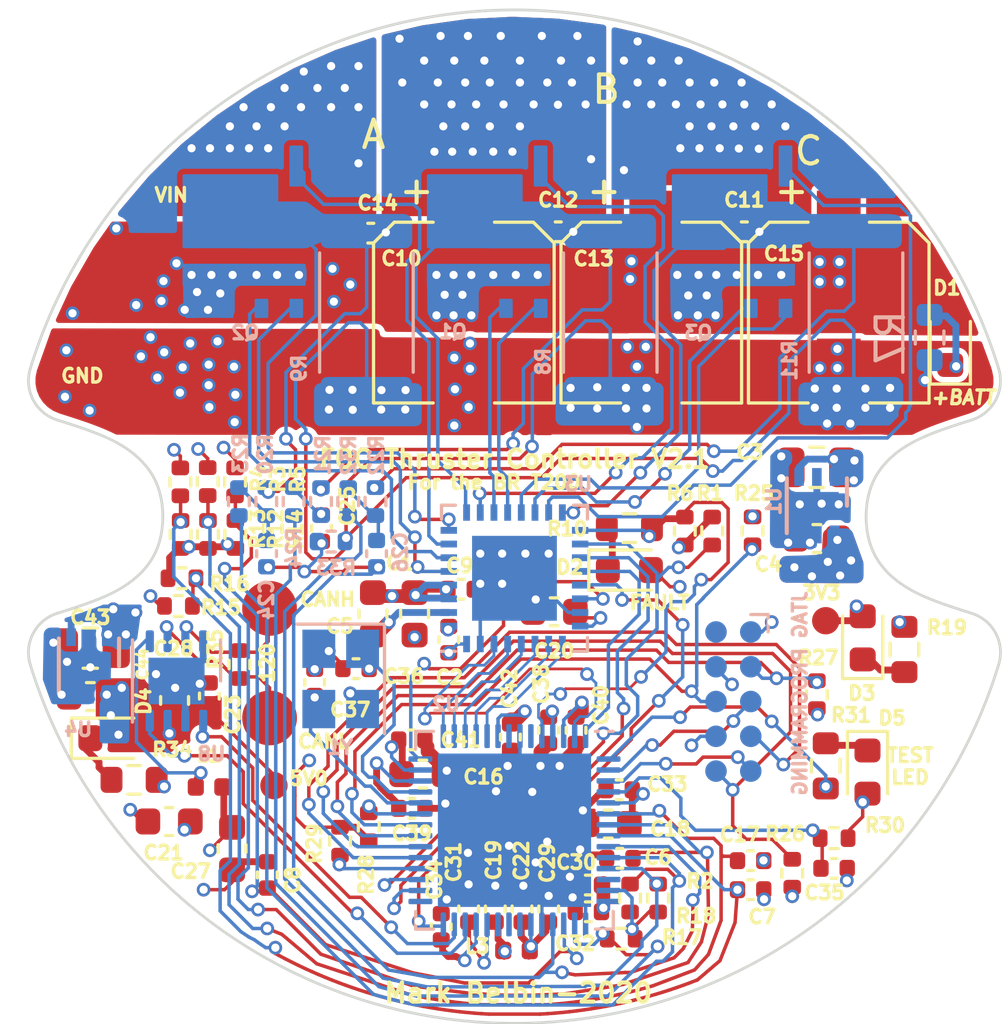
<source format=kicad_pcb>
(kicad_pcb (version 20171130) (host pcbnew "(5.1.9)-1")
  (layers (0 F.Cu signal) (1 In1.Cu power hide) (2 In2.Cu power hide) (31 B.Cu signal hide) (34 B.Paste user hide) (35 F.Paste user hide) (36 B.SilkS user) (37 F.SilkS user) (38 B.Mask user hide) (39 F.Mask user hide) (44 Edge.Cuts user))
  (net 0 "")
  (net 1 +BATT)
  (net 2 GND)
  (net 3 "Net-(C2-Pad1)")
  (net 4 "Net-(C2-Pad2)")
  (net 5 /Powertrain/SL_A)
  (net 6 /Powertrain/SL_B)
  (net 7 /Powertrain/SL_C)
  (net 8 "Net-(C20-Pad1)")
  (net 9 "Net-(C22-Pad1)")
  (net 10 +3V3)
  (net 11 "Net-(D1-Pad1)")
  (net 12 "Net-(D2-Pad1)")
  (net 13 "Net-(D3-Pad1)")
  (net 14 /Powertrain/Phase_A)
  (net 15 /Powertrain/Phase_B)
  (net 16 /Powertrain/Phase_C)
  (net 17 /TDI)
  (net 18 /TDO)
  (net 19 /TCK)
  (net 20 /TMS)
  (net 21 /CANL)
  (net 22 /CANH)
  (net 23 /Powertrain/GL_B)
  (net 24 /Powertrain/GH_B)
  (net 25 /Powertrain/SH_B)
  (net 26 /Powertrain/SH_C)
  (net 27 /Powertrain/GH_C)
  (net 28 /Powertrain/GL_C)
  (net 29 /Powertrain/SH_A)
  (net 30 /Powertrain/GH_A)
  (net 31 /Powertrain/GL_A)
  (net 32 /TXCAN)
  (net 33 /RXCAN)
  (net 34 /Powertrain/SPI_MOSI)
  (net 35 /Powertrain/SPI_MISO)
  (net 36 /Powertrain/SPI_CLK)
  (net 37 /Powertrain/EN_GATE)
  (net 38 "Net-(D5-Pad1)")
  (net 39 "Net-(C5-Pad2)")
  (net 40 /Powertrain/VSEN_B)
  (net 41 /Powertrain/VSEN_C)
  (net 42 /Powertrain/VSEN_A)
  (net 43 /Powertrain/PGA_GND)
  (net 44 "Net-(C24-Pad1)")
  (net 45 "Net-(C25-Pad1)")
  (net 46 "Net-(C26-Pad1)")
  (net 47 +3.3VA)
  (net 48 "Net-(C30-Pad1)")
  (net 49 /TI_MCU/~RESET~)
  (net 50 /TI_MCU/X1)
  (net 51 /TI_MCU/X2)
  (net 52 /SCI_RX)
  (net 53 /SCI_TX)
  (net 54 /Powertrain/SNA)
  (net 55 /Powertrain/SPB)
  (net 56 /Powertrain/SPC)
  (net 57 /Powertrain/SPA)
  (net 58 /Powertrain/DAC)
  (net 59 /Powertrain/ISEN_A)
  (net 60 /Powertrain/nFAULT)
  (net 61 /Powertrain/ISEN_B)
  (net 62 /Powertrain/ISEN_C)
  (net 63 /TI_MCU/GPIO32)
  (net 64 /TI_MCU/GPIO24)
  (net 65 /TI_MCU/GPIO6)
  (net 66 /Powertrain/INH_C)
  (net 67 /Powertrain/INL_B)
  (net 68 /Powertrain/INL_A)
  (net 69 /Powertrain/INH_A)
  (net 70 /Powertrain/INH_B)
  (net 71 "Net-(U2-Pad49)")
  (net 72 "Net-(U2-Pad51)")
  (net 73 /Powertrain/INL_C)
  (net 74 "Net-(U2-Pad29)")
  (net 75 /Powertrain/SPI_CS)
  (net 76 "Net-(U2-Pad23)")
  (net 77 "Net-(U2-Pad22)")
  (net 78 "Net-(U2-Pad21)")
  (net 79 "Net-(U2-Pad12)")
  (net 80 /Powertrain/VSEN_PVDD)
  (net 81 "Net-(C16-Pad1)")
  (net 82 "Net-(C18-Pad1)")
  (net 83 "Net-(C31-Pad1)")
  (net 84 "Net-(C38-Pad1)")
  (net 85 +5V)
  (net 86 "Net-(D4-Pad1)")
  (net 87 /TRST)
  (module Thruster_Controller:Crystal_SMD_SeikoEpson_FA238-4pin_3.2x2.5mm (layer B.Cu) (at 93.65 104.175 270)
    (fp_text reference Y1 (at 2.495 0.02) (layer B.SilkS) (effects (font (size 0.5 0.5) (thickness 0.125)) (justify mirror)))
    (fp_text value "20 MHz")
    (pad 1 smd rect (at -1.1 -0.8 270) (size 1.4 1.2) (layers B.Cu B.Paste B.Mask) (net 50 /TI_MCU/X1))
    (pad 2 smd rect (at 1.1 -0.8 270) (size 1.4 1.2) (layers B.Cu B.Paste B.Mask) (net 2 GND))
    (pad 3 smd rect (at 1.1 0.8 270) (size 1.4 1.2) (layers B.Cu B.Paste B.Mask) (net 51 /TI_MCU/X2))
    (pad 2 smd rect (at -1.1 0.8 270) (size 1.4 1.2) (layers B.Cu B.Paste B.Mask) (net 2 GND))
  )
  (module Thruster_Controller:CP_Elec_6.3x5.8 (layer F.Cu) (at 98.15 90.8 270)
    (fp_text reference C10 (at -1.975 2.28 180) (layer F.SilkS) (effects (font (size 0.5 0.5) (thickness 0.125))))
    (fp_text value 220uF)
    (fp_text user + (at -4.4 1.8 270) (layer F.SilkS))
    (pad 1 smd rect (at -2.7 0 90) (size 3.5 1.6) (layers F.Cu F.Paste F.Mask) (net 1 +BATT))
    (pad 2 smd rect (at 2.7 0 90) (size 3.5 1.6) (layers F.Cu F.Paste F.Mask) (net 2 GND))
  )
  (module Thruster_Controller:CP_Elec_6.3x5.8 (layer F.Cu) (at 105 90.8 270)
    (fp_text reference C13 (at -1.965 2.105 180) (layer F.SilkS) (effects (font (size 0.5 0.5) (thickness 0.125))))
    (fp_text value 220uF)
    (fp_text user + (at -4.4 1.8 270) (layer F.SilkS))
    (pad 1 smd rect (at -2.7 0 90) (size 3.5 1.6) (layers F.Cu F.Paste F.Mask) (net 1 +BATT))
    (pad 2 smd rect (at 2.7 0 90) (size 3.5 1.6) (layers F.Cu F.Paste F.Mask) (net 2 GND))
  )
  (module Thruster_Controller:CP_Elec_6.3x5.8 (layer F.Cu) (at 111.85 90.8 270)
    (fp_text reference C15 (at -2.15 2 180) (layer F.SilkS) (effects (font (size 0.5 0.5) (thickness 0.125))))
    (fp_text value 220uF)
    (fp_text user + (at -4.4 1.8 270) (layer F.SilkS))
    (pad 1 smd rect (at -2.7 0 90) (size 3.5 1.6) (layers F.Cu F.Paste F.Mask) (net 1 +BATT))
    (pad 2 smd rect (at 2.7 0 90) (size 3.5 1.6) (layers F.Cu F.Paste F.Mask) (net 2 GND))
  )
  (module Thruster_Controller:SIZF906DT (layer B.Cu) (at 90.12 90.8 180)
    (fp_text reference Q2 (at -0.04 -0.73 180) (layer B.SilkS) (effects (font (size 0.5 0.5) (thickness 0.125)) (justify mirror)))
    (fp_text value SIZF906DT)
    (pad 3 smd roundrect (at -1.905 5.35 180) (size 0.5 1.5) (layers B.Cu B.Paste B.Mask) (roundrect_rratio 0.1) (net 31 /Powertrain/GL_A))
    (pad 5 smd roundrect (at 0.5 5.8 180) (size 3.4 0.6) (layers B.Cu B.Paste B.Mask) (roundrect_rratio 0.1) (net 14 /Powertrain/Phase_A))
    (pad 6 smd custom (at 0 2.65 180) (size 0.5 0.5) (layers B.Cu B.Paste B.Mask) (net 5 /Powertrain/SL_A) (options (clearance outline) (anchor rect)) (primitives (gr_poly (pts (xy 0 -0.25) (xy -2.2 -0.25) (xy -2.2 1.35) (xy -1.2 1.35) (xy -1.2 2.35) (xy 2.2 2.35) (xy 2.2 -0.25)) (width 0.1))))
    (pad 4 smd roundrect (at 0 1.38 180) (size 4.5 0.8) (layers B.Cu B.Paste B.Mask) (roundrect_rratio 0.05) (net 1 +BATT))
    (pad 1 smd roundrect (at -1.905 0.154 180) (size 0.5 0.7) (layers B.Cu B.Paste B.Mask) (roundrect_rratio 0.1) (net 30 /Powertrain/GH_A))
    (pad 4 smd roundrect (at 1.905 0.154 180) (size 0.5 0.7) (layers B.Cu B.Paste B.Mask) (roundrect_rratio 0.1) (net 1 +BATT))
    (pad 2 smd roundrect (at -0.635 0.154 180) (size 0.5 0.7) (layers B.Cu B.Paste B.Mask) (roundrect_rratio 0.1) (net 29 /Powertrain/SH_A))
    (pad 4 smd roundrect (at 0.635 0.154 180) (size 0.5 0.7) (layers B.Cu B.Paste B.Mask) (roundrect_rratio 0.1) (net 1 +BATT))
  )
  (module Connectors:Tag-Connect_TC2050-IDC-NL (layer B.Cu) (at 108 105 270)
    (fp_text reference J5 hide)
    (fp_text value "Pogo Conn")
    (pad "" np_thru_hole circle (at 3.81 1.016 270) (size 0.9906 0.9906) (drill 0.9906) (layers *.Cu *.Mask))
    (pad "" np_thru_hole circle (at 3.81 -1.016 270) (size 0.9906 0.9906) (drill 0.9906) (layers *.Cu *.Mask))
    (pad "" np_thru_hole circle (at -3.81 0 270) (size 0.9906 0.9906) (drill 0.9906) (layers *.Cu *.Mask))
    (pad 1 connect circle (at -2.54 -0.635 270) (size 0.7874 0.7874) (layers B.Cu B.Mask) (net 10 +3V3))
    (pad 2 connect circle (at -1.27 -0.635 270) (size 0.7874 0.7874) (layers B.Cu B.Mask) (net 20 /TMS))
    (pad 3 connect circle (at 0 -0.635 270) (size 0.7874 0.7874) (layers B.Cu B.Mask) (net 53 /SCI_TX))
    (pad 4 connect circle (at 1.27 -0.635 270) (size 0.7874 0.7874) (layers B.Cu B.Mask) (net 19 /TCK))
    (pad 5 connect circle (at 2.54 -0.635 270) (size 0.7874 0.7874) (layers B.Cu B.Mask) (net 52 /SCI_RX))
    (pad 6 connect circle (at 2.54 0.635 270) (size 0.7874 0.7874) (layers B.Cu B.Mask) (net 18 /TDO))
    (pad 7 connect circle (at 1.27 0.635 270) (size 0.7874 0.7874) (layers B.Cu B.Mask) (net 2 GND))
    (pad 8 connect circle (at 0 0.635 270) (size 0.7874 0.7874) (layers B.Cu B.Mask) (net 17 /TDI))
    (pad 9 connect circle (at -1.27 0.635 270) (size 0.7874 0.7874) (layers B.Cu B.Mask) (net 2 GND))
    (pad 10 connect circle (at -2.54 0.635 270) (size 0.7874 0.7874) (layers B.Cu B.Mask) (net 87 /TRST))
  )
  (module Thruster_Controller:Phase_Pad (layer F.Cu) (at 91.95 84.4)
    (fp_text reference J1 hide)
    (fp_text value PHASE_A)
    (pad 1 smd circle (at 0 0) (size 4 4) (layers F.Cu F.Paste F.Mask) (net 14 /Powertrain/Phase_A))
  )
  (module Thruster_Controller:Phase_Pad (layer F.Cu) (at 99.8 82.6)
    (fp_text reference J2 hide)
    (fp_text value PHASE_B)
    (pad 1 smd circle (at 0 0) (size 4 4) (layers F.Cu F.Paste F.Mask) (net 15 /Powertrain/Phase_B))
  )
  (module Thruster_Controller:Phase_Pad (layer F.Cu) (at 107.8 84.15)
    (fp_text reference J3 hide)
    (fp_text value PHASE_C)
    (pad 1 smd circle (at 0 0) (size 4 4) (layers F.Cu F.Paste F.Mask) (net 16 /Powertrain/Phase_C))
  )
  (module Thruster_Controller:SIZF906DT (layer B.Cu) (at 99.05 90.8 180)
    (fp_text reference Q1 (at 1.3 -0.7 180) (layer B.SilkS) (effects (font (size 0.5 0.5) (thickness 0.125)) (justify mirror)))
    (fp_text value SIZF906DT)
    (pad 3 smd roundrect (at -1.905 5.35 180) (size 0.5 1.5) (layers B.Cu B.Paste B.Mask) (roundrect_rratio 0.1) (net 23 /Powertrain/GL_B))
    (pad 5 smd roundrect (at 0.5 5.8 180) (size 3.4 0.6) (layers B.Cu B.Paste B.Mask) (roundrect_rratio 0.1) (net 15 /Powertrain/Phase_B))
    (pad 6 smd custom (at 0 2.65 180) (size 0.5 0.5) (layers B.Cu B.Paste B.Mask) (net 6 /Powertrain/SL_B) (options (clearance outline) (anchor rect)) (primitives (gr_poly (pts (xy 0 -0.25) (xy -2.2 -0.25) (xy -2.2 1.35) (xy -1.2 1.35) (xy -1.2 2.35) (xy 2.2 2.35) (xy 2.2 -0.25)) (width 0.1))))
    (pad 4 smd roundrect (at 0 1.38 180) (size 4.5 0.8) (layers B.Cu B.Paste B.Mask) (roundrect_rratio 0.05) (net 1 +BATT))
    (pad 1 smd roundrect (at -1.905 0.154 180) (size 0.5 0.7) (layers B.Cu B.Paste B.Mask) (roundrect_rratio 0.1) (net 24 /Powertrain/GH_B))
    (pad 4 smd roundrect (at 1.905 0.154 180) (size 0.5 0.7) (layers B.Cu B.Paste B.Mask) (roundrect_rratio 0.1) (net 1 +BATT))
    (pad 2 smd roundrect (at -0.635 0.154 180) (size 0.5 0.7) (layers B.Cu B.Paste B.Mask) (roundrect_rratio 0.1) (net 25 /Powertrain/SH_B))
    (pad 4 smd roundrect (at 0.635 0.154 180) (size 0.5 0.7) (layers B.Cu B.Paste B.Mask) (roundrect_rratio 0.1) (net 1 +BATT))
  )
  (module Thruster_Controller:SIZF906DT (layer B.Cu) (at 108 90.8 180)
    (fp_text reference Q3 (at 1.28 -0.74) (layer B.SilkS) (effects (font (size 0.5 0.5) (thickness 0.125)) (justify mirror)))
    (fp_text value SIZF906DT)
    (pad 3 smd roundrect (at -1.905 5.35 180) (size 0.5 1.5) (layers B.Cu B.Paste B.Mask) (roundrect_rratio 0.1) (net 28 /Powertrain/GL_C))
    (pad 5 smd roundrect (at 0.5 5.8 180) (size 3.4 0.6) (layers B.Cu B.Paste B.Mask) (roundrect_rratio 0.1) (net 16 /Powertrain/Phase_C))
    (pad 6 smd custom (at 0 2.65 180) (size 0.5 0.5) (layers B.Cu B.Paste B.Mask) (net 7 /Powertrain/SL_C) (clearance 0.127) (options (clearance outline) (anchor rect)) (primitives (gr_poly (pts (xy 0 -0.25) (xy -2.2 -0.25) (xy -2.2 1.35) (xy -1.2 1.35) (xy -1.2 2.35) (xy 2.2 2.35) (xy 2.2 -0.25)) (width 0.1))))
    (pad 4 smd roundrect (at 0 1.38 180) (size 4.5 0.8) (layers B.Cu B.Paste B.Mask) (roundrect_rratio 0.05) (net 1 +BATT))
    (pad 1 smd roundrect (at -1.905 0.154 180) (size 0.5 0.7) (layers B.Cu B.Paste B.Mask) (roundrect_rratio 0.1) (net 27 /Powertrain/GH_C))
    (pad 4 smd roundrect (at 1.905 0.154 180) (size 0.5 0.7) (layers B.Cu B.Paste B.Mask) (roundrect_rratio 0.1) (net 1 +BATT))
    (pad 2 smd roundrect (at -0.635 0.154 180) (size 0.5 0.7) (layers B.Cu B.Paste B.Mask) (roundrect_rratio 0.1) (net 26 /Powertrain/SH_C))
    (pad 4 smd roundrect (at 0.635 0.154 180) (size 0.5 0.7) (layers B.Cu B.Paste B.Mask) (roundrect_rratio 0.1) (net 1 +BATT))
  )
  (module Thruster_Controller:Bus_Pad (layer F.Cu) (at 89.9 89.175)
    (fp_text reference J7 hide)
    (fp_text value Conn_01x01)
    (pad 1 smd rect (at 0 0) (size 2.5 1.85) (layers F.Cu F.Paste F.Mask) (net 1 +BATT))
  )
  (module Thruster_Controller:Bus_Pad (layer F.Cu) (at 89.825 93.55)
    (fp_text reference J8 hide)
    (fp_text value Conn_01x01)
    (pad 1 smd rect (at 0 0) (size 2.5 1.85) (layers F.Cu F.Paste F.Mask) (net 2 GND))
  )
  (module Thruster_Controller:CAN_Pad (layer F.Cu) (at 91.05 105.6)
    (fp_text reference J4 hide)
    (fp_text value Conn_01x01)
    (pad 1 smd circle (at 0 0) (size 2 2) (layers F.Cu F.Paste F.Mask) (net 21 /CANL))
  )
  (module Thruster_Controller:CAN_Pad (layer F.Cu) (at 91.05 101.6)
    (fp_text reference J6 hide)
    (fp_text value Conn_01x01)
    (pad 1 smd circle (at 0 0) (size 2 2) (layers F.Cu F.Paste F.Mask) (net 22 /CANH))
  )
  (module Thruster_Controller:TestPoint_Pad_D1.0mm (layer F.Cu) (at 111.375 102.05)
    (fp_text reference TP1 hide)
    (fp_text value TestPoint)
    (pad 1 smd circle (at 0 0) (size 1 1) (layers F.Cu F.Mask) (net 10 +3V3))
  )
  (module Thruster_Controller:TestPoint_Pad_D1.0mm (layer F.Cu) (at 84.775 90.05)
    (fp_text reference TP3 hide)
    (fp_text value TestPoint)
    (pad 1 smd circle (at 0 0) (size 1 1) (layers F.Cu F.Mask) (net 1 +BATT))
  )
  (module Thruster_Controller:TestPoint_Pad_D1.0mm (layer F.Cu) (at 91.21 108.07)
    (fp_text reference TP2 hide)
    (fp_text value TestPoint)
    (pad 1 smd circle (at 0 0) (size 1 1) (layers F.Cu F.Mask) (net 85 +5V))
  )
  (module MCU_Powertrain:NetTie-2_SMD_5mil (layer B.Cu) (at 103.5 92.7095 270)
    (fp_text reference NT1 hide)
    (fp_text value Net-Tie_2)
    (fp_poly (pts (xy -0.1905 0.0635) (xy 0.1905 0.0635) (xy 0.1905 -0.0635) (xy -0.1905 -0.0635)) (layer B.Cu) (width 0))
    (pad 2 smd circle (at 0.1905 0 270) (size 0.127 0.127) (layers B.Cu) (net 2 GND))
    (pad 1 smd circle (at -0.1905 0 270) (size 0.127 0.127) (layers B.Cu) (net 54 /Powertrain/SNA))
  )
  (module MCU_Powertrain:NetTie-2_SMD_5mil (layer B.Cu) (at 94.6 92.7 270)
    (fp_text reference NT2 hide)
    (fp_text value Net-Tie_2)
    (fp_poly (pts (xy -0.1905 0.0635) (xy 0.1905 0.0635) (xy 0.1905 -0.0635) (xy -0.1905 -0.0635)) (layer B.Cu) (width 0))
    (pad 1 smd circle (at -0.1905 0 270) (size 0.127 0.127) (layers B.Cu) (net 54 /Powertrain/SNA))
    (pad 2 smd circle (at 0.1905 0 270) (size 0.127 0.127) (layers B.Cu) (net 2 GND))
  )
  (module MCU_Powertrain:NetTie-2_SMD_5mil (layer B.Cu) (at 112.4 92.7 270)
    (fp_text reference NT3 hide)
    (fp_text value Net-Tie_2)
    (fp_poly (pts (xy -0.1905 0.0635) (xy 0.1905 0.0635) (xy 0.1905 -0.0635) (xy -0.1905 -0.0635)) (layer B.Cu) (width 0))
    (pad 1 smd circle (at -0.1905 0 270) (size 0.127 0.127) (layers B.Cu) (net 54 /Powertrain/SNA))
    (pad 2 smd circle (at 0.1905 0 270) (size 0.127 0.127) (layers B.Cu) (net 2 GND))
  )
  (module MCU_Powertrain:NetTie-2_SMD_5mil (layer B.Cu) (at 103.5 89 90)
    (fp_text reference NT4 hide)
    (fp_text value Net-Tie_2)
    (fp_poly (pts (xy -0.1905 0.0635) (xy 0.1905 0.0635) (xy 0.1905 -0.0635) (xy -0.1905 -0.0635)) (layer B.Cu) (width 0))
    (pad 2 smd circle (at 0.1905 0 90) (size 0.127 0.127) (layers B.Cu) (net 6 /Powertrain/SL_B))
    (pad 1 smd circle (at -0.1905 0 90) (size 0.127 0.127) (layers B.Cu) (net 55 /Powertrain/SPB))
  )
  (module MCU_Powertrain:NetTie-2_SMD_5mil (layer B.Cu) (at 94.6 89 90)
    (fp_text reference NT5 hide)
    (fp_text value Net-Tie_2)
    (fp_poly (pts (xy -0.1905 0.0635) (xy 0.1905 0.0635) (xy 0.1905 -0.0635) (xy -0.1905 -0.0635)) (layer B.Cu) (width 0))
    (pad 1 smd circle (at -0.1905 0 90) (size 0.127 0.127) (layers B.Cu) (net 57 /Powertrain/SPA))
    (pad 2 smd circle (at 0.1905 0 90) (size 0.127 0.127) (layers B.Cu) (net 5 /Powertrain/SL_A))
  )
  (module MCU_Powertrain:NetTie-2_SMD_5mil (layer B.Cu) (at 112.4 89 90)
    (fp_text reference NT6 hide)
    (fp_text value Net-Tie_2)
    (fp_poly (pts (xy -0.1905 0.0635) (xy 0.1905 0.0635) (xy 0.1905 -0.0635) (xy -0.1905 -0.0635)) (layer B.Cu) (width 0))
    (pad 2 smd circle (at 0.1905 0 90) (size 0.127 0.127) (layers B.Cu) (net 7 /Powertrain/SL_C))
    (pad 1 smd circle (at -0.1905 0 90) (size 0.127 0.127) (layers B.Cu) (net 56 /Powertrain/SPC))
  )
  (module Capacitor_SMD:C_0603_1608Metric (layer F.Cu) (at 96.35 101.8 270)
    (fp_text reference C1 (at -1.86 0.54 180) (layer F.SilkS) (effects (font (size 0.5 0.5) (thickness 0.125))))
    (fp_text value 4.7uF)
    (pad 1 smd roundrect (at -0.775 0 270) (size 0.9 0.95) (layers F.Cu F.Paste F.Mask) (net 1 +BATT))
    (pad 2 smd roundrect (at 0.775 0 270) (size 0.9 0.95) (layers F.Cu F.Paste F.Mask) (net 2 GND))
  )
  (module Capacitor_SMD:C_0402_1005Metric (layer F.Cu) (at 97.6 102.74 90)
    (fp_text reference C2 (at -1.38 0.02 180) (layer F.SilkS) (effects (font (size 0.5 0.5) (thickness 0.125))))
    (fp_text value 0.047uF)
    (pad 1 smd roundrect (at -0.48 0 90) (size 0.56 0.62) (layers F.Cu F.Paste F.Mask) (net 3 "Net-(C2-Pad1)"))
    (pad 2 smd roundrect (at 0.48 0 90) (size 0.56 0.62) (layers F.Cu F.Paste F.Mask) (net 4 "Net-(C2-Pad2)"))
  )
  (module Capacitor_SMD:C_0805_2012Metric (layer F.Cu) (at 111.05 96.45 180)
    (fp_text reference C3 (at 2.45 0.55) (layer F.SilkS) (effects (font (size 0.5 0.5) (thickness 0.125))))
    (fp_text value 1uF)
    (pad 2 smd roundrect (at 0.95 0 180) (size 1 1.45) (layers F.Cu F.Paste F.Mask) (net 2 GND))
    (pad 1 smd roundrect (at -0.95 0 180) (size 1 1.45) (layers F.Cu F.Paste F.Mask) (net 1 +BATT))
  )
  (module Capacitor_SMD:C_0603_1608Metric (layer F.Cu) (at 111.05 99.05 180)
    (fp_text reference C4 (at 1.77 -0.94) (layer F.SilkS) (effects (font (size 0.5 0.5) (thickness 0.125))))
    (fp_text value 1uF)
    (pad 1 smd roundrect (at -0.775 0 180) (size 0.9 0.95) (layers F.Cu F.Paste F.Mask) (net 10 +3V3))
    (pad 2 smd roundrect (at 0.775 0 180) (size 0.9 0.95) (layers F.Cu F.Paste F.Mask) (net 2 GND))
  )
  (module Capacitor_SMD:C_0603_1608Metric (layer F.Cu) (at 94.83 101.8 270)
    (fp_text reference C5 (at 0.45 1.21 180) (layer F.SilkS) (effects (font (size 0.5 0.5) (thickness 0.125))))
    (fp_text value 1uF)
    (pad 2 smd roundrect (at 0.775 0 270) (size 0.9 0.95) (layers F.Cu F.Paste F.Mask) (net 39 "Net-(C5-Pad2)"))
    (pad 1 smd roundrect (at -0.775 0 270) (size 0.9 0.95) (layers F.Cu F.Paste F.Mask) (net 1 +BATT))
  )
  (module Capacitor_SMD:C_0402_1005Metric (layer F.Cu) (at 103.85 110.725 180)
    (fp_text reference C6 (at -1.4 0.035) (layer F.SilkS) (effects (font (size 0.5 0.5) (thickness 0.125))))
    (fp_text value 0.1uF)
    (pad 2 smd roundrect (at 0.48 0 180) (size 0.56 0.62) (layers F.Cu F.Paste F.Mask) (net 2 GND))
    (pad 1 smd roundrect (at -0.48 0 180) (size 0.56 0.62) (layers F.Cu F.Paste F.Mask) (net 40 /Powertrain/VSEN_B))
  )
  (module Capacitor_SMD:C_0402_1005Metric (layer F.Cu) (at 108.63 111.87)
    (fp_text reference C7 (at 0.42 0.99) (layer F.SilkS) (effects (font (size 0.5 0.5) (thickness 0.125))))
    (fp_text value 0.1uF)
    (pad 1 smd roundrect (at -0.48 0) (size 0.56 0.62) (layers F.Cu F.Paste F.Mask) (net 42 /Powertrain/VSEN_A))
    (pad 2 smd roundrect (at 0.48 0) (size 0.56 0.62) (layers F.Cu F.Paste F.Mask) (net 2 GND))
  )
  (module Capacitor_SMD:C_0402_1005Metric (layer F.Cu) (at 90.97 111.33 90)
    (fp_text reference C8 (at -0.19 0.93 90) (layer F.SilkS) (effects (font (size 0.5 0.5) (thickness 0.125))))
    (fp_text value 0.1uF)
    (pad 1 smd roundrect (at -0.48 0 90) (size 0.56 0.62) (layers F.Cu F.Paste F.Mask) (net 41 /Powertrain/VSEN_C))
    (pad 2 smd roundrect (at 0.48 0 90) (size 0.56 0.62) (layers F.Cu F.Paste F.Mask) (net 2 GND))
  )
  (module Capacitor_SMD:C_0402_1005Metric (layer F.Cu) (at 98.05 100.9)
    (fp_text reference C9 (at -0.05 -0.86) (layer F.SilkS) (effects (font (size 0.5 0.5) (thickness 0.125))))
    (fp_text value 0.1uF)
    (pad 2 smd roundrect (at 0.48 0) (size 0.56 0.62) (layers F.Cu F.Paste F.Mask) (net 2 GND))
    (pad 1 smd roundrect (at -0.48 0) (size 0.56 0.62) (layers F.Cu F.Paste F.Mask) (net 1 +BATT))
  )
  (module Capacitor_SMD:C_0402_1005Metric (layer F.Cu) (at 108.4 87.85)
    (fp_text reference C11 (at 0 -1.16) (layer F.SilkS) (effects (font (size 0.5 0.5) (thickness 0.125))))
    (fp_text value 0.01uF)
    (pad 1 smd roundrect (at -0.48 0) (size 0.56 0.62) (layers F.Cu F.Paste F.Mask) (net 1 +BATT))
    (pad 2 smd roundrect (at 0.48 0) (size 0.56 0.62) (layers F.Cu F.Paste F.Mask) (net 7 /Powertrain/SL_C))
  )
  (module Capacitor_SMD:C_0402_1005Metric (layer F.Cu) (at 101.6 87.85)
    (fp_text reference C12 (at 0 -1.16) (layer F.SilkS) (effects (font (size 0.5 0.5) (thickness 0.125))))
    (fp_text value 0.01uF)
    (pad 2 smd roundrect (at 0.48 0) (size 0.56 0.62) (layers F.Cu F.Paste F.Mask) (net 6 /Powertrain/SL_B))
    (pad 1 smd roundrect (at -0.48 0) (size 0.56 0.62) (layers F.Cu F.Paste F.Mask) (net 1 +BATT))
  )
  (module Capacitor_SMD:C_0402_1005Metric (layer F.Cu) (at 94.75 87.9)
    (fp_text reference C14 (at 0.25 -1.1) (layer F.SilkS) (effects (font (size 0.5 0.5) (thickness 0.125))))
    (fp_text value 0.01uF)
    (pad 2 smd roundrect (at 0.48 0) (size 0.56 0.62) (layers F.Cu F.Paste F.Mask) (net 5 /Powertrain/SL_A))
    (pad 1 smd roundrect (at -0.48 0) (size 0.56 0.62) (layers F.Cu F.Paste F.Mask) (net 1 +BATT))
  )
  (module Capacitor_SMD:C_0603_1608Metric (layer F.Cu) (at 96.65 107.65)
    (fp_text reference C16 (at 2.22 0.1) (layer F.SilkS) (effects (font (size 0.5 0.5) (thickness 0.125))))
    (fp_text value 10uF)
    (pad 2 smd roundrect (at 0.775 0) (size 0.9 0.95) (layers F.Cu F.Paste F.Mask) (net 2 GND))
    (pad 1 smd roundrect (at -0.775 0) (size 0.9 0.95) (layers F.Cu F.Paste F.Mask) (net 81 "Net-(C16-Pad1)"))
  )
  (module Capacitor_SMD:C_0402_1005Metric (layer F.Cu) (at 108.63 110.81)
    (fp_text reference C17 (at -0.39 -0.95) (layer F.SilkS) (effects (font (size 0.5 0.5) (thickness 0.125))))
    (fp_text value 0.1uF)
    (pad 1 smd roundrect (at -0.48 0) (size 0.56 0.62) (layers F.Cu F.Paste F.Mask) (net 80 /Powertrain/VSEN_PVDD))
    (pad 2 smd roundrect (at 0.48 0) (size 0.56 0.62) (layers F.Cu F.Paste F.Mask) (net 2 GND))
  )
  (module Capacitor_SMD:C_0603_1608Metric (layer F.Cu) (at 103.425 109.475 180)
    (fp_text reference C18 (at -2.265 -0.175) (layer F.SilkS) (effects (font (size 0.5 0.5) (thickness 0.125))))
    (fp_text value 10uF)
    (pad 1 smd roundrect (at -0.775 0 180) (size 0.9 0.95) (layers F.Cu F.Paste F.Mask) (net 82 "Net-(C18-Pad1)"))
    (pad 2 smd roundrect (at 0.775 0 180) (size 0.9 0.95) (layers F.Cu F.Paste F.Mask) (net 2 GND))
  )
  (module Capacitor_SMD:C_0402_1005Metric (layer F.Cu) (at 99.3 112.575 90)
    (fp_text reference C19 (at 1.785 -0.06 90) (layer F.SilkS) (effects (font (size 0.5 0.5) (thickness 0.125))))
    (fp_text value 2.2uF)
    (pad 1 smd roundrect (at -0.48 0 90) (size 0.56 0.62) (layers F.Cu F.Paste F.Mask) (net 10 +3V3))
    (pad 2 smd roundrect (at 0.48 0 90) (size 0.56 0.62) (layers F.Cu F.Paste F.Mask) (net 2 GND))
  )
  (module Capacitor_SMD:C_0603_1608Metric (layer F.Cu) (at 101.45 101.725 180)
    (fp_text reference C20 (at 0 -1.43) (layer F.SilkS) (effects (font (size 0.5 0.5) (thickness 0.125))))
    (fp_text value 1uF)
    (pad 2 smd roundrect (at 0.775 0 180) (size 0.9 0.95) (layers F.Cu F.Paste F.Mask) (net 2 GND))
    (pad 1 smd roundrect (at -0.775 0 180) (size 0.9 0.95) (layers F.Cu F.Paste F.Mask) (net 8 "Net-(C20-Pad1)"))
  )
  (module Capacitor_SMD:C_0603_1608Metric (layer F.Cu) (at 87.38 109.38)
    (fp_text reference C21 (at -0.2 1.14) (layer F.SilkS) (effects (font (size 0.5 0.5) (thickness 0.125))))
    (fp_text value 10uF)
    (pad 1 smd roundrect (at -0.775 0) (size 0.9 0.95) (layers F.Cu F.Paste F.Mask) (net 10 +3V3))
    (pad 2 smd roundrect (at 0.775 0) (size 0.9 0.95) (layers F.Cu F.Paste F.Mask) (net 2 GND))
  )
  (module Capacitor_SMD:C_0402_1005Metric (layer F.Cu) (at 100.275 112.575 90)
    (fp_text reference C22 (at 1.765 -0.015 90) (layer F.SilkS) (effects (font (size 0.5 0.5) (thickness 0.125))))
    (fp_text value 2.2uF)
    (pad 1 smd roundrect (at -0.48 0 90) (size 0.56 0.62) (layers F.Cu F.Paste F.Mask) (net 9 "Net-(C22-Pad1)"))
    (pad 2 smd roundrect (at 0.48 0 90) (size 0.56 0.62) (layers F.Cu F.Paste F.Mask) (net 2 GND))
  )
  (module Capacitor_SMD:C_0402_1005Metric (layer F.Cu) (at 88.85 104.8 90)
    (fp_text reference C23 (at -0.67 0.86 90) (layer F.SilkS) (effects (font (size 0.5 0.5) (thickness 0.125))))
    (fp_text value 0.1uF)
    (pad 2 smd roundrect (at 0.48 0 90) (size 0.56 0.62) (layers F.Cu F.Paste F.Mask) (net 2 GND))
    (pad 1 smd roundrect (at -0.48 0 90) (size 0.56 0.62) (layers F.Cu F.Paste F.Mask) (net 85 +5V))
  )
  (module Capacitor_SMD:C_0402_1005Metric (layer B.Cu) (at 90.94 99.6 270)
    (fp_text reference C24 (at 1.68 0 90) (layer B.SilkS) (effects (font (size 0.5 0.5) (thickness 0.125)) (justify mirror)))
    (fp_text value 2200pF)
    (pad 2 smd roundrect (at 0.48 0 270) (size 0.56 0.62) (layers B.Cu B.Paste B.Mask) (net 43 /Powertrain/PGA_GND))
    (pad 1 smd roundrect (at -0.48 0 270) (size 0.56 0.62) (layers B.Cu B.Paste B.Mask) (net 44 "Net-(C24-Pad1)"))
  )
  (module Capacitor_SMD:C_0402_1005Metric (layer F.Cu) (at 92.95 98.675 270)
    (fp_text reference C25 (at -0.815 -0.94 90) (layer F.SilkS) (effects (font (size 0.5 0.5) (thickness 0.125))))
    (fp_text value 2200pF)
    (pad 1 smd roundrect (at -0.48 0 270) (size 0.56 0.62) (layers F.Cu F.Paste F.Mask) (net 45 "Net-(C25-Pad1)"))
    (pad 2 smd roundrect (at 0.48 0 270) (size 0.56 0.62) (layers F.Cu F.Paste F.Mask) (net 43 /Powertrain/PGA_GND))
  )
  (module Capacitor_SMD:C_0402_1005Metric (layer B.Cu) (at 94.96 99.6 270)
    (fp_text reference C26 (at -0.05 -0.87 90) (layer B.SilkS) (effects (font (size 0.5 0.5) (thickness 0.125)) (justify mirror)))
    (fp_text value 2200pF)
    (pad 2 smd roundrect (at 0.48 0 270) (size 0.56 0.62) (layers B.Cu B.Paste B.Mask) (net 43 /Powertrain/PGA_GND))
    (pad 1 smd roundrect (at -0.48 0 270) (size 0.56 0.62) (layers B.Cu B.Paste B.Mask) (net 46 "Net-(C26-Pad1)"))
  )
  (module Capacitor_SMD:C_0603_1608Metric (layer F.Cu) (at 89.68 110.37 270)
    (fp_text reference C27 (at 0.83 1.51 180) (layer F.SilkS) (effects (font (size 0.5 0.5) (thickness 0.125))))
    (fp_text value 10uF)
    (pad 2 smd roundrect (at 0.775 0 270) (size 0.9 0.95) (layers F.Cu F.Paste F.Mask) (net 2 GND))
    (pad 1 smd roundrect (at -0.775 0 270) (size 0.9 0.95) (layers F.Cu F.Paste F.Mask) (net 47 +3.3VA))
  )
  (module Capacitor_SMD:C_0603_1608Metric (layer F.Cu) (at 87.58 104.96 90)
    (fp_text reference C28 (at 1.89 -0.04 180) (layer F.SilkS) (effects (font (size 0.5 0.5) (thickness 0.125))))
    (fp_text value 1uF)
    (pad 2 smd roundrect (at 0.775 0 90) (size 0.9 0.95) (layers F.Cu F.Paste F.Mask) (net 2 GND))
    (pad 1 smd roundrect (at -0.775 0 90) (size 0.9 0.95) (layers F.Cu F.Paste F.Mask) (net 85 +5V))
  )
  (module Capacitor_SMD:C_0402_1005Metric (layer F.Cu) (at 101.25 112.575 90)
    (fp_text reference C29 (at 1.685 -0.05 90) (layer F.SilkS) (effects (font (size 0.5 0.5) (thickness 0.125))))
    (fp_text value 2.2uF)
    (pad 2 smd roundrect (at 0.48 0 90) (size 0.56 0.62) (layers F.Cu F.Paste F.Mask) (net 2 GND))
    (pad 1 smd roundrect (at -0.48 0 90) (size 0.56 0.62) (layers F.Cu F.Paste F.Mask) (net 9 "Net-(C22-Pad1)"))
  )
  (module Capacitor_SMD:C_0402_1005Metric (layer F.Cu) (at 102.7 111.7 180)
    (fp_text reference C30 (at 0.44 0.83) (layer F.SilkS) (effects (font (size 0.5 0.5) (thickness 0.125))))
    (fp_text value 2.2uF)
    (pad 1 smd roundrect (at -0.48 0 180) (size 0.56 0.62) (layers F.Cu F.Paste F.Mask) (net 48 "Net-(C30-Pad1)"))
    (pad 2 smd roundrect (at 0.48 0 180) (size 0.56 0.62) (layers F.Cu F.Paste F.Mask) (net 2 GND))
  )
  (module Capacitor_SMD:C_0402_1005Metric (layer F.Cu) (at 98.325 112.575 90)
    (fp_text reference C31 (at 1.715 -0.545 90) (layer F.SilkS) (effects (font (size 0.5 0.5) (thickness 0.125))))
    (fp_text value 0.1uF)
    (pad 1 smd roundrect (at -0.48 0 90) (size 0.56 0.62) (layers F.Cu F.Paste F.Mask) (net 83 "Net-(C31-Pad1)"))
    (pad 2 smd roundrect (at 0.48 0 90) (size 0.56 0.62) (layers F.Cu F.Paste F.Mask) (net 2 GND))
  )
  (module Capacitor_SMD:C_0402_1005Metric (layer F.Cu) (at 102.7 112.675 180)
    (fp_text reference C32 (at 0.48 -1.16) (layer F.SilkS) (effects (font (size 0.5 0.5) (thickness 0.125))))
    (fp_text value 2.2uF)
    (pad 1 smd roundrect (at -0.48 0 180) (size 0.56 0.62) (layers F.Cu F.Paste F.Mask) (net 48 "Net-(C30-Pad1)"))
    (pad 2 smd roundrect (at 0.48 0 180) (size 0.56 0.62) (layers F.Cu F.Paste F.Mask) (net 2 GND))
  )
  (module Capacitor_SMD:C_0402_1005Metric (layer F.Cu) (at 103.825 108.225 180)
    (fp_text reference C33 (at -1.765 0.205) (layer F.SilkS) (effects (font (size 0.5 0.5) (thickness 0.125))))
    (fp_text value 0.1uF)
    (pad 2 smd roundrect (at 0.48 0 180) (size 0.56 0.62) (layers F.Cu F.Paste F.Mask) (net 2 GND))
    (pad 1 smd roundrect (at -0.48 0 180) (size 0.56 0.62) (layers F.Cu F.Paste F.Mask) (net 82 "Net-(C18-Pad1)"))
  )
  (module Capacitor_SMD:C_0402_1005Metric (layer F.Cu) (at 97.325 113.225 90)
    (fp_text reference C34 (at 1.715 -0.245 90) (layer F.SilkS) (effects (font (size 0.5 0.5) (thickness 0.125))))
    (fp_text value 0.1uF)
    (pad 1 smd roundrect (at -0.48 0 90) (size 0.56 0.62) (layers F.Cu F.Paste F.Mask) (net 47 +3.3VA))
    (pad 2 smd roundrect (at 0.48 0 90) (size 0.56 0.62) (layers F.Cu F.Paste F.Mask) (net 2 GND))
  )
  (module Capacitor_SMD:C_0402_1005Metric (layer F.Cu) (at 111.68 111.09)
    (fp_text reference C35 (at -0.35 0.89) (layer F.SilkS) (effects (font (size 0.5 0.5) (thickness 0.125))))
    (fp_text value 10nF)
    (pad 1 smd roundrect (at -0.48 0) (size 0.56 0.62) (layers F.Cu F.Paste F.Mask) (net 49 /TI_MCU/~RESET~))
    (pad 2 smd roundrect (at 0.48 0) (size 0.56 0.62) (layers F.Cu F.Paste F.Mask) (net 2 GND))
  )
  (module Capacitor_SMD:C_0402_1005Metric (layer F.Cu) (at 94.21 103.8 180)
    (fp_text reference C36 (at -1.75 -0.28) (layer F.SilkS) (effects (font (size 0.5 0.5) (thickness 0.125))))
    (fp_text value 9pF)
    (pad 2 smd roundrect (at 0.48 0 180) (size 0.56 0.62) (layers F.Cu F.Paste F.Mask) (net 2 GND))
    (pad 1 smd roundrect (at -0.48 0 180) (size 0.56 0.62) (layers F.Cu F.Paste F.Mask) (net 50 /TI_MCU/X1))
  )
  (module Capacitor_SMD:C_0402_1005Metric (layer F.Cu) (at 92.7 104.3 90)
    (fp_text reference C37 (at -1 1.3) (layer F.SilkS) (effects (font (size 0.5 0.5) (thickness 0.125))))
    (fp_text value 9pF)
    (pad 1 smd roundrect (at -0.48 0 90) (size 0.56 0.62) (layers F.Cu F.Paste F.Mask) (net 51 /TI_MCU/X2))
    (pad 2 smd roundrect (at 0.48 0 90) (size 0.56 0.62) (layers F.Cu F.Paste F.Mask) (net 2 GND))
  )
  (module Capacitor_SMD:C_0402_1005Metric (layer F.Cu) (at 101.25 106.05 270)
    (fp_text reference C38 (at -1.69 0.27 90) (layer F.SilkS) (effects (font (size 0.5 0.5) (thickness 0.125))))
    (fp_text value 0.1uF)
    (pad 2 smd roundrect (at 0.48 0 270) (size 0.56 0.62) (layers F.Cu F.Paste F.Mask) (net 2 GND))
    (pad 1 smd roundrect (at -0.48 0 270) (size 0.56 0.62) (layers F.Cu F.Paste F.Mask) (net 84 "Net-(C38-Pad1)"))
  )
  (module Capacitor_SMD:C_0402_1005Metric (layer F.Cu) (at 96.25 108.9)
    (fp_text reference C39 (at 0 0.92) (layer F.SilkS) (effects (font (size 0.5 0.5) (thickness 0.125))))
    (fp_text value 0.1uF)
    (pad 2 smd roundrect (at 0.48 0) (size 0.56 0.62) (layers F.Cu F.Paste F.Mask) (net 2 GND))
    (pad 1 smd roundrect (at -0.48 0) (size 0.56 0.62) (layers F.Cu F.Paste F.Mask) (net 47 +3.3VA))
  )
  (module Capacitor_SMD:C_0402_1005Metric (layer F.Cu) (at 102.25 106.05 270)
    (fp_text reference C40 (at -0.92 -0.91 90) (layer F.SilkS) (effects (font (size 0.5 0.5) (thickness 0.125))))
    (fp_text value 0.1uF)
    (pad 2 smd roundrect (at 0.48 0 270) (size 0.56 0.62) (layers F.Cu F.Paste F.Mask) (net 2 GND))
    (pad 1 smd roundrect (at -0.48 0 270) (size 0.56 0.62) (layers F.Cu F.Paste F.Mask) (net 47 +3.3VA))
  )
  (module Capacitor_SMD:C_0402_1005Metric (layer F.Cu) (at 96.25 106.4)
    (fp_text reference C41 (at 1.79 0) (layer F.SilkS) (effects (font (size 0.5 0.5) (thickness 0.125))))
    (fp_text value 0.1uF)
    (pad 1 smd roundrect (at -0.48 0) (size 0.56 0.62) (layers F.Cu F.Paste F.Mask) (net 81 "Net-(C16-Pad1)"))
    (pad 2 smd roundrect (at 0.48 0) (size 0.56 0.62) (layers F.Cu F.Paste F.Mask) (net 2 GND))
  )
  (module Capacitor_SMD:C_0402_1005Metric (layer F.Cu) (at 99.85 106.3 270)
    (fp_text reference C42 (at -1.78 0.03 90) (layer F.SilkS) (effects (font (size 0.5 0.5) (thickness 0.125))))
    (fp_text value 0.1uF)
    (pad 2 smd roundrect (at 0.48 0 270) (size 0.56 0.62) (layers F.Cu F.Paste F.Mask) (net 2 GND))
    (pad 1 smd roundrect (at -0.48 0 270) (size 0.56 0.62) (layers F.Cu F.Paste F.Mask) (net 47 +3.3VA))
  )
  (module Capacitor_SMD:C_0805_2012Metric (layer F.Cu) (at 84.5 103.05 180)
    (fp_text reference C43 (at 0 1.12) (layer F.SilkS) (effects (font (size 0.5 0.5) (thickness 0.125))))
    (fp_text value 1uF)
    (pad 1 smd roundrect (at -0.95 0 180) (size 1 1.45) (layers F.Cu F.Paste F.Mask) (net 1 +BATT))
    (pad 2 smd roundrect (at 0.95 0 180) (size 1 1.45) (layers F.Cu F.Paste F.Mask) (net 2 GND))
  )
  (module Capacitor_SMD:C_0603_1608Metric (layer F.Cu) (at 84.5 104.82 180)
    (fp_text reference C44 (at -1.91 1.18 90) (layer F.SilkS) (effects (font (size 0.4 0.4) (thickness 0.1))))
    (fp_text value 1uF)
    (pad 1 smd roundrect (at -0.775 0 180) (size 0.9 0.95) (layers F.Cu F.Paste F.Mask) (net 85 +5V))
    (pad 2 smd roundrect (at 0.775 0 180) (size 0.9 0.95) (layers F.Cu F.Paste F.Mask) (net 2 GND))
  )
  (module LED_SMD:LED_0603_1608Metric (layer F.Cu) (at 115.925 91.925 90)
    (fp_text reference D1 (at 2.025 -0.125 180) (layer F.SilkS) (effects (font (size 0.5 0.5) (thickness 0.125))))
    (fp_text value BLUE)
    (pad 2 smd roundrect (at 0.7875 0 90) (size 0.875 0.95) (layers F.Cu F.Paste F.Mask) (net 1 +BATT))
    (pad 1 smd roundrect (at -0.7875 0 90) (size 0.875 0.95) (layers F.Cu F.Paste F.Mask) (net 11 "Net-(D1-Pad1)"))
  )
  (module LED_SMD:LED_0603_1608Metric (layer F.Cu) (at 104.2 100.2)
    (fp_text reference D2 (at -2.175 -0.1) (layer F.SilkS) (effects (font (size 0.5 0.5) (thickness 0.125))))
    (fp_text value RED)
    (pad 2 smd roundrect (at 0.7875 0) (size 0.875 0.95) (layers F.Cu F.Paste F.Mask) (net 10 +3V3))
    (pad 1 smd roundrect (at -0.7875 0) (size 0.875 0.95) (layers F.Cu F.Paste F.Mask) (net 12 "Net-(D2-Pad1)"))
  )
  (module LED_SMD:LED_0603_1608Metric (layer F.Cu) (at 112.725 102.675 90)
    (fp_text reference D3 (at -2.025 -0.025 180) (layer F.SilkS) (effects (font (size 0.5 0.5) (thickness 0.125))))
    (fp_text value GREEN)
    (pad 1 smd roundrect (at -0.7875 0 90) (size 0.875 0.95) (layers F.Cu F.Paste F.Mask) (net 13 "Net-(D3-Pad1)"))
    (pad 2 smd roundrect (at 0.7875 0 90) (size 0.875 0.95) (layers F.Cu F.Paste F.Mask) (net 10 +3V3))
  )
  (module LED_SMD:LED_0603_1608Metric (layer F.Cu) (at 85.29 106.34)
    (fp_text reference D4 (at 1.16 -1.35 90) (layer F.SilkS) (effects (font (size 0.5 0.5) (thickness 0.125))))
    (fp_text value GREEN)
    (pad 1 smd roundrect (at -0.7875 0) (size 0.875 0.95) (layers F.Cu F.Paste F.Mask) (net 86 "Net-(D4-Pad1)"))
    (pad 2 smd roundrect (at 0.7875 0) (size 0.875 0.95) (layers F.Cu F.Paste F.Mask) (net 85 +5V))
  )
  (module LED_SMD:LED_0603_1608Metric (layer F.Cu) (at 112.9 107.575 270)
    (fp_text reference D5 (at -1.975 -0.9 180) (layer F.SilkS) (effects (font (size 0.5 0.5) (thickness 0.125))))
    (fp_text value Orange)
    (pad 1 smd roundrect (at -0.7875 0 270) (size 0.875 0.95) (layers F.Cu F.Paste F.Mask) (net 38 "Net-(D5-Pad1)"))
    (pad 2 smd roundrect (at 0.7875 0 270) (size 0.875 0.95) (layers F.Cu F.Paste F.Mask) (net 10 +3V3))
  )
  (module Inductor_SMD:L_0402_1005Metric (layer F.Cu) (at 88.84 108.12)
    (fp_text reference L1 (at 0 -1.17) (layer F.SilkS) (effects (font (size 0.5 0.5) (thickness 0.125))))
    (fp_text value "220 Ohm")
    (pad 2 smd roundrect (at 0.485 0) (size 0.59 0.64) (layers F.Cu F.Paste F.Mask) (net 47 +3.3VA))
    (pad 1 smd roundrect (at -0.485 0) (size 0.59 0.64) (layers F.Cu F.Paste F.Mask) (net 10 +3V3))
  )
  (module Inductor_SMD:L_0402_1005Metric (layer F.Cu) (at 100.075 114.09)
    (fp_text reference L3 (at -1.435 -0.15) (layer F.SilkS) (effects (font (size 0.5 0.5) (thickness 0.125))))
    (fp_text value "60 Ohm")
    (pad 1 smd roundrect (at -0.485 0) (size 0.59 0.64) (layers F.Cu F.Paste F.Mask) (net 10 +3V3))
    (pad 2 smd roundrect (at 0.485 0) (size 0.59 0.64) (layers F.Cu F.Paste F.Mask) (net 9 "Net-(C22-Pad1)"))
  )
  (module Resistor_SMD:R_0402_1005Metric (layer F.Cu) (at 107.225 98.775 270)
    (fp_text reference R1 (at -1.375 0.075 180) (layer F.SilkS) (effects (font (size 0.5 0.5) (thickness 0.125))))
    (fp_text value 2.2k)
    (pad 1 smd roundrect (at -0.51 0 270) (size 0.54 0.64) (layers F.Cu F.Paste F.Mask) (net 10 +3V3))
    (pad 2 smd roundrect (at 0.51 0 270) (size 0.54 0.64) (layers F.Cu F.Paste F.Mask) (net 35 /Powertrain/SPI_MISO))
  )
  (module Resistor_SMD:R_0402_1005Metric (layer F.Cu) (at 104.225 112.175 270)
    (fp_text reference R2 (at -0.615 -2.555 180) (layer F.SilkS) (effects (font (size 0.5 0.5) (thickness 0.125))))
    (fp_text value 27.4k)
    (pad 2 smd roundrect (at 0.51 0 270) (size 0.54 0.64) (layers F.Cu F.Paste F.Mask) (net 58 /Powertrain/DAC))
    (pad 1 smd roundrect (at -0.51 0 270) (size 0.54 0.64) (layers F.Cu F.Paste F.Mask) (net 59 /Powertrain/ISEN_A))
  )
  (module Resistor_SMD:R_0402_1005Metric (layer F.Cu) (at 88.79 96.97 270)
    (fp_text reference R3 (at -0.09 -2.56 90) (layer F.SilkS) (effects (font (size 0.5 0.5) (thickness 0.125))))
    (fp_text value 22.0k)
    (pad 1 smd roundrect (at -0.51 0 270) (size 0.54 0.64) (layers F.Cu F.Paste F.Mask) (net 15 /Powertrain/Phase_B))
    (pad 2 smd roundrect (at 0.51 0 270) (size 0.54 0.64) (layers F.Cu F.Paste F.Mask) (net 40 /Powertrain/VSEN_B))
  )
  (module Resistor_SMD:R_0402_1005Metric (layer F.Cu) (at 87.79 96.98 270)
    (fp_text reference R4 (at -0.13 -2.86 90) (layer F.SilkS) (effects (font (size 0.5 0.5) (thickness 0.125))))
    (fp_text value 22.0k)
    (pad 2 smd roundrect (at 0.51 0 270) (size 0.54 0.64) (layers F.Cu F.Paste F.Mask) (net 42 /Powertrain/VSEN_A))
    (pad 1 smd roundrect (at -0.51 0 270) (size 0.54 0.64) (layers F.Cu F.Paste F.Mask) (net 14 /Powertrain/Phase_A))
  )
  (module Resistor_SMD:R_0402_1005Metric (layer F.Cu) (at 89.79 96.98 270)
    (fp_text reference R5 (at -0.1 -2.29 90) (layer F.SilkS) (effects (font (size 0.5 0.5) (thickness 0.125))))
    (fp_text value 22.0k)
    (pad 2 smd roundrect (at 0.51 0 270) (size 0.54 0.64) (layers F.Cu F.Paste F.Mask) (net 41 /Powertrain/VSEN_C))
    (pad 1 smd roundrect (at -0.51 0 270) (size 0.54 0.64) (layers F.Cu F.Paste F.Mask) (net 16 /Powertrain/Phase_C))
  )
  (module Resistor_SMD:R_0402_1005Metric (layer F.Cu) (at 106.225 98.775 90)
    (fp_text reference R6 (at 1.375 -0.175 180) (layer F.SilkS) (effects (font (size 0.5 0.5) (thickness 0.125))))
    (fp_text value 10k)
    (pad 1 smd roundrect (at -0.51 0 90) (size 0.54 0.64) (layers F.Cu F.Paste F.Mask) (net 10 +3V3))
    (pad 2 smd roundrect (at 0.51 0 90) (size 0.54 0.64) (layers F.Cu F.Paste F.Mask) (net 60 /Powertrain/nFAULT))
  )
  (module Resistor_SMD:R_2512_6332Metric (layer B.Cu) (at 103.5 90.8 270)
    (fp_text reference R8 (at 1.79 2.45 90) (layer B.SilkS) (effects (font (size 0.5 0.5) (thickness 0.125)) (justify mirror)))
    (fp_text value 5m)
    (pad 2 smd roundrect (at 2.9625 0 270) (size 1.225 3.35) (layers B.Cu B.Paste B.Mask) (roundrect_rratio 0.2040816326530612) (net 2 GND))
    (pad 1 smd roundrect (at -2.9625 0 270) (size 1.225 3.35) (layers B.Cu B.Paste B.Mask) (roundrect_rratio 0.2040816326530612) (net 6 /Powertrain/SL_B))
  )
  (module Resistor_SMD:R_2512_6332Metric (layer B.Cu) (at 94.59 90.8 270)
    (fp_text reference R9 (at 2.04 2.46 90) (layer B.SilkS) (effects (font (size 0.5 0.5) (thickness 0.125)) (justify mirror)))
    (fp_text value 5m)
    (pad 1 smd roundrect (at -2.9625 0 270) (size 1.225 3.35) (layers B.Cu B.Paste B.Mask) (roundrect_rratio 0.2040816326530612) (net 5 /Powertrain/SL_A))
    (pad 2 smd roundrect (at 2.9625 0 270) (size 1.225 3.35) (layers B.Cu B.Paste B.Mask) (roundrect_rratio 0.2040816326530612) (net 2 GND))
  )
  (module Resistor_SMD:R_0603_1608Metric (layer F.Cu) (at 104.2 98.67)
    (fp_text reference R10 (at -2.275 0.025) (layer F.SilkS) (effects (font (size 0.5 0.5) (thickness 0.125))))
    (fp_text value 330)
    (pad 1 smd roundrect (at -0.825 0) (size 0.8 0.95) (layers F.Cu F.Paste F.Mask) (net 12 "Net-(D2-Pad1)"))
    (pad 2 smd roundrect (at 0.825 0) (size 0.8 0.95) (layers F.Cu F.Paste F.Mask) (net 60 /Powertrain/nFAULT))
  )
  (module Resistor_SMD:R_2512_6332Metric (layer B.Cu) (at 112.48 90.8 270)
    (fp_text reference R11 (at 1.75 2.42 90) (layer B.SilkS) (effects (font (size 0.5 0.5) (thickness 0.125)) (justify mirror)))
    (fp_text value 5m)
    (pad 1 smd roundrect (at -2.9625 0 270) (size 1.225 3.35) (layers B.Cu B.Paste B.Mask) (roundrect_rratio 0.2040816326530612) (net 7 /Powertrain/SL_C))
    (pad 2 smd roundrect (at 2.9625 0 270) (size 1.225 3.35) (layers B.Cu B.Paste B.Mask) (roundrect_rratio 0.2040816326530612) (net 2 GND))
  )
  (module Resistor_SMD:R_0402_1005Metric (layer F.Cu) (at 88.8 98.9 270)
    (fp_text reference R12 (at -0.2 -2.48 90) (layer F.SilkS) (effects (font (size 0.5 0.5) (thickness 0.125))))
    (fp_text value 4.99k)
    (pad 2 smd roundrect (at 0.51 0 270) (size 0.54 0.64) (layers F.Cu F.Paste F.Mask) (net 2 GND))
    (pad 1 smd roundrect (at -0.51 0 270) (size 0.54 0.64) (layers F.Cu F.Paste F.Mask) (net 40 /Powertrain/VSEN_B))
  )
  (module Resistor_SMD:R_0402_1005Metric (layer F.Cu) (at 87.8 98.9 270)
    (fp_text reference R13 (at -0.21 -2.81 90) (layer F.SilkS) (effects (font (size 0.5 0.5) (thickness 0.125))))
    (fp_text value 4.99k)
    (pad 1 smd roundrect (at -0.51 0 270) (size 0.54 0.64) (layers F.Cu F.Paste F.Mask) (net 42 /Powertrain/VSEN_A))
    (pad 2 smd roundrect (at 0.51 0 270) (size 0.54 0.64) (layers F.Cu F.Paste F.Mask) (net 2 GND))
  )
  (module Resistor_SMD:R_0402_1005Metric (layer F.Cu) (at 89.8 98.9 270)
    (fp_text reference R14 (at -0.18 -2.2 90) (layer F.SilkS) (effects (font (size 0.5 0.5) (thickness 0.125))))
    (fp_text value 4.99k)
    (pad 1 smd roundrect (at -0.51 0 270) (size 0.54 0.64) (layers F.Cu F.Paste F.Mask) (net 41 /Powertrain/VSEN_C))
    (pad 2 smd roundrect (at 0.51 0 270) (size 0.54 0.64) (layers F.Cu F.Paste F.Mask) (net 2 GND))
  )
  (module Resistor_SMD:R_0402_1005Metric (layer F.Cu) (at 87.72 101.51)
    (fp_text reference R15 (at 1.55 0.06) (layer F.SilkS) (effects (font (size 0.5 0.5) (thickness 0.125))))
    (fp_text value 22.0k)
    (pad 1 smd roundrect (at -0.51 0) (size 0.54 0.64) (layers F.Cu F.Paste F.Mask) (net 1 +BATT))
    (pad 2 smd roundrect (at 0.51 0) (size 0.54 0.64) (layers F.Cu F.Paste F.Mask) (net 80 /Powertrain/VSEN_PVDD))
  )
  (module Resistor_SMD:R_0402_1005Metric (layer F.Cu) (at 87.85 100.5 180)
    (fp_text reference R16 (at -1.74 -0.2) (layer F.SilkS) (effects (font (size 0.5 0.5) (thickness 0.125))))
    (fp_text value 4.99k)
    (pad 1 smd roundrect (at -0.51 0 180) (size 0.54 0.64) (layers F.Cu F.Paste F.Mask) (net 80 /Powertrain/VSEN_PVDD))
    (pad 2 smd roundrect (at 0.51 0 180) (size 0.54 0.64) (layers F.Cu F.Paste F.Mask) (net 2 GND))
  )
  (module Resistor_SMD:R_0402_1005Metric (layer F.Cu) (at 103.9 113.66)
    (fp_text reference R17 (at 2.22 -0.05) (layer F.SilkS) (effects (font (size 0.5 0.5) (thickness 0.125))))
    (fp_text value 27.4k)
    (pad 1 smd roundrect (at -0.51 0) (size 0.54 0.64) (layers F.Cu F.Paste F.Mask) (net 61 /Powertrain/ISEN_B))
    (pad 2 smd roundrect (at 0.51 0) (size 0.54 0.64) (layers F.Cu F.Paste F.Mask) (net 58 /Powertrain/DAC))
  )
  (module Resistor_SMD:R_0402_1005Metric (layer F.Cu) (at 105.25 112.175 270)
    (fp_text reference R18 (at 0.655 -1.39 180) (layer F.SilkS) (effects (font (size 0.5 0.5) (thickness 0.125))))
    (fp_text value 27.4k)
    (pad 2 smd roundrect (at 0.51 0 270) (size 0.54 0.64) (layers F.Cu F.Paste F.Mask) (net 58 /Powertrain/DAC))
    (pad 1 smd roundrect (at -0.51 0 270) (size 0.54 0.64) (layers F.Cu F.Paste F.Mask) (net 62 /Powertrain/ISEN_C))
  )
  (module Resistor_SMD:R_0603_1608Metric (layer F.Cu) (at 114.25 103.1 90)
    (fp_text reference R19 (at 0.8 1.55 180) (layer F.SilkS) (effects (font (size 0.5 0.5) (thickness 0.125))))
    (fp_text value 100)
    (pad 2 smd roundrect (at 0.825 0 90) (size 0.8 0.95) (layers F.Cu F.Paste F.Mask) (net 2 GND))
    (pad 1 smd roundrect (at -0.825 0 90) (size 0.8 0.95) (layers F.Cu F.Paste F.Mask) (net 13 "Net-(D3-Pad1)"))
  )
  (module Resistor_SMD:R_0402_1005Metric (layer B.Cu) (at 90.93 97.7 270)
    (fp_text reference R20 (at -1.73 0.04 90) (layer B.SilkS) (effects (font (size 0.5 0.5) (thickness 0.125)) (justify mirror)))
    (fp_text value 56)
    (pad 2 smd roundrect (at 0.51 0 270) (size 0.54 0.64) (layers B.Cu B.Paste B.Mask) (net 44 "Net-(C24-Pad1)"))
    (pad 1 smd roundrect (at -0.51 0 270) (size 0.54 0.64) (layers B.Cu B.Paste B.Mask) (net 57 /Powertrain/SPA))
  )
  (module Resistor_SMD:R_0402_1005Metric (layer B.Cu) (at 92.93 97.7 270)
    (fp_text reference R21 (at -1.69 -0.07 90) (layer B.SilkS) (effects (font (size 0.5 0.5) (thickness 0.125)) (justify mirror)))
    (fp_text value 56)
    (pad 1 smd roundrect (at -0.51 0 270) (size 0.54 0.64) (layers B.Cu B.Paste B.Mask) (net 55 /Powertrain/SPB))
    (pad 2 smd roundrect (at 0.51 0 270) (size 0.54 0.64) (layers B.Cu B.Paste B.Mask) (net 45 "Net-(C25-Pad1)"))
  )
  (module Resistor_SMD:R_0402_1005Metric (layer B.Cu) (at 94.92 97.7 270)
    (fp_text reference R22 (at -1.69 -0.03 90) (layer B.SilkS) (effects (font (size 0.5 0.5) (thickness 0.125)) (justify mirror)))
    (fp_text value 56)
    (pad 2 smd roundrect (at 0.51 0 270) (size 0.54 0.64) (layers B.Cu B.Paste B.Mask) (net 46 "Net-(C26-Pad1)"))
    (pad 1 smd roundrect (at -0.51 0 270) (size 0.54 0.64) (layers B.Cu B.Paste B.Mask) (net 56 /Powertrain/SPC))
  )
  (module Resistor_SMD:R_0402_1005Metric (layer B.Cu) (at 89.93 97.7 270)
    (fp_text reference R23 (at -1.76 -0.06 90) (layer B.SilkS) (effects (font (size 0.5 0.5) (thickness 0.125)) (justify mirror)))
    (fp_text value 2.49k)
    (pad 2 smd roundrect (at 0.51 0 270) (size 0.54 0.64) (layers B.Cu B.Paste B.Mask) (net 59 /Powertrain/ISEN_A))
    (pad 1 smd roundrect (at -0.51 0 270) (size 0.54 0.64) (layers B.Cu B.Paste B.Mask) (net 44 "Net-(C24-Pad1)"))
  )
  (module Resistor_SMD:R_0402_1005Metric (layer B.Cu) (at 91.93 97.7 270)
    (fp_text reference R24 (at 1.69 -0.01 90) (layer B.SilkS) (effects (font (size 0.5 0.5) (thickness 0.125)) (justify mirror)))
    (fp_text value 2.49k)
    (pad 2 smd roundrect (at 0.51 0 270) (size 0.54 0.64) (layers B.Cu B.Paste B.Mask) (net 61 /Powertrain/ISEN_B))
    (pad 1 smd roundrect (at -0.51 0 270) (size 0.54 0.64) (layers B.Cu B.Paste B.Mask) (net 45 "Net-(C25-Pad1)"))
  )
  (module Resistor_SMD:R_0402_1005Metric (layer F.Cu) (at 108.7 98.77 270)
    (fp_text reference R25 (at -1.37 -0.05 180) (layer F.SilkS) (effects (font (size 0.5 0.5) (thickness 0.125))))
    (fp_text value 10k)
    (pad 1 smd roundrect (at -0.51 0 270) (size 0.54 0.64) (layers F.Cu F.Paste F.Mask) (net 10 +3V3))
    (pad 2 smd roundrect (at 0.51 0 270) (size 0.54 0.64) (layers F.Cu F.Paste F.Mask) (net 17 /TDI))
  )
  (module Resistor_SMD:R_0402_1005Metric (layer F.Cu) (at 110.15 111.27 90)
    (fp_text reference R26 (at 1.44 -0.26 180) (layer F.SilkS) (effects (font (size 0.5 0.5) (thickness 0.125))))
    (fp_text value 10k)
    (pad 2 smd roundrect (at 0.51 0 90) (size 0.54 0.64) (layers F.Cu F.Paste F.Mask) (net 18 /TDO))
    (pad 1 smd roundrect (at -0.51 0 90) (size 0.54 0.64) (layers F.Cu F.Paste F.Mask) (net 10 +3V3))
  )
  (module Resistor_SMD:R_0402_1005Metric (layer F.Cu) (at 111.05 104.75 90)
    (fp_text reference R27 (at 1.35 0.05 180) (layer F.SilkS) (effects (font (size 0.5 0.5) (thickness 0.125))))
    (fp_text value 2.2k)
    (pad 1 smd roundrect (at -0.51 0 90) (size 0.54 0.64) (layers F.Cu F.Paste F.Mask) (net 10 +3V3))
    (pad 2 smd roundrect (at 0.51 0 90) (size 0.54 0.64) (layers F.Cu F.Paste F.Mask) (net 20 /TMS))
  )
  (module Resistor_SMD:R_0402_1005Metric (layer F.Cu) (at 94.675 109.575 90)
    (fp_text reference R28 (at -1.745 -0.085 90) (layer F.SilkS) (effects (font (size 0.5 0.5) (thickness 0.125))))
    (fp_text value 10k)
    (pad 2 smd roundrect (at 0.51 0 90) (size 0.54 0.64) (layers F.Cu F.Paste F.Mask) (net 63 /TI_MCU/GPIO32))
    (pad 1 smd roundrect (at -0.51 0 90) (size 0.54 0.64) (layers F.Cu F.Paste F.Mask) (net 10 +3V3))
  )
  (module Resistor_SMD:R_0402_1005Metric (layer F.Cu) (at 93.625 110.1 270)
    (fp_text reference R29 (at 0.09 0.935 90) (layer F.SilkS) (effects (font (size 0.5 0.5) (thickness 0.125))))
    (fp_text value 10k)
    (pad 1 smd roundrect (at -0.51 0 270) (size 0.54 0.64) (layers F.Cu F.Paste F.Mask) (net 10 +3V3))
    (pad 2 smd roundrect (at 0.51 0 270) (size 0.54 0.64) (layers F.Cu F.Paste F.Mask) (net 64 /TI_MCU/GPIO24))
  )
  (module Resistor_SMD:R_0402_1005Metric (layer F.Cu) (at 111.68 109.99 180)
    (fp_text reference R30 (at -1.86 0.47) (layer F.SilkS) (effects (font (size 0.5 0.5) (thickness 0.125))))
    (fp_text value 2.2k)
    (pad 2 smd roundrect (at 0.51 0 180) (size 0.54 0.64) (layers F.Cu F.Paste F.Mask) (net 49 /TI_MCU/~RESET~))
    (pad 1 smd roundrect (at -0.51 0 180) (size 0.54 0.64) (layers F.Cu F.Paste F.Mask) (net 10 +3V3))
  )
  (module Resistor_SMD:R_0603_1608Metric (layer F.Cu) (at 111.375 107.35 270)
    (fp_text reference R31 (at -1.85 -0.925 180) (layer F.SilkS) (effects (font (size 0.5 0.5) (thickness 0.125))))
    (fp_text value 680)
    (pad 1 smd roundrect (at -0.825 0 270) (size 0.8 0.95) (layers F.Cu F.Paste F.Mask) (net 38 "Net-(D5-Pad1)"))
    (pad 2 smd roundrect (at 0.825 0 270) (size 0.8 0.95) (layers F.Cu F.Paste F.Mask) (net 65 /TI_MCU/GPIO6))
  )
  (module Resistor_SMD:R_0402_1005Metric (layer B.Cu) (at 93.925 97.7 270)
    (fp_text reference R32 (at -1.69 -0.015 90) (layer B.SilkS) (effects (font (size 0.5 0.5) (thickness 0.125)) (justify mirror)))
    (fp_text value 2.49k)
    (pad 2 smd roundrect (at 0.51 0 270) (size 0.54 0.64) (layers B.Cu B.Paste B.Mask) (net 62 /Powertrain/ISEN_C))
    (pad 1 smd roundrect (at -0.51 0 270) (size 0.54 0.64) (layers B.Cu B.Paste B.Mask) (net 46 "Net-(C26-Pad1)"))
  )
  (module Resistor_SMD:R_0402_1005Metric (layer B.Cu) (at 93.3 99.16 180)
    (fp_text reference R33 (at -0.18 -0.96 180) (layer B.SilkS) (effects (font (size 0.5 0.5) (thickness 0.125)) (justify mirror)))
    (fp_text value 56)
    (pad 1 smd roundrect (at -0.51 0 180) (size 0.54 0.64) (layers B.Cu B.Paste B.Mask) (net 54 /Powertrain/SNA))
    (pad 2 smd roundrect (at 0.51 0 180) (size 0.54 0.64) (layers B.Cu B.Paste B.Mask) (net 43 /Powertrain/PGA_GND))
  )
  (module Resistor_SMD:R_0603_1608Metric (layer F.Cu) (at 86.1 107.86)
    (fp_text reference R34 (at 1.4 -1.1) (layer F.SilkS) (effects (font (size 0.5 0.5) (thickness 0.125))))
    (fp_text value 220)
    (pad 2 smd roundrect (at 0.825 0) (size 0.8 0.95) (layers F.Cu F.Paste F.Mask) (net 2 GND))
    (pad 1 smd roundrect (at -0.825 0) (size 0.8 0.95) (layers F.Cu F.Paste F.Mask) (net 86 "Net-(D4-Pad1)"))
  )
  (module Resistor_SMD:R_0402_1005Metric (layer F.Cu) (at 89.95 103.65 90)
    (fp_text reference R35 (at 0.56 -0.88 90) (layer F.SilkS) (effects (font (size 0.5 0.5) (thickness 0.125))))
    (fp_text value 120)
    (pad 1 smd roundrect (at -0.51 0 90) (size 0.54 0.64) (layers F.Cu F.Paste F.Mask) (net 21 /CANL))
    (pad 2 smd roundrect (at 0.51 0 90) (size 0.54 0.64) (layers F.Cu F.Paste F.Mask) (net 22 /CANH))
  )
  (module Package_DFN_QFN:DFN-6-1EP_2x2mm_P0.65mm_EP1x1.6mm (layer B.Cu) (at 111.05 97.85 90)
    (fp_text reference U1 (at 0.16 -1.57 90) (layer B.SilkS) (effects (font (size 0.5 0.5) (thickness 0.125)) (justify mirror)))
    (fp_text value NCP718AMT330)
    (pad 7 smd rect (at 0 0 90) (size 1 1.6) (layers B.Cu B.Mask) (net 2 GND))
    (pad 6 smd rect (at 1.05 0.65 90) (size 0.65 0.35) (layers B.Cu B.Paste B.Mask) (net 1 +BATT))
    (pad 5 smd rect (at 1.05 0 90) (size 0.65 0.35) (layers B.Cu B.Paste B.Mask) (net 2 GND))
    (pad 4 smd rect (at 1.05 -0.65 90) (size 0.65 0.35) (layers B.Cu B.Paste B.Mask) (net 1 +BATT))
    (pad 3 smd rect (at -1.05 -0.65 90) (size 0.65 0.35) (layers B.Cu B.Paste B.Mask) (net 2 GND))
    (pad 2 smd rect (at -1.05 0 90) (size 0.65 0.35) (layers B.Cu B.Paste B.Mask) (net 2 GND))
    (pad 1 smd rect (at -1.05 0.65 90) (size 0.65 0.35) (layers B.Cu B.Paste B.Mask) (net 10 +3V3))
  )
  (module Package_DFN_QFN:QFN-56-1EP_7x7mm_P0.4mm_EP5.6x5.6mm (layer B.Cu) (at 100 109.7 180)
    (fp_text reference U2 (at 2.5 4.6) (layer B.SilkS) (effects (font (size 0.5 0.5) (thickness 0.125)) (justify mirror)))
    (fp_text value TMS320F280041C)
    (pad 1 smd roundrect (at -3.4375 2.6 180) (size 0.875 0.2) (layers B.Cu B.Paste B.Mask) (net 65 /TI_MCU/GPIO6))
    (pad 2 smd roundrect (at -3.4375 2.2 180) (size 0.875 0.2) (layers B.Cu B.Paste B.Mask) (net 53 /SCI_TX))
    (pad 3 smd roundrect (at -3.4375 1.8 180) (size 0.875 0.2) (layers B.Cu B.Paste B.Mask) (net 52 /SCI_RX))
    (pad 4 smd roundrect (at -3.4375 1.4 180) (size 0.875 0.2) (layers B.Cu B.Paste B.Mask) (net 49 /TI_MCU/~RESET~))
    (pad 5 smd roundrect (at -3.4375 1 180) (size 0.875 0.2) (layers B.Cu B.Paste B.Mask) (net 82 "Net-(C18-Pad1)"))
    (pad 6 smd roundrect (at -3.4375 0.6 180) (size 0.875 0.2) (layers B.Cu B.Paste B.Mask) (net 80 /Powertrain/VSEN_PVDD))
    (pad 7 smd roundrect (at -3.4375 0.2 180) (size 0.875 0.2) (layers B.Cu B.Paste B.Mask) (net 40 /Powertrain/VSEN_B))
    (pad 8 smd roundrect (at -3.4375 -0.2 180) (size 0.875 0.2) (layers B.Cu B.Paste B.Mask) (net 42 /Powertrain/VSEN_A))
    (pad 9 smd roundrect (at -3.4375 -0.6 180) (size 0.875 0.2) (layers B.Cu B.Paste B.Mask) (net 43 /Powertrain/PGA_GND))
    (pad 10 smd roundrect (at -3.4375 -1 180) (size 0.875 0.2) (layers B.Cu B.Paste B.Mask) (net 59 /Powertrain/ISEN_A))
    (pad 11 smd roundrect (at -3.4375 -1.4 180) (size 0.875 0.2) (layers B.Cu B.Paste B.Mask) (net 62 /Powertrain/ISEN_C))
    (pad 12 smd roundrect (at -3.4375 -1.8 180) (size 0.875 0.2) (layers B.Cu B.Paste B.Mask) (net 79 "Net-(U2-Pad12)"))
    (pad 13 smd roundrect (at -3.4375 -2.2 180) (size 0.875 0.2) (layers B.Cu B.Paste B.Mask) (net 58 /Powertrain/DAC))
    (pad 14 smd roundrect (at -3.4375 -2.6 180) (size 0.875 0.2) (layers B.Cu B.Paste B.Mask) (net 48 "Net-(C30-Pad1)"))
    (pad 15 smd roundrect (at -2.6 -3.4375 180) (size 0.2 0.875) (layers B.Cu B.Paste B.Mask) (net 2 GND))
    (pad 16 smd roundrect (at -2.2 -3.4375 180) (size 0.2 0.875) (layers B.Cu B.Paste B.Mask) (net 61 /Powertrain/ISEN_B))
    (pad 17 smd roundrect (at -1.8 -3.4375 180) (size 0.2 0.875) (layers B.Cu B.Paste B.Mask) (net 41 /Powertrain/VSEN_C))
    (pad 18 smd roundrect (at -1.4 -3.4375 180) (size 0.2 0.875) (layers B.Cu B.Paste B.Mask) (net 43 /Powertrain/PGA_GND))
    (pad 19 smd roundrect (at -1 -3.4375 180) (size 0.2 0.875) (layers B.Cu B.Paste B.Mask) (net 2 GND))
    (pad 20 smd roundrect (at -0.6 -3.4375 180) (size 0.2 0.875) (layers B.Cu B.Paste B.Mask) (net 9 "Net-(C22-Pad1)"))
    (pad 21 smd roundrect (at -0.2 -3.4375 180) (size 0.2 0.875) (layers B.Cu B.Paste B.Mask) (net 78 "Net-(U2-Pad21)"))
    (pad 22 smd roundrect (at 0.2 -3.4375 180) (size 0.2 0.875) (layers B.Cu B.Paste B.Mask) (net 77 "Net-(U2-Pad22)"))
    (pad 23 smd roundrect (at 0.6 -3.4375 180) (size 0.2 0.875) (layers B.Cu B.Paste B.Mask) (net 76 "Net-(U2-Pad23)"))
    (pad 24 smd roundrect (at 1 -3.4375 180) (size 0.2 0.875) (layers B.Cu B.Paste B.Mask) (net 83 "Net-(C31-Pad1)"))
    (pad 25 smd roundrect (at 1.4 -3.4375 180) (size 0.2 0.875) (layers B.Cu B.Paste B.Mask) (net 47 +3.3VA))
    (pad 26 smd roundrect (at 1.8 -3.4375 180) (size 0.2 0.875) (layers B.Cu B.Paste B.Mask) (net 33 /RXCAN))
    (pad 27 smd roundrect (at 2.2 -3.4375 180) (size 0.2 0.875) (layers B.Cu B.Paste B.Mask) (net 32 /TXCAN))
    (pad 28 smd roundrect (at 2.6 -3.4375 180) (size 0.2 0.875) (layers B.Cu B.Paste B.Mask) (net 75 /Powertrain/SPI_CS))
    (pad 29 smd roundrect (at 3.4375 -2.6 180) (size 0.875 0.2) (layers B.Cu B.Paste B.Mask) (net 74 "Net-(U2-Pad29)"))
    (pad 30 smd roundrect (at 3.4375 -2.2 180) (size 0.875 0.2) (layers B.Cu B.Paste B.Mask) (net 34 /Powertrain/SPI_MOSI))
    (pad 31 smd roundrect (at 3.4375 -1.8 180) (size 0.875 0.2) (layers B.Cu B.Paste B.Mask) (net 35 /Powertrain/SPI_MISO))
    (pad 32 smd roundrect (at 3.4375 -1.4 180) (size 0.875 0.2) (layers B.Cu B.Paste B.Mask) (net 64 /TI_MCU/GPIO24))
    (pad 33 smd roundrect (at 3.4375 -1 180) (size 0.875 0.2) (layers B.Cu B.Paste B.Mask) (net 19 /TCK))
    (pad 34 smd roundrect (at 3.4375 -0.6 180) (size 0.875 0.2) (layers B.Cu B.Paste B.Mask) (net 18 /TDO))
    (pad 35 smd roundrect (at 3.4375 -0.2 180) (size 0.875 0.2) (layers B.Cu B.Paste B.Mask) (net 20 /TMS))
    (pad 36 smd roundrect (at 3.4375 0.2 180) (size 0.875 0.2) (layers B.Cu B.Paste B.Mask) (net 17 /TDI))
    (pad 37 smd roundrect (at 3.4375 0.6 180) (size 0.875 0.2) (layers B.Cu B.Paste B.Mask) (net 63 /TI_MCU/GPIO32))
    (pad 38 smd roundrect (at 3.4375 1 180) (size 0.875 0.2) (layers B.Cu B.Paste B.Mask) (net 51 /TI_MCU/X2))
    (pad 39 smd roundrect (at 3.4375 1.4 180) (size 0.875 0.2) (layers B.Cu B.Paste B.Mask) (net 50 /TI_MCU/X1))
    (pad 40 smd roundrect (at 3.4375 1.8 180) (size 0.875 0.2) (layers B.Cu B.Paste B.Mask) (net 47 +3.3VA))
    (pad 41 smd roundrect (at 3.4375 2.2 180) (size 0.875 0.2) (layers B.Cu B.Paste B.Mask) (net 81 "Net-(C16-Pad1)"))
    (pad 42 smd roundrect (at 3.4375 2.6 180) (size 0.875 0.2) (layers B.Cu B.Paste B.Mask) (net 37 /Powertrain/EN_GATE))
    (pad 43 smd roundrect (at 2.6 3.4375 180) (size 0.2 0.875) (layers B.Cu B.Paste B.Mask) (net 66 /Powertrain/INH_C))
    (pad 44 smd roundrect (at 2.2 3.4375 180) (size 0.2 0.875) (layers B.Cu B.Paste B.Mask) (net 67 /Powertrain/INL_B))
    (pad 45 smd roundrect (at 1.8 3.4375 180) (size 0.2 0.875) (layers B.Cu B.Paste B.Mask) (net 70 /Powertrain/INH_B))
    (pad 46 smd roundrect (at 1.4 3.4375 180) (size 0.2 0.875) (layers B.Cu B.Paste B.Mask) (net 68 /Powertrain/INL_A))
    (pad 47 smd roundrect (at 1 3.4375 180) (size 0.2 0.875) (layers B.Cu B.Paste B.Mask) (net 69 /Powertrain/INH_A))
    (pad 48 smd roundrect (at 0.6 3.4375 180) (size 0.2 0.875) (layers B.Cu B.Paste B.Mask) (net 47 +3.3VA))
    (pad 49 smd roundrect (at 0.2 3.4375 180) (size 0.2 0.875) (layers B.Cu B.Paste B.Mask) (net 71 "Net-(U2-Pad49)"))
    (pad 50 smd roundrect (at -0.2 3.4375 180) (size 0.2 0.875) (layers B.Cu B.Paste B.Mask) (net 2 GND))
    (pad 51 smd roundrect (at -0.6 3.4375 180) (size 0.2 0.875) (layers B.Cu B.Paste B.Mask) (net 72 "Net-(U2-Pad51)"))
    (pad 52 smd roundrect (at -1 3.4375 180) (size 0.2 0.875) (layers B.Cu B.Paste B.Mask) (net 60 /Powertrain/nFAULT))
    (pad 53 smd roundrect (at -1.4 3.4375 180) (size 0.2 0.875) (layers B.Cu B.Paste B.Mask) (net 84 "Net-(C38-Pad1)"))
    (pad 54 smd roundrect (at -1.8 3.4375 180) (size 0.2 0.875) (layers B.Cu B.Paste B.Mask) (net 47 +3.3VA))
    (pad 55 smd roundrect (at -2.2 3.4375 180) (size 0.2 0.875) (layers B.Cu B.Paste B.Mask) (net 73 /Powertrain/INL_C))
    (pad 56 smd roundrect (at -2.6 3.4375 180) (size 0.2 0.875) (layers B.Cu B.Paste B.Mask) (net 36 /Powertrain/SPI_CLK))
    (pad 57 smd rect (at 0 0 180) (size 5.6 5.6) (layers B.Cu B.Mask) (net 2 GND))
  )
  (module Package_DFN_QFN:WQFN-32-1EP_5x5mm_P0.5mm_EP3.1x3.1mm (layer B.Cu) (at 100 100.5)
    (fp_text reference U3 (at 2.33 -3.44) (layer B.SilkS) (effects (font (size 0.5 0.5) (thickness 0.125)) (justify mirror)))
    (fp_text value DRV8320S)
    (pad 33 smd rect (at 0 0) (size 3.1 3.1) (layers B.Cu B.Mask) (net 2 GND))
    (pad 1 smd rect (at -2.4 1.75 270) (size 0.25 0.6) (layers B.Cu B.Paste B.Mask) (net 4 "Net-(C2-Pad2)"))
    (pad 2 smd rect (at -2.4 1.25 270) (size 0.25 0.6) (layers B.Cu B.Paste B.Mask) (net 39 "Net-(C5-Pad2)"))
    (pad 3 smd rect (at -2.4 0.75 270) (size 0.25 0.6) (layers B.Cu B.Paste B.Mask) (net 1 +BATT))
    (pad 4 smd rect (at -2.4 0.25 270) (size 0.25 0.6) (layers B.Cu B.Paste B.Mask) (net 1 +BATT))
    (pad 5 smd rect (at -2.4 -0.25 270) (size 0.25 0.6) (layers B.Cu B.Paste B.Mask) (net 30 /Powertrain/GH_A))
    (pad 6 smd rect (at -2.4 -0.75 270) (size 0.25 0.6) (layers B.Cu B.Paste B.Mask) (net 29 /Powertrain/SH_A))
    (pad 7 smd rect (at -2.4 -1.25 270) (size 0.25 0.6) (layers B.Cu B.Paste B.Mask) (net 31 /Powertrain/GL_A))
    (pad 8 smd rect (at -2.4 -1.75 270) (size 0.25 0.6) (layers B.Cu B.Paste B.Mask) (net 5 /Powertrain/SL_A))
    (pad 9 smd rect (at -1.75 -2.4) (size 0.25 0.6) (layers B.Cu B.Paste B.Mask) (net 6 /Powertrain/SL_B))
    (pad 10 smd rect (at -1.25 -2.4) (size 0.25 0.6) (layers B.Cu B.Paste B.Mask) (net 23 /Powertrain/GL_B))
    (pad 11 smd rect (at -0.75 -2.4) (size 0.25 0.6) (layers B.Cu B.Paste B.Mask) (net 25 /Powertrain/SH_B))
    (pad 12 smd rect (at -0.25 -2.4) (size 0.25 0.6) (layers B.Cu B.Paste B.Mask) (net 24 /Powertrain/GH_B))
    (pad 13 smd rect (at 0.25 -2.4) (size 0.25 0.6) (layers B.Cu B.Paste B.Mask) (net 27 /Powertrain/GH_C))
    (pad 14 smd rect (at 0.75 -2.4) (size 0.25 0.6) (layers B.Cu B.Paste B.Mask) (net 26 /Powertrain/SH_C))
    (pad 15 smd rect (at 1.25 -2.4) (size 0.25 0.6) (layers B.Cu B.Paste B.Mask) (net 28 /Powertrain/GL_C))
    (pad 16 smd rect (at 1.75 -2.4) (size 0.25 0.6) (layers B.Cu B.Paste B.Mask) (net 7 /Powertrain/SL_C))
    (pad 17 smd rect (at 2.4 -1.75 270) (size 0.25 0.6) (layers B.Cu B.Paste B.Mask) (net 60 /Powertrain/nFAULT))
    (pad 18 smd rect (at 2.4 -1.25 270) (size 0.25 0.6) (layers B.Cu B.Paste B.Mask) (net 35 /Powertrain/SPI_MISO))
    (pad 19 smd rect (at 2.4 -0.75 270) (size 0.25 0.6) (layers B.Cu B.Paste B.Mask) (net 34 /Powertrain/SPI_MOSI))
    (pad 20 smd rect (at 2.4 -0.25 270) (size 0.25 0.6) (layers B.Cu B.Paste B.Mask) (net 36 /Powertrain/SPI_CLK))
    (pad 21 smd rect (at 2.4 0.25 270) (size 0.25 0.6) (layers B.Cu B.Paste B.Mask) (net 75 /Powertrain/SPI_CS))
    (pad 22 smd rect (at 2.4 0.75 270) (size 0.25 0.6) (layers B.Cu B.Paste B.Mask) (net 37 /Powertrain/EN_GATE))
    (pad 23 smd rect (at 2.4 1.25 270) (size 0.25 0.6) (layers B.Cu B.Paste B.Mask) (net 2 GND))
    (pad 24 smd rect (at 2.4 1.75 270) (size 0.25 0.6) (layers B.Cu B.Paste B.Mask) (net 8 "Net-(C20-Pad1)"))
    (pad 25 smd rect (at 1.75 2.4) (size 0.25 0.6) (layers B.Cu B.Paste B.Mask) (net 69 /Powertrain/INH_A))
    (pad 26 smd rect (at 1.25 2.4) (size 0.25 0.6) (layers B.Cu B.Paste B.Mask) (net 68 /Powertrain/INL_A))
    (pad 27 smd rect (at 0.75 2.4) (size 0.25 0.6) (layers B.Cu B.Paste B.Mask) (net 70 /Powertrain/INH_B))
    (pad 28 smd rect (at 0.25 2.4) (size 0.25 0.6) (layers B.Cu B.Paste B.Mask) (net 67 /Powertrain/INL_B))
    (pad 29 smd rect (at -0.25 2.4) (size 0.25 0.6) (layers B.Cu B.Paste B.Mask) (net 66 /Powertrain/INH_C))
    (pad 30 smd rect (at -0.75 2.4) (size 0.25 0.6) (layers B.Cu B.Paste B.Mask) (net 73 /Powertrain/INL_C))
    (pad 31 smd rect (at -1.25 2.4) (size 0.25 0.6) (layers B.Cu B.Paste B.Mask) (net 2 GND))
    (pad 32 smd rect (at -1.75 2.4) (size 0.25 0.6) (layers B.Cu B.Paste B.Mask) (net 3 "Net-(C2-Pad1)"))
  )
  (module Package_DFN_QFN:DFN-6-1EP_2x2mm_P0.65mm_EP1x1.6mm (layer B.Cu) (at 84.45 103.7 90)
    (fp_text reference U4 (at -2.32 -0.39 180) (layer B.SilkS) (effects (font (size 0.5 0.5) (thickness 0.125)) (justify mirror)))
    (fp_text value NCP718AMT500)
    (pad 1 smd rect (at -1.05 0.65 90) (size 0.65 0.35) (layers B.Cu B.Paste B.Mask) (net 85 +5V))
    (pad 2 smd rect (at -1.05 0 90) (size 0.65 0.35) (layers B.Cu B.Paste B.Mask) (net 2 GND))
    (pad 3 smd rect (at -1.05 -0.65 90) (size 0.65 0.35) (layers B.Cu B.Paste B.Mask) (net 2 GND))
    (pad 4 smd rect (at 1.05 -0.65 90) (size 0.65 0.35) (layers B.Cu B.Paste B.Mask) (net 1 +BATT))
    (pad 5 smd rect (at 1.05 0 90) (size 0.65 0.35) (layers B.Cu B.Paste B.Mask) (net 2 GND))
    (pad 6 smd rect (at 1.05 0.65 90) (size 0.65 0.35) (layers B.Cu B.Paste B.Mask) (net 1 +BATT))
    (pad 7 smd rect (at 0 0 90) (size 1 1.6) (layers B.Cu B.Mask) (net 2 GND))
  )
  (module Package_DFN_QFN:DFN-8-1EP_3x3mm_P0.65mm_EP1.7x2.05mm (layer B.Cu) (at 87.65 104.25 90)
    (fp_text reference U8 (at -2.66 1.28 180) (layer B.SilkS) (effects (font (size 0.5 0.5) (thickness 0.125)) (justify mirror)))
    (fp_text value ATA6561)
    (pad 1 smd roundrect (at -1.45 0.975 90) (size 0.8 0.3) (layers B.Cu B.Paste B.Mask) (net 32 /TXCAN))
    (pad 2 smd roundrect (at -1.45 0.325 90) (size 0.8 0.3) (layers B.Cu B.Paste B.Mask) (net 2 GND))
    (pad 3 smd roundrect (at -1.45 -0.325 90) (size 0.8 0.3) (layers B.Cu B.Paste B.Mask) (net 85 +5V))
    (pad 4 smd roundrect (at -1.45 -0.975 90) (size 0.8 0.3) (layers B.Cu B.Paste B.Mask) (net 33 /RXCAN))
    (pad 5 smd roundrect (at 1.45 -0.975 90) (size 0.8 0.3) (layers B.Cu B.Paste B.Mask) (net 10 +3V3))
    (pad 6 smd roundrect (at 1.45 -0.325 90) (size 0.8 0.3) (layers B.Cu B.Paste B.Mask) (net 21 /CANL))
    (pad 7 smd roundrect (at 1.45 0.325 90) (size 0.8 0.3) (layers B.Cu B.Paste B.Mask) (net 22 /CANH))
    (pad 8 smd roundrect (at 1.45 0.975 90) (size 0.8 0.3) (layers B.Cu B.Paste B.Mask) (net 2 GND))
    (pad 9 smd rect (at 0 0 90) (size 1.7 2.05) (layers B.Cu B.Mask) (net 2 GND))
  )
  (module Resistor_SMD:R_0603_1608Metric (layer B.Cu) (at 115.17 91.71 270)
    (fp_text reference R7 (at 0 1.43 90) (layer B.SilkS) (effects (justify mirror)))
    (fp_text value 2.7k)
    (pad 1 smd roundrect (at -0.825 0 270) (size 0.8 0.95) (layers B.Cu B.Paste B.Mask) (net 11 "Net-(D1-Pad1)"))
    (pad 2 smd roundrect (at 0.825 0 270) (size 0.8 0.95) (layers B.Cu B.Paste B.Mask) (net 2 GND))
  )
  (gr_text +BATT (at 116.4 93.9) (layer F.SilkS) (effects (font (size 0.5 0.5) (thickness 0.125) italic)))
  (gr_text 5V0 (at 92.48 107.81) (layer F.SilkS) (effects (font (size 0.5 0.5) (thickness 0.125))))
  (gr_text "TEST\nLED" (at 114.46 107.37) (layer F.SilkS) (effects (font (size 0.5 0.5) (thickness 0.125))))
  (gr_text FAULT (at 105.3 101.39) (layer F.SilkS) (effects (font (size 0.5 0.5) (thickness 0.125))))
  (gr_curve (pts (xy 112.939482 99.03596) (xy 112.880126 98.787311) (xy 112.85 98.513679) (xy 112.85 98.25)) (layer Edge.Cuts) (width 0.1))
  (gr_curve (pts (xy 113.201097 99.711569) (xy 113.087423 99.508275) (xy 112.998838 99.284609) (xy 112.939482 99.03596)) (layer Edge.Cuts) (width 0.1))
  (gr_curve (pts (xy 114.126886 100.70177) (xy 113.756151 100.443252) (xy 113.428445 100.118156) (xy 113.201097 99.711569)) (layer Edge.Cuts) (width 0.1))
  (gr_curve (pts (xy 115.3504 101.321239) (xy 114.911386 101.152228) (xy 114.497621 100.960288) (xy 114.126886 100.70177)) (layer Edge.Cuts) (width 0.1))
  (gr_curve (pts (xy 116.709919 101.779744) (xy 116.253677 101.63633) (xy 115.789413 101.490249) (xy 115.3504 101.321239)) (layer Edge.Cuts) (width 0.1))
  (gr_arc (start 116.260114 103.210714) (end 117.69483 103.648424) (angle -89.51633891) (layer Edge.Cuts) (width 0.1))
  (gr_arc (start 100 98.25) (end 82.305169 103.648424) (angle -146.0676954) (layer Edge.Cuts) (width 0.1))
  (gr_arc (start 83.739885 103.210714) (end 83.29008 101.779744) (angle -89.51633891) (layer Edge.Cuts) (width 0.1))
  (gr_curve (pts (xy 84.649599 101.321239) (xy 84.210586 101.490249) (xy 83.746322 101.63633) (xy 83.29008 101.779744)) (layer Edge.Cuts) (width 0.1))
  (gr_curve (pts (xy 85.873113 100.70177) (xy 85.502378 100.960288) (xy 85.088613 101.152228) (xy 84.649599 101.321239)) (layer Edge.Cuts) (width 0.1))
  (gr_curve (pts (xy 86.798902 99.711569) (xy 86.571554 100.118156) (xy 86.243848 100.443252) (xy 85.873113 100.70177)) (layer Edge.Cuts) (width 0.1))
  (gr_curve (pts (xy 87.060517 99.03596) (xy 87.001161 99.284609) (xy 86.912576 99.508275) (xy 86.798902 99.711569)) (layer Edge.Cuts) (width 0.1))
  (gr_curve (pts (xy 87.15 98.25) (xy 87.15 98.513679) (xy 87.119873 98.787311) (xy 87.060517 99.03596)) (layer Edge.Cuts) (width 0.1))
  (gr_curve (pts (xy 87.060517 97.464039) (xy 87.119873 97.712688) (xy 87.15 97.98632) (xy 87.15 98.25)) (layer Edge.Cuts) (width 0.1))
  (gr_curve (pts (xy 86.798902 96.78843) (xy 86.912576 96.991724) (xy 87.001161 97.21539) (xy 87.060517 97.464039)) (layer Edge.Cuts) (width 0.1))
  (gr_curve (pts (xy 85.873113 95.798229) (xy 86.243848 96.056747) (xy 86.571554 96.381843) (xy 86.798902 96.78843)) (layer Edge.Cuts) (width 0.1))
  (gr_curve (pts (xy 84.649599 95.17876) (xy 85.088613 95.347771) (xy 85.502378 95.539711) (xy 85.873113 95.798229)) (layer Edge.Cuts) (width 0.1))
  (gr_curve (pts (xy 83.29008 94.720255) (xy 83.746322 94.863669) (xy 84.210586 95.00975) (xy 84.649599 95.17876)) (layer Edge.Cuts) (width 0.1))
  (gr_arc (start 83.739885 93.289285) (end 82.305169 92.851575) (angle -89.51633891) (layer Edge.Cuts) (width 0.1))
  (gr_arc (start 100 98.25) (end 117.69483 92.851575) (angle -146.0676954) (layer Edge.Cuts) (width 0.1))
  (gr_arc (start 116.260114 93.289285) (end 116.709919 94.720255) (angle -89.51633891) (layer Edge.Cuts) (width 0.1))
  (gr_curve (pts (xy 115.3504 95.17876) (xy 115.789413 95.00975) (xy 116.253677 94.863669) (xy 116.709919 94.720255)) (layer Edge.Cuts) (width 0.1))
  (gr_curve (pts (xy 114.126886 95.798229) (xy 114.497621 95.539711) (xy 114.911386 95.347771) (xy 115.3504 95.17876)) (layer Edge.Cuts) (width 0.1))
  (gr_curve (pts (xy 113.201097 96.78843) (xy 113.428445 96.381843) (xy 113.756151 96.056747) (xy 114.126886 95.798229)) (layer Edge.Cuts) (width 0.1))
  (gr_curve (pts (xy 112.939482 97.464039) (xy 112.998838 97.21539) (xy 113.087423 96.991724) (xy 113.201097 96.78843)) (layer Edge.Cuts) (width 0.1))
  (gr_curve (pts (xy 112.85 98.25) (xy 112.85 97.98632) (xy 112.880126 97.712688) (xy 112.939482 97.464039)) (layer Edge.Cuts) (width 0.1))
  (gr_text "For the BR T200" (at 99.25 97) (layer F.SilkS) (effects (font (size 0.5 0.5) (thickness 0.125))))
  (gr_text "FOC Thruster Controller V2.1" (at 100 96.15) (layer F.SilkS) (effects (font (size 0.65 0.65))))
  (gr_text 120 (at 90.97 103.59 90) (layer F.SilkS) (effects (font (size 0.5 0.5) (thickness 0.125))))
  (gr_text CANH (at 93.17 101.27) (layer F.SilkS) (effects (font (size 0.5 0.5) (thickness 0.125))))
  (gr_text CANL (at 93.03 106.46) (layer F.SilkS) (effects (font (size 0.5 0.5) (thickness 0.125))))
  (gr_text 3V3 (at 111.22 101.03) (layer F.SilkS) (effects (font (size 0.5 0.5) (thickness 0.125))))
  (gr_text A (at 94.85 84.3) (layer F.SilkS) (effects (font (size 1 1))))
  (gr_text B (at 103.35 82.65) (layer F.SilkS) (effects (font (size 1 1))))
  (gr_text C (at 110.75 84.9) (layer F.SilkS) (effects (font (size 1 1))))
  (gr_text VIN (at 87.46 86.51) (layer F.SilkS) (effects (font (size 0.5 0.5) (thickness 0.125))))
  (gr_text GND (at 84.21 93.11) (layer F.SilkS) (effects (font (size 0.5 0.5) (thickness 0.125))))
  (gr_text "Mark Belbin-2020" (at 100.14 115.64) (layer F.SilkS) (effects (font (size 0.7 0.7))))
  (gr_text "JTAG PROGRAMMING" (at 110.43 104.7 90) (layer B.SilkS) (effects (font (size 0.5 0.5) (thickness 0.125)) (justify mirror)))
  (via (at 85.8 102.55) (size 0.5) (drill 0.3) (layers F.Cu B.Cu) (net 1))
  (via (at 111.875 89.675) (size 0.5) (drill 0.3) (layers F.Cu B.Cu) (net 1))
  (via (at 111.875 88.95) (size 0.5) (drill 0.3) (layers F.Cu B.Cu) (net 1))
  (via (at 111.15 88.95) (size 0.5) (drill 0.3) (layers F.Cu B.Cu) (net 1))
  (via (at 111.15 89.675) (size 0.5) (drill 0.3) (layers F.Cu B.Cu) (net 1))
  (via (at 104.225 89.575) (size 0.5) (drill 0.3) (layers F.Cu B.Cu) (net 1))
  (via (at 104.275 88.925) (size 0.5) (drill 0.3) (layers F.Cu B.Cu) (net 1))
  (via (at 92.125 89.425) (size 0.5) (drill 0.3) (layers F.Cu B.Cu) (net 1))
  (via (at 109.75 89.425) (size 0.5) (drill 0.3) (layers F.Cu B.Cu) (net 1))
  (via (at 108.9 89.425) (size 0.5) (drill 0.3) (layers F.Cu B.Cu) (net 1))
  (via (at 108.125 89.425) (size 0.5) (drill 0.3) (layers F.Cu B.Cu) (net 1))
  (via (at 107.375 89.425) (size 0.5) (drill 0.3) (layers F.Cu B.Cu) (net 1))
  (via (at 106.725 89.425) (size 0.5) (drill 0.3) (layers F.Cu B.Cu) (net 1))
  (via (at 105.95 89.425) (size 0.5) (drill 0.3) (layers F.Cu B.Cu) (net 1))
  (via (at 107.35 90.9) (size 0.5) (drill 0.3) (layers F.Cu B.Cu) (net 1))
  (via (at 105.975 90.9) (size 0.5) (drill 0.3) (layers F.Cu B.Cu) (net 1))
  (via (at 100.85 89.425) (size 0.5) (drill 0.3) (layers F.Cu B.Cu) (net 1))
  (via (at 100.05 89.425) (size 0.5) (drill 0.3) (layers F.Cu B.Cu) (net 1))
  (via (at 99.225 89.425) (size 0.5) (drill 0.3) (layers F.Cu B.Cu) (net 1))
  (via (at 98.425 89.425) (size 0.5) (drill 0.3) (layers F.Cu B.Cu) (net 1))
  (via (at 97.775 89.425) (size 0.5) (drill 0.3) (layers F.Cu B.Cu) (net 1))
  (via (at 97.15 89.425) (size 0.5) (drill 0.3) (layers F.Cu B.Cu) (net 1))
  (via (at 97.15 90.9) (size 0.5) (drill 0.3) (layers F.Cu B.Cu) (net 1))
  (via (at 98.425 90.9) (size 0.5) (drill 0.3) (layers F.Cu B.Cu) (net 1))
  (via (at 91.325 89.425) (size 0.5) (drill 0.3) (layers F.Cu B.Cu) (net 1))
  (via (at 90.575 89.425) (size 0.5) (drill 0.3) (layers F.Cu B.Cu) (net 1))
  (via (at 89.7 89.425) (size 0.5) (drill 0.3) (layers F.Cu B.Cu) (net 1))
  (via (at 88.925 89.425) (size 0.5) (drill 0.3) (layers F.Cu B.Cu) (net 1))
  (via (at 88.2 89.425) (size 0.5) (drill 0.3) (layers F.Cu B.Cu) (net 1))
  (segment (start 96.45 101.25) (end 96.35 101.15) (width 0.127) (layer B.Cu) (net 1))
  (segment (start 97.6 101.25) (end 96.45 101.25) (width 0.127) (layer B.Cu) (net 1))
  (segment (start 96.75 100.75) (end 96.3875 101.1125) (width 0.127) (layer B.Cu) (net 1))
  (segment (start 96.3875 101.1125) (end 96.35 101.15) (width 0.127) (layer B.Cu) (net 1))
  (via (at 96.3875 101.1125) (size 0.5) (drill 0.3) (layers F.Cu B.Cu) (net 1))
  (segment (start 96.6 100.9) (end 96.3875 101.1125) (width 0.25) (layer F.Cu) (net 1))
  (segment (start 96.75 100.75) (end 96.35 101.15) (width 0.25) (layer B.Cu) (net 1))
  (segment (start 97.6 100.75) (end 96.75 100.75) (width 0.25) (layer B.Cu) (net 1))
  (segment (start 97.575 101.225) (end 97.6 101.25) (width 0.25) (layer B.Cu) (net 1))
  (segment (start 96.3875 101.1125) (end 96.5 101.225) (width 0.25) (layer B.Cu) (net 1))
  (segment (start 96.5 101.225) (end 97.575 101.225) (width 0.25) (layer B.Cu) (net 1))
  (via (at 89.25 90.1) (size 0.5) (drill 0.3) (layers F.Cu B.Cu) (net 1))
  (via (at 88.4 90.05) (size 0.5) (drill 0.3) (layers F.Cu B.Cu) (net 1))
  (via (at 97.775 90.9) (size 0.5) (drill 0.3) (layers F.Cu B.Cu) (net 1))
  (via (at 97.45 90.15) (size 0.5) (drill 0.3) (layers F.Cu B.Cu) (net 1))
  (via (at 98.1 90.15) (size 0.5) (drill 0.3) (layers F.Cu B.Cu) (net 1))
  (via (at 106.7 90.9) (size 0.5) (drill 0.3) (layers F.Cu B.Cu) (net 1))
  (via (at 106.35 90.175) (size 0.5) (drill 0.3) (layers F.Cu B.Cu) (net 1))
  (via (at 107.025 90.175) (size 0.5) (drill 0.3) (layers F.Cu B.Cu) (net 1))
  (segment (start 97.5 100.9) (end 96.6 100.9) (width 0.25) (layer F.Cu) (net 1))
  (via (at 97.5 100.9) (size 0.5) (drill 0.3) (layers F.Cu B.Cu) (net 1))
  (via (at 83.85 90.825) (size 0.5) (drill 0.3) (layers F.Cu B.Cu) (net 1))
  (via (at 85.45 87.725) (size 0.5) (drill 0.3) (layers F.Cu B.Cu) (net 1))
  (segment (start 115.975062 91.024938) (end 115.975062 91.125) (width 0.25) (layer F.Cu) (net 1))
  (segment (start 116 91) (end 115.975062 91.024938) (width 0.25) (layer F.Cu) (net 1))
  (segment (start 94.95 101.15) (end 95.525 101.15) (width 0.5) (layer F.Cu) (net 1))
  (segment (start 95.525 101.15) (end 96.35 101.15) (width 0.5) (layer F.Cu) (net 1))
  (via (at 95.525 101.15) (size 0.5) (drill 0.3) (layers F.Cu B.Cu) (net 1))
  (via (at 86.175 90.525) (size 0.5) (drill 0.3) (layers F.Cu B.Cu) (net 1))
  (via (at 87.175 89.65) (size 0.5) (drill 0.3) (layers F.Cu B.Cu) (net 1))
  (via (at 87.1 90.375) (size 0.5) (drill 0.3) (layers F.Cu B.Cu) (net 1))
  (via (at 93.4 90.4) (size 0.5) (drill 0.3) (layers F.Cu B.Cu) (net 1))
  (via (at 93.35 89.2) (size 0.5) (drill 0.3) (layers F.Cu B.Cu) (net 1))
  (via (at 94 89.775) (size 0.5) (drill 0.3) (layers F.Cu B.Cu) (net 1))
  (via (at 87.95 90.7) (size 0.5) (drill 0.3) (layers F.Cu B.Cu) (net 1))
  (via (at 88.8 90.7) (size 0.5) (drill 0.3) (layers F.Cu B.Cu) (net 1))
  (via (at 87.65 89) (size 0.5) (drill 0.3) (layers F.Cu B.Cu) (net 1))
  (via (at 86.7 101.15) (size 0.5) (drill 0.3) (layers F.Cu B.Cu) (net 1))
  (segment (start 87.35 101.5) (end 87.05 101.5) (width 0.127) (layer F.Cu) (net 1))
  (segment (start 87.05 101.5) (end 86.7 101.15) (width 0.127) (layer F.Cu) (net 1))
  (via (at 85.15 102.55) (size 0.5) (drill 0.3) (layers F.Cu B.Cu) (net 1))
  (segment (start 85 101.999999) (end 85.15 102.149999) (width 0.25) (layer B.Cu) (net 1))
  (segment (start 85.15 102.149999) (end 85.15 102.55) (width 0.25) (layer B.Cu) (net 1))
  (via (at 111.675 96.15) (size 0.5) (drill 0.3) (layers F.Cu B.Cu) (net 1))
  (via (at 112.425 96.2) (size 0.5) (drill 0.3) (layers F.Cu B.Cu) (net 1))
  (via (at 112.4 96.925) (size 0.5) (drill 0.3) (layers F.Cu B.Cu) (net 1))
  (segment (start 111.7 96.348) (end 111.502 96.15) (width 0.127) (layer B.Cu) (net 1))
  (segment (start 111.7 96.8) (end 111.7 96.348) (width 0.127) (layer B.Cu) (net 1))
  (segment (start 111.321447 96.15) (end 111.675 96.15) (width 0.25) (layer B.Cu) (net 1))
  (segment (start 110.7 96.15) (end 111.321447 96.15) (width 0.25) (layer B.Cu) (net 1))
  (segment (start 110.4 96.8) (end 110.4 96.45) (width 0.25) (layer B.Cu) (net 1))
  (segment (start 110.4 96.45) (end 110.7 96.15) (width 0.25) (layer B.Cu) (net 1))
  (segment (start 83.8 102.075) (end 83.892607 101.982393) (width 0.25) (layer B.Cu) (net 1))
  (segment (start 83.8 102.65) (end 83.8 102.075) (width 0.25) (layer B.Cu) (net 1))
  (segment (start 83.892607 101.982393) (end 84.13401 101.903033) (width 0.25) (layer B.Cu) (net 1))
  (via (at 85.34 101.63) (size 0.5) (drill 0.3) (layers F.Cu B.Cu) (net 1))
  (via (at 86.15 101.75) (size 0.5) (drill 0.3) (layers F.Cu B.Cu) (net 1))
  (via (at 88.5 104.35) (size 0.5) (drill 0.3) (layers F.Cu B.Cu) (net 2))
  (via (at 87.6 104.5) (size 0.5) (drill 0.3) (layers F.Cu B.Cu) (net 2))
  (via (at 86.9 104) (size 0.5) (drill 0.3) (layers F.Cu B.Cu) (net 2))
  (via (at 83.15 102.85) (size 0.5) (drill 0.3) (layers F.Cu B.Cu) (net 2))
  (via (at 83.65 103.55) (size 0.5) (drill 0.3) (layers F.Cu B.Cu) (net 2))
  (via (at 110.425 97.8) (size 0.5) (drill 0.3) (layers F.Cu B.Cu) (net 2))
  (via (at 109.75 96.85) (size 0.5) (drill 0.3) (layers F.Cu B.Cu) (net 2))
  (via (at 100.775 110.875) (size 0.5) (drill 0.3) (layers F.Cu B.Cu) (net 2))
  (via (at 98.3 110.525) (size 0.5) (drill 0.3) (layers F.Cu B.Cu) (net 2))
  (via (at 89.75 92.775) (size 0.5) (drill 0.3) (layers F.Cu B.Cu) (net 2))
  (via (at 89.8 93.8) (size 0.5) (drill 0.3) (layers F.Cu B.Cu) (net 2))
  (via (at 100.65 108.3) (size 0.5) (drill 0.3) (layers F.Cu B.Cu) (net 2))
  (via (at 99.325 108.275) (size 0.5) (drill 0.3) (layers F.Cu B.Cu) (net 2))
  (via (at 88.825 92.7) (size 0.5) (drill 0.3) (layers F.Cu B.Cu) (net 2))
  (via (at 88.825 93.45) (size 0.5) (drill 0.3) (layers F.Cu B.Cu) (net 2))
  (via (at 88.85 94.25) (size 0.5) (drill 0.3) (layers F.Cu B.Cu) (net 2))
  (via (at 98.375 91.925) (size 0.5) (drill 0.3) (layers F.Cu B.Cu) (net 2))
  (via (at 97.8 92.45) (size 0.5) (drill 0.3) (layers F.Cu B.Cu) (net 2))
  (via (at 98.375 92.85) (size 0.5) (drill 0.3) (layers F.Cu B.Cu) (net 2))
  (via (at 97.825 93.6) (size 0.5) (drill 0.3) (layers F.Cu B.Cu) (net 2))
  (via (at 98.325 94.25) (size 0.5) (drill 0.3) (layers F.Cu B.Cu) (net 2))
  (via (at 97.8 94.925) (size 0.5) (drill 0.3) (layers F.Cu B.Cu) (net 2))
  (via (at 104.475 94.975) (size 0.5) (drill 0.3) (layers F.Cu B.Cu) (net 2))
  (via (at 104.475 92.775) (size 0.5) (drill 0.3) (layers F.Cu B.Cu) (net 2))
  (via (at 104.8 92.05) (size 0.5) (drill 0.3) (layers F.Cu B.Cu) (net 2))
  (via (at 104.125 92.05) (size 0.5) (drill 0.3) (layers F.Cu B.Cu) (net 2))
  (via (at 103.025 93.525) (size 0.5) (drill 0.3) (layers F.Cu B.Cu) (net 2))
  (via (at 103.025 94.3) (size 0.5) (drill 0.3) (layers F.Cu B.Cu) (net 2))
  (via (at 104.075 94.3) (size 0.5) (drill 0.3) (layers F.Cu B.Cu) (net 2))
  (via (at 104.075 93.55) (size 0.5) (drill 0.3) (layers F.Cu B.Cu) (net 2))
  (via (at 104.825 93.55) (size 0.5) (drill 0.3) (layers F.Cu B.Cu) (net 2))
  (via (at 104.825 94.3) (size 0.5) (drill 0.3) (layers F.Cu B.Cu) (net 2))
  (via (at 102.05 94.275) (size 0.5) (drill 0.3) (layers F.Cu B.Cu) (net 2))
  (via (at 102.05 93.55) (size 0.5) (drill 0.3) (layers F.Cu B.Cu) (net 2))
  (via (at 112.275 94.85) (size 0.5) (drill 0.3) (layers F.Cu B.Cu) (net 2))
  (via (at 111.425 94.85) (size 0.5) (drill 0.3) (layers F.Cu B.Cu) (net 2))
  (via (at 111.15 92.825) (size 0.5) (drill 0.3) (layers F.Cu B.Cu) (net 2))
  (via (at 111.8 92.825) (size 0.5) (drill 0.3) (layers F.Cu B.Cu) (net 2))
  (via (at 111.8 92.125) (size 0.5) (drill 0.3) (layers F.Cu B.Cu) (net 2))
  (via (at 113.725 93.55) (size 0.5) (drill 0.3) (layers F.Cu B.Cu) (net 2))
  (via (at 110.975 93.575) (size 0.5) (drill 0.3) (layers F.Cu B.Cu) (net 2))
  (via (at 111.775 93.575) (size 0.5) (drill 0.3) (layers F.Cu B.Cu) (net 2))
  (via (at 112.825 93.575) (size 0.5) (drill 0.3) (layers F.Cu B.Cu) (net 2))
  (via (at 113.725 94.275) (size 0.5) (drill 0.3) (layers F.Cu B.Cu) (net 2))
  (via (at 112.825 94.275) (size 0.5) (drill 0.3) (layers F.Cu B.Cu) (net 2))
  (via (at 111.775 94.275) (size 0.5) (drill 0.3) (layers F.Cu B.Cu) (net 2))
  (via (at 110.975 94.275) (size 0.5) (drill 0.3) (layers F.Cu B.Cu) (net 2))
  (via (at 110.8 99.2) (size 0.5) (drill 0.3) (layers F.Cu B.Cu) (net 2))
  (via (at 111.225 97.775) (size 0.5) (drill 0.3) (layers F.Cu B.Cu) (net 2))
  (via (at 102.025 111.4) (size 0.5) (drill 0.3) (layers F.Cu B.Cu) (net 2))
  (via (at 93.22 94.34) (size 0.5) (drill 0.3) (layers F.Cu B.Cu) (net 2))
  (via (at 94.09 94.35) (size 0.5) (drill 0.3) (layers F.Cu B.Cu) (net 2))
  (via (at 95.13 94.34) (size 0.5) (drill 0.3) (layers F.Cu B.Cu) (net 2))
  (via (at 96.01 94.34) (size 0.5) (drill 0.3) (layers F.Cu B.Cu) (net 2))
  (via (at 96.02 93.63) (size 0.5) (drill 0.3) (layers F.Cu B.Cu) (net 2))
  (via (at 95.14 93.63) (size 0.5) (drill 0.3) (layers F.Cu B.Cu) (net 2))
  (via (at 94.08 93.62) (size 0.5) (drill 0.3) (layers F.Cu B.Cu) (net 2))
  (via (at 93.24 93.62) (size 0.5) (drill 0.3) (layers F.Cu B.Cu) (net 2))
  (via (at 97.525 107.525) (size 0.5) (drill 0.3) (layers F.Cu B.Cu) (net 2))
  (via (at 99.55 100.7) (size 0.5) (drill 0.3) (layers F.Cu B.Cu) (net 2))
  (via (at 98.75 100.7) (size 0.5) (drill 0.3) (layers F.Cu B.Cu) (net 2))
  (via (at 101.25 99.6) (size 0.5) (drill 0.3) (layers F.Cu B.Cu) (net 2))
  (via (at 100.4 99.6) (size 0.5) (drill 0.3) (layers F.Cu B.Cu) (net 2))
  (via (at 99.55 99.6) (size 0.5) (drill 0.3) (layers F.Cu B.Cu) (net 2))
  (via (at 98.75 99.6) (size 0.5) (drill 0.3) (layers F.Cu B.Cu) (net 2))
  (segment (start 112.4 93.9) (end 112.4 92.8905) (width 0.127) (layer B.Cu) (net 2))
  (segment (start 103.5 93.9) (end 103.5 92.9) (width 0.127) (layer B.Cu) (net 2))
  (segment (start 94.6 93.9) (end 94.6 92.8905) (width 0.127) (layer B.Cu) (net 2))
  (segment (start 98.75 101.75) (end 99.225 101.275) (width 0.127) (layer B.Cu) (net 2))
  (segment (start 98.75 102.9) (end 98.75 101.75) (width 0.127) (layer B.Cu) (net 2))
  (segment (start 102.1 111.85) (end 102.1 111.8) (width 0.127) (layer B.Cu) (net 2))
  (segment (start 102.6 112.35) (end 102.1 111.85) (width 0.127) (layer B.Cu) (net 2))
  (segment (start 102.6 113.2) (end 102.6 112.35) (width 0.127) (layer B.Cu) (net 2))
  (segment (start 101 112.15) (end 100.7 111.85) (width 0.127) (layer B.Cu) (net 2))
  (segment (start 101 113.2) (end 101 112.15) (width 0.127) (layer B.Cu) (net 2))
  (via (at 114.075 102.1) (size 0.5) (drill 0.3) (layers F.Cu B.Cu) (net 2))
  (segment (start 114.15 102.35) (end 114.15 102.175) (width 0.25) (layer F.Cu) (net 2))
  (segment (start 114.15 102.175) (end 114.075 102.1) (width 0.25) (layer F.Cu) (net 2))
  (segment (start 96.825 106.825) (end 97.525 107.525) (width 0.5) (layer F.Cu) (net 2))
  (segment (start 96.825 106.65) (end 96.825 106.825) (width 0.5) (layer F.Cu) (net 2))
  (segment (start 100.865974 110.115974) (end 101.197677 110.115974) (width 0.25) (layer B.Cu) (net 2))
  (segment (start 100.7 109.95) (end 100.865974 110.115974) (width 0.25) (layer B.Cu) (net 2))
  (via (at 101.197677 110.115974) (size 0.5) (drill 0.3) (layers F.Cu B.Cu) (net 2))
  (segment (start 100.7 109) (end 100.7 109.95) (width 0.25) (layer B.Cu) (net 2))
  (via (at 99.8 110.265521) (size 0.5) (drill 0.3) (layers F.Cu B.Cu) (net 2))
  (segment (start 99.615521 110.265521) (end 99.8 110.265521) (width 0.25) (layer B.Cu) (net 2))
  (segment (start 99.3 109) (end 99.3 109.95) (width 0.25) (layer B.Cu) (net 2))
  (segment (start 99.3 109.95) (end 99.615521 110.265521) (width 0.25) (layer B.Cu) (net 2))
  (segment (start 101.973 101.75) (end 101.498 101.275) (width 0.127) (layer B.Cu) (net 2))
  (segment (start 101.498 101.275) (end 100.775 101.275) (width 0.127) (layer B.Cu) (net 2))
  (segment (start 102.4 101.75) (end 101.973 101.75) (width 0.127) (layer B.Cu) (net 2))
  (via (at 100.775 101.275) (size 0.5) (drill 0.3) (layers F.Cu B.Cu) (net 2))
  (segment (start 100.75 102.05) (end 100.75 101.3) (width 0.127) (layer F.Cu) (net 2))
  (segment (start 100.75 101.3) (end 100.775 101.275) (width 0.127) (layer F.Cu) (net 2))
  (via (at 107.95 104.375) (size 0.5) (drill 0.3) (layers F.Cu B.Cu) (net 2))
  (segment (start 107.365 103.73) (end 107.365 103.79) (width 0.127) (layer B.Cu) (net 2))
  (segment (start 107.365 103.79) (end 107.95 104.375) (width 0.127) (layer B.Cu) (net 2))
  (segment (start 99.3 110.4) (end 99.3 111.8) (width 0.127) (layer B.Cu) (net 2))
  (via (at 87.775 93.725) (size 0.5) (drill 0.3) (layers F.Cu B.Cu) (net 2))
  (via (at 86.95 93.175) (size 0.5) (drill 0.3) (layers F.Cu B.Cu) (net 2))
  (via (at 86.35 92.4) (size 0.5) (drill 0.3) (layers F.Cu B.Cu) (net 2))
  (via (at 87.2 92.25) (size 0.5) (drill 0.3) (layers F.Cu B.Cu) (net 2))
  (via (at 87.875 92.8) (size 0.5) (drill 0.3) (layers F.Cu B.Cu) (net 2))
  (via (at 88.15 91.925) (size 0.5) (drill 0.3) (layers F.Cu B.Cu) (net 2))
  (via (at 86.7 91.7) (size 0.5) (drill 0.3) (layers F.Cu B.Cu) (net 2))
  (via (at 84.475 94.375) (size 0.5) (drill 0.3) (layers F.Cu B.Cu) (net 2))
  (via (at 83.575 93.875) (size 0.5) (drill 0.3) (layers F.Cu B.Cu) (net 2))
  (via (at 83.625 92.175) (size 0.5) (drill 0.3) (layers F.Cu B.Cu) (net 2))
  (via (at 89.15 91.85) (size 0.5) (drill 0.3) (layers F.Cu B.Cu) (net 2))
  (via (at 89.775 94.8) (size 0.5) (drill 0.3) (layers F.Cu B.Cu) (net 2))
  (via (at 109.1 110.8) (size 0.5) (drill 0.3) (layers F.Cu B.Cu) (net 2))
  (segment (start 109.15 110.65) (end 109.15 110.75) (width 0.127) (layer F.Cu) (net 2))
  (segment (start 109.15 110.75) (end 109.1 110.8) (width 0.127) (layer F.Cu) (net 2))
  (via (at 89.5115 99.25) (size 0.5) (drill 0.3) (layers F.Cu B.Cu) (net 2))
  (segment (start 89.8 99.35) (end 89.6115 99.35) (width 0.127) (layer F.Cu) (net 2))
  (segment (start 89.6115 99.35) (end 89.5115 99.25) (width 0.127) (layer F.Cu) (net 2))
  (segment (start 87.8 99.35) (end 88.1 99.35) (width 0.25) (layer F.Cu) (net 2))
  (segment (start 88.8 99.35) (end 89.8 99.35) (width 0.25) (layer F.Cu) (net 2))
  (segment (start 87.4 99.75) (end 87.4 100.5) (width 0.25) (layer F.Cu) (net 2))
  (segment (start 87.8 99.35) (end 87.4 99.75) (width 0.25) (layer F.Cu) (net 2))
  (segment (start 88.1 99.35) (end 88.8 99.35) (width 0.25) (layer F.Cu) (net 2))
  (via (at 88.1 99.35) (size 0.5) (drill 0.3) (layers F.Cu B.Cu) (net 2))
  (via (at 102.4 110.4) (size 0.5) (drill 0.3) (layers F.Cu B.Cu) (net 2))
  (segment (start 102.6 110.6) (end 102.4 110.4) (width 0.25) (layer F.Cu) (net 2))
  (segment (start 103.3 110.6) (end 102.6 110.6) (width 0.25) (layer F.Cu) (net 2))
  (via (at 96.35 102.650018) (size 0.5) (drill 0.3) (layers F.Cu B.Cu) (net 2))
  (segment (start 96.35 102.65) (end 96.35 102.650018) (width 0.25) (layer F.Cu) (net 2))
  (via (at 94 104.7) (size 0.5) (drill 0.3) (layers F.Cu B.Cu) (net 2))
  (segment (start 94.45 105.275) (end 94.45 105.15) (width 0.127) (layer B.Cu) (net 2))
  (segment (start 94.45 105.15) (end 94 104.7) (width 0.127) (layer B.Cu) (net 2))
  (segment (start 84.45 103.3) (end 84.85 103.7) (width 0.25) (layer B.Cu) (net 2))
  (segment (start 84.45 102.65) (end 84.45 103.3) (width 0.25) (layer B.Cu) (net 2))
  (segment (start 84.45 104.1) (end 84.05 103.7) (width 0.25) (layer B.Cu) (net 2))
  (segment (start 84.45 104.75) (end 84.45 104.1) (width 0.25) (layer B.Cu) (net 2))
  (segment (start 83.8 103.95) (end 84.05 103.7) (width 0.25) (layer B.Cu) (net 2))
  (segment (start 83.8 104.75) (end 83.8 103.95) (width 0.25) (layer B.Cu) (net 2))
  (via (at 83.45 104.75) (size 0.5) (drill 0.3) (layers F.Cu B.Cu) (net 2))
  (segment (start 83.45 104.75) (end 83.8 104.75) (width 0.25) (layer B.Cu) (net 2))
  (via (at 84.5 103.75) (size 0.5) (drill 0.3) (layers F.Cu B.Cu) (net 2))
  (segment (start 84.85 103.7) (end 84.55 103.7) (width 0.25) (layer B.Cu) (net 2))
  (segment (start 84.55 103.7) (end 84.5 103.75) (width 0.25) (layer B.Cu) (net 2))
  (segment (start 88.625 103.4875) (end 88.25 103.8625) (width 0.25) (layer B.Cu) (net 2))
  (segment (start 88.625 102.7) (end 88.625 103.4875) (width 0.25) (layer B.Cu) (net 2))
  (segment (start 87.975 104.9125) (end 88.25 104.6375) (width 0.25) (layer B.Cu) (net 2))
  (segment (start 87.975 105.8) (end 87.975 104.9125) (width 0.25) (layer B.Cu) (net 2))
  (via (at 110 99.2) (size 0.5) (drill 0.3) (layers F.Cu B.Cu) (net 2))
  (segment (start 111.05 97.45) (end 111.45 97.85) (width 0.25) (layer B.Cu) (net 2))
  (segment (start 111.05 96.8) (end 111.05 97.45) (width 0.25) (layer B.Cu) (net 2))
  (segment (start 110.3 98.9) (end 110 99.2) (width 0.25) (layer B.Cu) (net 2))
  (segment (start 110.4 98.9) (end 110.3 98.9) (width 0.25) (layer B.Cu) (net 2))
  (via (at 111.849992 97.8) (size 0.5) (drill 0.3) (layers F.Cu B.Cu) (net 2))
  (segment (start 110.425 97.8) (end 111.849992 97.8) (width 0.127) (layer B.Cu) (net 2))
  (segment (start 111.87 97.820008) (end 111.849992 97.8) (width 0.25) (layer F.Cu) (net 2))
  (via (at 109.75 96.05) (size 0.5) (drill 0.3) (layers F.Cu B.Cu) (net 2))
  (segment (start 110.05 96.45) (end 110.05 96.35) (width 0.25) (layer F.Cu) (net 2))
  (segment (start 110.05 96.35) (end 109.75 96.05) (width 0.25) (layer F.Cu) (net 2))
  (segment (start 88.25 104.1) (end 88.5 104.35) (width 0.25) (layer B.Cu) (net 2))
  (segment (start 88.25 103.8625) (end 88.25 104.1) (width 0.25) (layer B.Cu) (net 2))
  (segment (start 100.575 107.35) (end 100.7 107.225) (width 0.127) (layer B.Cu) (net 2))
  (segment (start 100.3 107.35) (end 100.575 107.35) (width 0.127) (layer B.Cu) (net 2))
  (segment (start 100.2 107.25) (end 100.3 107.35) (width 0.127) (layer B.Cu) (net 2))
  (segment (start 100.2 106.2) (end 100.2 107.25) (width 0.127) (layer B.Cu) (net 2))
  (via (at 99.75 107.35) (size 0.5) (drill 0.3) (layers F.Cu B.Cu) (net 2))
  (segment (start 99.85 107.05) (end 99.75 107.15) (width 0.5) (layer F.Cu) (net 2))
  (segment (start 99.75 107.15) (end 99.75 107.35) (width 0.5) (layer F.Cu) (net 2))
  (via (at 100.949994 107.35) (size 0.5) (drill 0.3) (layers F.Cu B.Cu) (net 2))
  (via (at 101.65 107.35) (size 0.5) (drill 0.3) (layers F.Cu B.Cu) (net 2))
  (segment (start 100.949994 106.830006) (end 100.949994 107.35) (width 0.5) (layer F.Cu) (net 2))
  (segment (start 101.25 106.53) (end 100.949994 106.830006) (width 0.5) (layer F.Cu) (net 2))
  (segment (start 102.25 106.75) (end 101.65 107.35) (width 0.5) (layer F.Cu) (net 2))
  (segment (start 102.25 106.6) (end 102.25 106.75) (width 0.5) (layer F.Cu) (net 2))
  (segment (start 97.3 108.9) (end 97.475 108.725) (width 0.25) (layer F.Cu) (net 2))
  (segment (start 96.73 108.9) (end 97.3 108.9) (width 0.25) (layer F.Cu) (net 2))
  (segment (start 97.525 107.525) (end 97.525 108.675) (width 0.25) (layer F.Cu) (net 2))
  (segment (start 97.525 108.675) (end 97.475 108.725) (width 0.25) (layer F.Cu) (net 2))
  (via (at 97.475 108.725) (size 0.5) (drill 0.3) (layers F.Cu B.Cu) (net 2))
  (via (at 98.325 111.675) (size 0.5) (drill 0.3) (layers F.Cu B.Cu) (net 2))
  (via (at 99.3 111.725) (size 0.5) (drill 0.3) (layers F.Cu B.Cu) (net 2))
  (via (at 100.325 111.725) (size 0.5) (drill 0.3) (layers F.Cu B.Cu) (net 2))
  (segment (start 99.4 112.025) (end 98.525 112.025) (width 0.25) (layer F.Cu) (net 2))
  (segment (start 101.075 112.025) (end 99.4 112.025) (width 0.25) (layer F.Cu) (net 2))
  (segment (start 101.25 112.095) (end 101.075 112.025) (width 0.25) (layer F.Cu) (net 2))
  (via (at 101.25 112.095) (size 0.5) (drill 0.3) (layers F.Cu B.Cu) (net 2))
  (via (at 97.525 112.225) (size 0.5) (drill 0.3) (layers F.Cu B.Cu) (net 2))
  (segment (start 97.525 112.225) (end 97.375 112.675) (width 0.25) (layer F.Cu) (net 2))
  (via (at 102.5 108.975004) (size 0.5) (drill 0.3) (layers F.Cu B.Cu) (net 2))
  (segment (start 102.4 110.4) (end 102.4 109.075004) (width 0.25) (layer F.Cu) (net 2))
  (segment (start 102.4 109.075004) (end 102.5 108.975004) (width 0.25) (layer F.Cu) (net 2))
  (segment (start 102.904996 108.975004) (end 102.5 108.975004) (width 0.127) (layer F.Cu) (net 2))
  (segment (start 103.250004 108.225) (end 102.5 108.975004) (width 0.25) (layer F.Cu) (net 2))
  (segment (start 103.345 108.225) (end 103.250004 108.225) (width 0.25) (layer F.Cu) (net 2))
  (segment (start 102.22 111.595) (end 102.025 111.4) (width 0.127) (layer F.Cu) (net 2))
  (segment (start 102.22 111.7) (end 102.22 111.595) (width 0.127) (layer F.Cu) (net 2))
  (via (at 102.125 112.15) (size 0.5) (drill 0.3) (layers F.Cu B.Cu) (net 2))
  (segment (start 102.22 112.245) (end 102.125 112.15) (width 0.127) (layer F.Cu) (net 2))
  (segment (start 102.22 112.675) (end 102.22 112.245) (width 0.127) (layer F.Cu) (net 2))
  (segment (start 107.365 106.27) (end 106.8 106.27) (width 0.127) (layer B.Cu) (net 2))
  (segment (start 106.59 106.72) (end 106.47 106.6) (width 0.127) (layer F.Cu) (net 2))
  (via (at 106.47 106.6) (size 0.5) (drill 0.3) (layers F.Cu B.Cu) (net 2))
  (segment (start 106.8 106.27) (end 106.47 106.6) (width 0.127) (layer B.Cu) (net 2))
  (segment (start 93.65 103.591737) (end 93.465652 103.407389) (width 0.127) (layer F.Cu) (net 2))
  (segment (start 93.465652 103.407389) (end 93.215653 103.15739) (width 0.127) (layer F.Cu) (net 2))
  (segment (start 93.65 103.7) (end 93.65 103.591737) (width 0.127) (layer F.Cu) (net 2))
  (via (at 93.215653 103.15739) (size 0.5) (drill 0.3) (layers F.Cu B.Cu) (net 2))
  (via (at 92.7 103.819974) (size 0.5) (drill 0.3) (layers F.Cu B.Cu) (net 2))
  (segment (start 93.215653 103.15739) (end 92.7 103.673043) (width 0.127) (layer B.Cu) (net 2))
  (segment (start 92.7 103.673043) (end 92.7 103.819974) (width 0.127) (layer B.Cu) (net 2))
  (segment (start 89.975 110.85) (end 90.97 110.85) (width 0.25) (layer F.Cu) (net 2))
  (segment (start 89.68 111.145) (end 89.975 110.85) (width 0.25) (layer F.Cu) (net 2))
  (via (at 87.94 109.68) (size 0.5) (drill 0.3) (layers F.Cu B.Cu) (net 2))
  (segment (start 88.155 109.465) (end 87.94 109.68) (width 0.127) (layer F.Cu) (net 2))
  (segment (start 88.155 109.38) (end 88.155 109.465) (width 0.127) (layer F.Cu) (net 2))
  (segment (start 86.953367 107.86) (end 87.196979 108.103612) (width 0.127) (layer F.Cu) (net 2))
  (segment (start 86.925 107.86) (end 86.953367 107.86) (width 0.127) (layer F.Cu) (net 2))
  (via (at 87.196979 108.103612) (size 0.5) (drill 0.3) (layers F.Cu B.Cu) (net 2))
  (segment (start 88.82 104.35) (end 88.85 104.32) (width 0.127) (layer F.Cu) (net 2))
  (segment (start 88.5 104.35) (end 88.82 104.35) (width 0.127) (layer F.Cu) (net 2))
  (segment (start 115.075 93.194474) (end 115.00351 93.265964) (width 0.25) (layer B.Cu) (net 2))
  (segment (start 115.075 92.425) (end 115.075 93.194474) (width 0.25) (layer B.Cu) (net 2))
  (via (at 115.00351 93.265964) (size 0.5) (drill 0.3) (layers F.Cu B.Cu) (net 2))
  (via (at 109.12 112.22) (size 0.5) (drill 0.3) (layers F.Cu B.Cu) (net 2))
  (segment (start 109.11 112.21) (end 109.12 112.22) (width 0.127) (layer F.Cu) (net 2))
  (segment (start 109.11 111.99) (end 109.11 112.21) (width 0.127) (layer F.Cu) (net 2))
  (via (at 112.145137 111.53464) (size 0.5) (drill 0.3) (layers F.Cu B.Cu) (net 2))
  (segment (start 112.205 111.075) (end 112.205 111.474777) (width 0.127) (layer F.Cu) (net 2))
  (segment (start 112.205 111.474777) (end 112.145137 111.53464) (width 0.127) (layer F.Cu) (net 2))
  (segment (start 89.405 111.87) (end 88.64 111.87) (width 0.127) (layer F.Cu) (net 2))
  (via (at 88.64 111.87) (size 0.5) (drill 0.3) (layers F.Cu B.Cu) (net 2))
  (segment (start 89.68 111.595) (end 89.405 111.87) (width 0.127) (layer F.Cu) (net 2))
  (segment (start 89.68 111.145) (end 89.68 111.595) (width 0.127) (layer F.Cu) (net 2))
  (via (at 97.599988 103.22) (size 0.5) (drill 0.3) (layers F.Cu B.Cu) (net 3))
  (segment (start 98.25 102.9) (end 97.919988 102.9) (width 0.127) (layer B.Cu) (net 3))
  (segment (start 97.919988 102.9) (end 97.599988 103.22) (width 0.127) (layer B.Cu) (net 3))
  (via (at 97.575 102.375) (size 0.5) (drill 0.3) (layers F.Cu B.Cu) (net 4))
  (segment (start 97.6 102.12) (end 97.6 102.325002) (width 0.127) (layer F.Cu) (net 4))
  (segment (start 94.6 87.7) (end 94.6 88.8095) (width 0.127) (layer B.Cu) (net 5))
  (via (at 97.6 98.35) (size 0.5) (drill 0.3) (layers F.Cu B.Cu) (net 5))
  (segment (start 97.6 98.75) (end 97.6 98.35) (width 0.127) (layer B.Cu) (net 5))
  (via (at 96.359479 98.25) (size 0.5) (drill 0.3) (layers F.Cu B.Cu) (net 5))
  (segment (start 97.6 98.35) (end 96.459479 98.35) (width 0.127) (layer F.Cu) (net 5))
  (segment (start 96.459479 98.35) (end 96.359479 98.25) (width 0.127) (layer F.Cu) (net 5))
  (via (at 95.299998 87.873785) (size 0.5) (drill 0.3) (layers F.Cu B.Cu) (net 5))
  (segment (start 94.946445 87.873785) (end 95.299998 87.873785) (width 0.127) (layer B.Cu) (net 5))
  (segment (start 94.6 87.7) (end 94.773785 87.873785) (width 0.127) (layer B.Cu) (net 5))
  (segment (start 94.773785 87.873785) (end 94.946445 87.873785) (width 0.127) (layer B.Cu) (net 5))
  (segment (start 91 95.727702) (end 91.193276 95.920978) (width 0.127) (layer B.Cu) (net 5))
  (segment (start 95.725904 95.920978) (end 96.359479 96.554553) (width 0.127) (layer B.Cu) (net 5))
  (segment (start 92.4 88.15) (end 92.75 88.5) (width 0.127) (layer B.Cu) (net 5))
  (segment (start 92.75 90.894372) (end 91 92.644372) (width 0.127) (layer B.Cu) (net 5))
  (segment (start 90.15 88.15) (end 92.4 88.15) (width 0.127) (layer B.Cu) (net 5))
  (segment (start 91 92.644372) (end 91 95.727702) (width 0.127) (layer B.Cu) (net 5))
  (segment (start 91.193276 95.920978) (end 95.725904 95.920978) (width 0.127) (layer B.Cu) (net 5))
  (segment (start 92.75 88.5) (end 92.75 90.894372) (width 0.127) (layer B.Cu) (net 5))
  (segment (start 96.359479 96.554553) (end 96.359479 98.25) (width 0.127) (layer B.Cu) (net 5))
  (segment (start 103.5 88.8095) (end 103.5 87.7) (width 0.127) (layer B.Cu) (net 6))
  (segment (start 96.510386 88.960386) (end 96.463501 89.007271) (width 0.127) (layer B.Cu) (net 6))
  (segment (start 97.470772 88) (end 96.510386 88.960386) (width 0.127) (layer B.Cu) (net 6))
  (segment (start 99.05 88.15) (end 98.9 88) (width 0.127) (layer B.Cu) (net 6))
  (segment (start 98.9 88) (end 97.470772 88) (width 0.127) (layer B.Cu) (net 6))
  (via (at 102.15 87.85) (size 0.5) (drill 0.3) (layers F.Cu B.Cu) (net 6))
  (segment (start 103.5 87.7) (end 102.3 87.7) (width 0.127) (layer B.Cu) (net 6))
  (segment (start 102.3 87.7) (end 102.15 87.85) (width 0.127) (layer B.Cu) (net 6))
  (segment (start 96.4 89.070772) (end 96.510386 88.960386) (width 0.127) (layer B.Cu) (net 6))
  (segment (start 96.4 90.95) (end 96.4 89.070772) (width 0.127) (layer B.Cu) (net 6))
  (segment (start 98.214809 97.224793) (end 97.2 96.209984) (width 0.127) (layer B.Cu) (net 6))
  (segment (start 97.2 96.209984) (end 97.2 91.75) (width 0.127) (layer B.Cu) (net 6))
  (segment (start 98.214809 98.064809) (end 98.214809 97.224793) (width 0.127) (layer B.Cu) (net 6))
  (segment (start 98.25 98.1) (end 98.214809 98.064809) (width 0.127) (layer B.Cu) (net 6))
  (segment (start 97.2 91.75) (end 96.4 90.95) (width 0.127) (layer B.Cu) (net 6))
  (segment (start 112.4 87.7) (end 112.4 88.8095) (width 0.127) (layer B.Cu) (net 7))
  (via (at 108.95 87.85) (size 0.5) (drill 0.3) (layers F.Cu B.Cu) (net 7))
  (segment (start 107.95 88.15) (end 108.65 88.15) (width 0.127) (layer B.Cu) (net 7))
  (segment (start 108.65 88.15) (end 108.95 87.85) (width 0.127) (layer B.Cu) (net 7))
  (segment (start 101.75 98.1) (end 102.149984 98.1) (width 0.127) (layer B.Cu) (net 7))
  (via (at 102.149984 98.1) (size 0.5) (drill 0.3) (layers F.Cu B.Cu) (net 7))
  (segment (start 103.397988 97.850001) (end 104.6 96.647989) (width 0.127) (layer F.Cu) (net 7))
  (segment (start 107.65 88.45) (end 105.920772 88.45) (width 0.127) (layer B.Cu) (net 7))
  (segment (start 105.920772 88.45) (end 105.1 89.270772) (width 0.127) (layer B.Cu) (net 7))
  (via (at 104.6 96.647989) (size 0.5) (drill 0.3) (layers F.Cu B.Cu) (net 7))
  (segment (start 107.95 88.15) (end 107.65 88.45) (width 0.127) (layer B.Cu) (net 7))
  (segment (start 105.1 91) (end 106.077011 91.977011) (width 0.127) (layer B.Cu) (net 7))
  (segment (start 106.077011 91.977011) (end 106.077011 95.170978) (width 0.127) (layer B.Cu) (net 7))
  (segment (start 105.1 89.270772) (end 105.1 91) (width 0.127) (layer B.Cu) (net 7))
  (segment (start 106.077011 95.170978) (end 104.6 96.647989) (width 0.127) (layer B.Cu) (net 7))
  (segment (start 102.149984 98.1) (end 102.399983 97.850001) (width 0.127) (layer F.Cu) (net 7))
  (segment (start 102.399983 97.850001) (end 103.397988 97.850001) (width 0.127) (layer F.Cu) (net 7))
  (segment (start 102.790892 101.946005) (end 103.144445 101.946005) (width 0.127) (layer F.Cu) (net 8))
  (via (at 103.144445 101.946005) (size 0.5) (drill 0.3) (layers F.Cu B.Cu) (net 8))
  (segment (start 102.4 102.25) (end 102.84045 102.25) (width 0.127) (layer B.Cu) (net 8))
  (segment (start 102.84045 102.25) (end 103.144445 101.946005) (width 0.127) (layer B.Cu) (net 8))
  (segment (start 102.353995 101.946005) (end 102.790892 101.946005) (width 0.127) (layer F.Cu) (net 8))
  (via (at 100.601659 113.936902) (size 0.5) (drill 0.3) (layers F.Cu B.Cu) (net 9))
  (segment (start 100.6 113.2) (end 100.6 113.935243) (width 0.127) (layer B.Cu) (net 9))
  (segment (start 100.6 113.935243) (end 100.601659 113.936902) (width 0.127) (layer B.Cu) (net 9))
  (segment (start 100.601659 114.223341) (end 100.525 114.3) (width 0.25) (layer F.Cu) (net 9))
  (segment (start 100.601659 113.936902) (end 100.601659 114.223341) (width 0.25) (layer F.Cu) (net 9))
  (segment (start 100.35166 113.686903) (end 100.601659 113.936902) (width 0.25) (layer F.Cu) (net 9))
  (segment (start 100.25 113.585243) (end 100.35166 113.686903) (width 0.25) (layer F.Cu) (net 9))
  (segment (start 100.25 113.08) (end 100.25 113.585243) (width 0.25) (layer F.Cu) (net 9))
  (segment (start 100.275 113.055) (end 100.25 113.08) (width 0.25) (layer F.Cu) (net 9))
  (segment (start 101.15 113.388561) (end 100.601659 113.936902) (width 0.25) (layer F.Cu) (net 9))
  (segment (start 101.15 113.055) (end 101.15 113.388561) (width 0.25) (layer F.Cu) (net 9))
  (segment (start 101.125 113.08) (end 101.15 113.055) (width 0.25) (layer F.Cu) (net 9))
  (segment (start 101.125 113.375) (end 101.125 113.08) (width 0.25) (layer F.Cu) (net 9))
  (via (at 111.8 99.1) (size 0.5) (drill 0.3) (layers F.Cu B.Cu) (net 10))
  (via (at 106 99.375) (size 0.5) (drill 0.3) (layers F.Cu B.Cu) (net 10))
  (via (at 112.5 101.525) (size 0.5) (drill 0.3) (layers F.Cu B.Cu) (net 10))
  (segment (start 112.725 101.875) (end 112.725 101.75) (width 0.25) (layer F.Cu) (net 10))
  (segment (start 112.725 101.75) (end 112.5 101.525) (width 0.25) (layer F.Cu) (net 10))
  (via (at 112.725 108.675) (size 0.5) (drill 0.3) (layers F.Cu B.Cu) (net 10))
  (segment (start 112.825 108.375) (end 112.825 108.575) (width 0.25) (layer F.Cu) (net 10))
  (segment (start 112.825 108.575) (end 112.725 108.675) (width 0.25) (layer F.Cu) (net 10))
  (segment (start 111.05 105.2) (end 111.05 105.45) (width 0.127) (layer F.Cu) (net 10))
  (via (at 111.075 105.475) (size 0.5) (drill 0.3) (layers F.Cu B.Cu) (net 10))
  (segment (start 111.05 105.45) (end 111.075 105.475) (width 0.127) (layer F.Cu) (net 10))
  (via (at 109.4 102.1) (size 0.5) (drill 0.3) (layers F.Cu B.Cu) (net 10))
  (segment (start 108.635 102.46) (end 109.04 102.46) (width 0.127) (layer B.Cu) (net 10))
  (segment (start 109.04 102.46) (end 109.4 102.1) (width 0.127) (layer B.Cu) (net 10))
  (via (at 99.648119 114.120183) (size 0.5) (drill 0.3) (layers F.Cu B.Cu) (net 10))
  (segment (start 99.625 113.9) (end 99.625 114.3) (width 0.25) (layer F.Cu) (net 10))
  (segment (start 99.625 114.143302) (end 99.648119 114.120183) (width 0.25) (layer F.Cu) (net 10))
  (segment (start 99.4 113.125) (end 99.4 113.675) (width 0.25) (layer F.Cu) (net 10))
  (segment (start 99.4 113.675) (end 99.625 113.9) (width 0.25) (layer F.Cu) (net 10))
  (segment (start 99.625 114.3) (end 99.625 114.143302) (width 0.25) (layer F.Cu) (net 10))
  (via (at 111.45 99.9) (size 0.5) (drill 0.3) (layers F.Cu B.Cu) (net 10))
  (via (at 111.9 100.4) (size 0.5) (drill 0.3) (layers F.Cu B.Cu) (net 10))
  (via (at 112.3 99.85) (size 0.5) (drill 0.3) (layers F.Cu B.Cu) (net 10))
  (segment (start 112.55 102.05) (end 112.725 101.875) (width 0.25) (layer F.Cu) (net 10))
  (segment (start 111.375 102.05) (end 112.55 102.05) (width 0.25) (layer F.Cu) (net 10))
  (via (at 92.5 107.15) (size 0.5) (drill 0.3) (layers F.Cu B.Cu) (net 10))
  (via (at 110.23 100.1) (size 0.5) (drill 0.3) (layers F.Cu B.Cu) (net 10))
  (via (at 110.87 100.43) (size 0.5) (drill 0.3) (layers F.Cu B.Cu) (net 10))
  (segment (start 106.975 98.45) (end 106.975 98.325) (width 0.127) (layer F.Cu) (net 10))
  (segment (start 106.2 99.225) (end 106.975 98.45) (width 0.127) (layer F.Cu) (net 10))
  (segment (start 105.975 99.225) (end 106.2 99.225) (width 0.127) (layer F.Cu) (net 10))
  (segment (start 106.115 99.375) (end 106 99.375) (width 0.25) (layer F.Cu) (net 10))
  (segment (start 107.225 98.265) (end 106.115 99.375) (width 0.25) (layer F.Cu) (net 10))
  (via (at 108.7 98.240024) (size 0.5) (drill 0.3) (layers F.Cu B.Cu) (net 10))
  (segment (start 108.7 98.3) (end 108.7 98.240024) (width 0.127) (layer F.Cu) (net 10))
  (segment (start 108.7 98.24) (end 108.7 98.240024) (width 0.25) (layer F.Cu) (net 10))
  (segment (start 94.18 109.59) (end 94.675 110.085) (width 0.25) (layer F.Cu) (net 10))
  (segment (start 93.625 109.59) (end 94.18 109.59) (width 0.25) (layer F.Cu) (net 10))
  (segment (start 112.26 109.975) (end 112.26 109.67) (width 0.127) (layer F.Cu) (net 10))
  (segment (start 112.725 109.205) (end 112.725 108.675) (width 0.127) (layer F.Cu) (net 10))
  (segment (start 112.26 109.67) (end 112.725 109.205) (width 0.127) (layer F.Cu) (net 10))
  (segment (start 91.973501 108.436481) (end 91.973501 107.676499) (width 0.127) (layer F.Cu) (net 10))
  (segment (start 91.972552 108.43743) (end 91.973501 108.436481) (width 0.127) (layer F.Cu) (net 10))
  (segment (start 91.973501 107.676499) (end 92.5 107.15) (width 0.127) (layer F.Cu) (net 10))
  (segment (start 91.972552 109.222552) (end 91.972552 108.43743) (width 0.127) (layer F.Cu) (net 10))
  (segment (start 92.34 109.59) (end 91.972552 109.222552) (width 0.127) (layer F.Cu) (net 10))
  (segment (start 94.18 109.59) (end 92.34 109.59) (width 0.127) (layer F.Cu) (net 10))
  (segment (start 86.39 109.38) (end 85.96 108.95) (width 0.127) (layer F.Cu) (net 10))
  (segment (start 86.605 109.38) (end 86.39 109.38) (width 0.127) (layer F.Cu) (net 10))
  (via (at 85.96 108.95) (size 0.5) (drill 0.3) (layers F.Cu B.Cu) (net 10))
  (segment (start 88.355 108.07) (end 88.355 107.783191) (width 0.127) (layer F.Cu) (net 10))
  (segment (start 86.186499 106.476483) (end 87.313515 107.603499) (width 0.127) (layer B.Cu) (net 10))
  (via (at 88.534692 107.603499) (size 0.5) (drill 0.3) (layers F.Cu B.Cu) (net 10))
  (segment (start 86.186499 103.113501) (end 86.186499 106.476483) (width 0.127) (layer B.Cu) (net 10))
  (segment (start 86.6 102.7) (end 86.186499 103.113501) (width 0.127) (layer B.Cu) (net 10))
  (segment (start 88.355 107.783191) (end 88.534692 107.603499) (width 0.127) (layer F.Cu) (net 10))
  (segment (start 86.675 102.7) (end 86.6 102.7) (width 0.127) (layer B.Cu) (net 10))
  (segment (start 87.313515 107.603499) (end 88.534692 107.603499) (width 0.127) (layer B.Cu) (net 10))
  (via (at 110.15 112.11) (size 0.5) (drill 0.3) (layers F.Cu B.Cu) (net 10))
  (segment (start 110.15 111.78) (end 110.15 112.11) (width 0.127) (layer F.Cu) (net 10))
  (via (at 106.039998 100.81) (size 0.5) (drill 0.3) (layers F.Cu B.Cu) (net 10))
  (segment (start 105.175 100.3) (end 105.685 100.81) (width 0.127) (layer F.Cu) (net 10))
  (segment (start 105.685 100.81) (end 106.039998 100.81) (width 0.127) (layer F.Cu) (net 10))
  (via (at 116.14 92.76) (size 0.5) (drill 0.3) (layers F.Cu B.Cu) (net 11))
  (segment (start 116.13 91.28) (end 116.13 92.75) (width 0.25) (layer B.Cu) (net 11))
  (segment (start 115.775 90.925) (end 116.13 91.28) (width 0.25) (layer B.Cu) (net 11))
  (segment (start 116.13 92.75) (end 116.110819 92.730819) (width 0.25) (layer B.Cu) (net 11))
  (segment (start 115.075 90.925) (end 115.775 90.925) (width 0.25) (layer B.Cu) (net 11))
  (segment (start 103.575 99.025) (end 103.425 98.875) (width 0.25) (layer F.Cu) (net 12))
  (segment (start 103.575 100.3) (end 103.575 99.025) (width 0.25) (layer F.Cu) (net 12))
  (segment (start 112.725 103.475) (end 113 103.475) (width 0.25) (layer F.Cu) (net 13))
  (segment (start 113.375 103.85) (end 114.15 103.85) (width 0.25) (layer F.Cu) (net 13))
  (segment (start 113 103.475) (end 113.375 103.85) (width 0.25) (layer F.Cu) (net 13))
  (via (at 93.3 83.3) (size 0.5) (drill 0.3) (layers F.Cu B.Cu) (net 14))
  (via (at 92.8 82.6) (size 0.5) (drill 0.3) (layers F.Cu B.Cu) (net 14))
  (via (at 91.6 82.6) (size 0.5) (drill 0.3) (layers F.Cu B.Cu) (net 14))
  (via (at 92.2 83.3) (size 0.5) (drill 0.3) (layers F.Cu B.Cu) (net 14))
  (via (at 91.6 84) (size 0.5) (drill 0.3) (layers F.Cu B.Cu) (net 14))
  (via (at 91.1 83.3) (size 0.5) (drill 0.3) (layers F.Cu B.Cu) (net 14))
  (via (at 89.6 84.8) (size 0.5) (drill 0.3) (layers F.Cu B.Cu) (net 14))
  (via (at 90.575 84) (size 0.5) (drill 0.3) (layers F.Cu B.Cu) (net 14))
  (via (at 91 84.8) (size 0.5) (drill 0.3) (layers F.Cu B.Cu) (net 14))
  (via (at 90.3 84.8) (size 0.5) (drill 0.3) (layers F.Cu B.Cu) (net 14))
  (via (at 88.875 84.8) (size 0.5) (drill 0.3) (layers F.Cu B.Cu) (net 14))
  (via (at 88.2 84.8) (size 0.5) (drill 0.3) (layers F.Cu B.Cu) (net 14))
  (via (at 94.3 85.35) (size 0.5) (drill 0.3) (layers F.Cu B.Cu) (net 14))
  (segment (start 94.3 85.27) (end 94.3 85.35) (width 0.127) (layer B.Cu) (net 14))
  (segment (start 93.6 85.35) (end 92.55 84.3) (width 0.127) (layer F.Cu) (net 14))
  (segment (start 94.3 85.35) (end 93.6 85.35) (width 0.127) (layer F.Cu) (net 14))
  (via (at 89.6 84) (size 0.5) (drill 0.3) (layers F.Cu B.Cu) (net 14))
  (via (at 90.1 83.3) (size 0.5) (drill 0.3) (layers F.Cu B.Cu) (net 14))
  (via (at 94.3 83.3) (size 0.5) (drill 0.3) (layers F.Cu B.Cu) (net 14))
  (via (at 93.8 82.6) (size 0.5) (drill 0.3) (layers F.Cu B.Cu) (net 14))
  (via (at 93.3 81.8) (size 0.5) (drill 0.3) (layers F.Cu B.Cu) (net 14))
  (via (at 92.3 82) (size 0.5) (drill 0.3) (layers F.Cu B.Cu) (net 14))
  (via (at 94.3 81.8) (size 0.5) (drill 0.3) (layers F.Cu B.Cu) (net 14))
  (via (at 87.56 95.81) (size 0.5) (drill 0.3) (layers F.Cu B.Cu) (net 14))
  (segment (start 87.79 96.04) (end 87.56 95.81) (width 0.127) (layer F.Cu) (net 14))
  (segment (start 87.79 96.47) (end 87.79 96.04) (width 0.127) (layer F.Cu) (net 14))
  (via (at 99.5 80.7) (size 0.5) (drill 0.3) (layers F.Cu B.Cu) (net 15))
  (via (at 100.2 81.6) (size 0.5) (drill 0.3) (layers F.Cu B.Cu) (net 15))
  (via (at 98.9 81.6) (size 0.5) (drill 0.3) (layers F.Cu B.Cu) (net 15))
  (via (at 98.2 82.4) (size 0.5) (drill 0.3) (layers F.Cu B.Cu) (net 15))
  (via (at 99.1 82.4) (size 0.5) (drill 0.3) (layers F.Cu B.Cu) (net 15))
  (via (at 100.2 82.4) (size 0.5) (drill 0.3) (layers F.Cu B.Cu) (net 15))
  (via (at 101.2 82.4) (size 0.5) (drill 0.3) (layers F.Cu B.Cu) (net 15))
  (via (at 100.7 83.2) (size 0.5) (drill 0.3) (layers F.Cu B.Cu) (net 15))
  (via (at 99.6 83.2) (size 0.5) (drill 0.3) (layers F.Cu B.Cu) (net 15))
  (via (at 98.6 83.2) (size 0.5) (drill 0.3) (layers F.Cu B.Cu) (net 15))
  (via (at 100.2 84) (size 0.5) (drill 0.3) (layers F.Cu B.Cu) (net 15))
  (via (at 99.1 84) (size 0.5) (drill 0.3) (layers F.Cu B.Cu) (net 15))
  (via (at 98.475 84.925) (size 0.5) (drill 0.3) (layers F.Cu B.Cu) (net 15))
  (via (at 99.925 84.925) (size 0.5) (drill 0.3) (layers F.Cu B.Cu) (net 15))
  (via (at 99.225 84.925) (size 0.5) (drill 0.3) (layers F.Cu B.Cu) (net 15))
  (via (at 97.725 84.925) (size 0.5) (drill 0.3) (layers F.Cu B.Cu) (net 15))
  (via (at 97.075 84.925) (size 0.5) (drill 0.3) (layers F.Cu B.Cu) (net 15))
  (segment (start 101.027 82.65) (end 100.65 82.65) (width 0.127) (layer F.Cu) (net 15))
  (via (at 97.4 84) (size 0.5) (drill 0.3) (layers F.Cu B.Cu) (net 15))
  (via (at 98.2 84) (size 0.5) (drill 0.3) (layers F.Cu B.Cu) (net 15))
  (via (at 96.7 83.2) (size 0.5) (drill 0.3) (layers F.Cu B.Cu) (net 15))
  (via (at 97.7 83.2) (size 0.5) (drill 0.3) (layers F.Cu B.Cu) (net 15))
  (segment (start 101.5885 83.2115) (end 101.027 82.65) (width 0.127) (layer F.Cu) (net 15))
  (via (at 101.5885 83.2115) (size 0.5) (drill 0.3) (layers F.Cu B.Cu) (net 15))
  (via (at 102.6 83.2) (size 0.5) (drill 0.3) (layers F.Cu B.Cu) (net 15))
  (via (at 102.1 82.4) (size 0.5) (drill 0.3) (layers F.Cu B.Cu) (net 15))
  (via (at 97.2 82.4) (size 0.5) (drill 0.3) (layers F.Cu B.Cu) (net 15))
  (via (at 95.9 82.4) (size 0.5) (drill 0.3) (layers F.Cu B.Cu) (net 15))
  (via (at 96.7 81.6) (size 0.5) (drill 0.3) (layers F.Cu B.Cu) (net 15))
  (via (at 97.8 81.6) (size 0.5) (drill 0.3) (layers F.Cu B.Cu) (net 15))
  (via (at 101.7 81.6) (size 0.5) (drill 0.3) (layers F.Cu B.Cu) (net 15))
  (via (at 102.8 81.6) (size 0.5) (drill 0.3) (layers F.Cu B.Cu) (net 15))
  (via (at 102.3 80.7) (size 0.5) (drill 0.3) (layers F.Cu B.Cu) (net 15))
  (via (at 101 80.7) (size 0.5) (drill 0.3) (layers F.Cu B.Cu) (net 15))
  (via (at 98.3 80.7) (size 0.5) (drill 0.3) (layers F.Cu B.Cu) (net 15))
  (via (at 97.3 80.7) (size 0.5) (drill 0.3) (layers F.Cu B.Cu) (net 15))
  (via (at 95.8 80.8) (size 0.5) (drill 0.3) (layers F.Cu B.Cu) (net 15))
  (segment (start 101.5885 83.2115) (end 102.8 84.423) (width 0.127) (layer F.Cu) (net 15))
  (segment (start 102.8 84.423) (end 102.8 85.2) (width 0.127) (layer F.Cu) (net 15))
  (via (at 102.8 85.2) (size 0.5) (drill 0.3) (layers F.Cu B.Cu) (net 15))
  (via (at 88.44 95.78) (size 0.5) (drill 0.3) (layers F.Cu B.Cu) (net 15))
  (segment (start 88.79 96.13) (end 88.44 95.78) (width 0.127) (layer F.Cu) (net 15))
  (segment (start 88.79 96.46) (end 88.79 96.13) (width 0.127) (layer F.Cu) (net 15))
  (via (at 107.5 84.8) (size 0.5) (drill 0.3) (layers F.Cu B.Cu) (net 16))
  (via (at 108.3 82.4) (size 0.5) (drill 0.3) (layers F.Cu B.Cu) (net 16))
  (via (at 107.3 82.4) (size 0.5) (drill 0.3) (layers F.Cu B.Cu) (net 16))
  (via (at 109.4 83.2) (size 0.5) (drill 0.3) (layers F.Cu B.Cu) (net 16))
  (via (at 108.4 83.2) (size 0.5) (drill 0.3) (layers F.Cu B.Cu) (net 16))
  (via (at 107.6 83.2) (size 0.5) (drill 0.3) (layers F.Cu B.Cu) (net 16))
  (via (at 106.8 83.2) (size 0.5) (drill 0.3) (layers F.Cu B.Cu) (net 16))
  (via (at 108.8 84) (size 0.5) (drill 0.3) (layers F.Cu B.Cu) (net 16))
  (via (at 108 84) (size 0.5) (drill 0.3) (layers F.Cu B.Cu) (net 16))
  (via (at 107.2 84) (size 0.5) (drill 0.3) (layers F.Cu B.Cu) (net 16))
  (via (at 106.4 84) (size 0.5) (drill 0.3) (layers F.Cu B.Cu) (net 16))
  (via (at 108.93 84.82) (size 0.5) (drill 0.3) (layers F.Cu B.Cu) (net 16))
  (via (at 108.2 84.81) (size 0.5) (drill 0.3) (layers F.Cu B.Cu) (net 16))
  (via (at 106.76 84.8) (size 0.5) (drill 0.3) (layers F.Cu B.Cu) (net 16))
  (via (at 106.06 84.8) (size 0.5) (drill 0.3) (layers F.Cu B.Cu) (net 16))
  (via (at 109.9 84) (size 0.5) (drill 0.3) (layers F.Cu B.Cu) (net 16))
  (via (at 105.9 83.2) (size 0.5) (drill 0.3) (layers F.Cu B.Cu) (net 16))
  (via (at 105 83.2) (size 0.5) (drill 0.3) (layers F.Cu B.Cu) (net 16))
  (via (at 104.1 83.2) (size 0.5) (drill 0.3) (layers F.Cu B.Cu) (net 16))
  (via (at 104.5 82.4) (size 0.5) (drill 0.3) (layers F.Cu B.Cu) (net 16))
  (via (at 105.4 82.4) (size 0.5) (drill 0.3) (layers F.Cu B.Cu) (net 16))
  (via (at 106.4 82.4) (size 0.5) (drill 0.3) (layers F.Cu B.Cu) (net 16))
  (via (at 104 81.6) (size 0.5) (drill 0.3) (layers F.Cu B.Cu) (net 16))
  (via (at 105 81.6) (size 0.5) (drill 0.3) (layers F.Cu B.Cu) (net 16))
  (via (at 106 81.6) (size 0.5) (drill 0.3) (layers F.Cu B.Cu) (net 16))
  (via (at 104.5 80.9) (size 0.5) (drill 0.3) (layers F.Cu B.Cu) (net 16))
  (via (at 104 85.6) (size 0.5) (drill 0.3) (layers F.Cu B.Cu) (net 16))
  (via (at 89.37 95.73) (size 0.5) (drill 0.3) (layers F.Cu B.Cu) (net 16))
  (segment (start 89.619999 95.979999) (end 89.37 95.73) (width 0.127) (layer F.Cu) (net 16))
  (segment (start 89.79 96.15) (end 89.619999 95.979999) (width 0.127) (layer F.Cu) (net 16))
  (segment (start 89.79 96.47) (end 89.79 96.15) (width 0.127) (layer F.Cu) (net 16))
  (segment (start 106.808225 105) (end 106.475 104.666775) (width 0.127) (layer B.Cu) (net 17))
  (segment (start 107.365 105) (end 106.808225 105) (width 0.127) (layer B.Cu) (net 17))
  (segment (start 106.475 104.666775) (end 106.475 104.625) (width 0.127) (layer B.Cu) (net 17))
  (via (at 106.475 104.625) (size 0.5) (drill 0.3) (layers F.Cu B.Cu) (net 17))
  (segment (start 94.516221 109.5) (end 94.060948 109.044727) (width 0.127) (layer B.Cu) (net 17))
  (via (at 94.060948 108.37104) (size 0.5) (drill 0.3) (layers F.Cu B.Cu) (net 17))
  (segment (start 96.5 109.5) (end 94.516221 109.5) (width 0.127) (layer B.Cu) (net 17))
  (segment (start 94.060948 109.044727) (end 94.060948 108.724593) (width 0.127) (layer B.Cu) (net 17))
  (segment (start 94.060948 108.724593) (end 94.060948 108.37104) (width 0.127) (layer B.Cu) (net 17))
  (via (at 108.679992 99.44) (size 0.5) (drill 0.3) (layers F.Cu B.Cu) (net 17))
  (segment (start 106.900512 101.209488) (end 108.420001 99.689999) (width 0.127) (layer B.Cu) (net 17))
  (segment (start 106.900512 101.221933) (end 106.900512 101.209488) (width 0.127) (layer B.Cu) (net 17))
  (segment (start 108.420001 99.689999) (end 108.429993 99.689999) (width 0.127) (layer B.Cu) (net 17))
  (segment (start 106.66 101.462445) (end 106.900512 101.221933) (width 0.127) (layer B.Cu) (net 17))
  (segment (start 106.475 104.625) (end 106.66 104.44) (width 0.127) (layer B.Cu) (net 17))
  (segment (start 106.66 104.44) (end 106.66 101.462445) (width 0.127) (layer B.Cu) (net 17))
  (segment (start 108.429993 99.689999) (end 108.679992 99.44) (width 0.127) (layer B.Cu) (net 17))
  (segment (start 94.17 108.261988) (end 94.060948 108.37104) (width 0.127) (layer F.Cu) (net 17))
  (segment (start 95.876697 105.110689) (end 94.17 106.817386) (width 0.127) (layer F.Cu) (net 17))
  (segment (start 98.569163 105.110689) (end 95.876697 105.110689) (width 0.127) (layer F.Cu) (net 17))
  (segment (start 100.229847 103.450002) (end 98.569163 105.110689) (width 0.127) (layer F.Cu) (net 17))
  (segment (start 104.946449 103.450002) (end 100.229847 103.450002) (width 0.127) (layer F.Cu) (net 17))
  (segment (start 106.121447 104.625) (end 104.946449 103.450002) (width 0.127) (layer F.Cu) (net 17))
  (segment (start 106.475 104.625) (end 106.121447 104.625) (width 0.127) (layer F.Cu) (net 17))
  (segment (start 94.17 106.817386) (end 94.17 108.261988) (width 0.127) (layer F.Cu) (net 17))
  (via (at 107.975 108.225) (size 0.5) (drill 0.3) (layers F.Cu B.Cu) (net 18))
  (segment (start 107.975 108.15) (end 107.365 107.54) (width 0.127) (layer B.Cu) (net 18))
  (segment (start 107.975 108.225) (end 107.975 108.15) (width 0.127) (layer B.Cu) (net 18))
  (via (at 93.014488 108.286579) (size 0.5) (drill 0.3) (layers F.Cu B.Cu) (net 18))
  (segment (start 93.014488 109.086297) (end 93.014488 108.6) (width 0.127) (layer B.Cu) (net 18))
  (segment (start 94.187679 110.259488) (end 93.014488 109.086297) (width 0.127) (layer B.Cu) (net 18))
  (segment (start 96.5 110.3) (end 94.272445 110.3) (width 0.127) (layer B.Cu) (net 18))
  (segment (start 94.272445 110.3) (end 94.231933 110.259488) (width 0.127) (layer B.Cu) (net 18))
  (segment (start 93.014488 108.6) (end 93.014488 108.286579) (width 0.127) (layer B.Cu) (net 18))
  (segment (start 94.231933 110.259488) (end 94.187679 110.259488) (width 0.127) (layer B.Cu) (net 18))
  (segment (start 108.47 110.03) (end 107.975 109.535) (width 0.127) (layer F.Cu) (net 18))
  (segment (start 109.42 110.03) (end 108.47 110.03) (width 0.127) (layer F.Cu) (net 18))
  (segment (start 107.975 109.535) (end 107.975 108.225) (width 0.127) (layer F.Cu) (net 18))
  (segment (start 110.15 110.76) (end 109.42 110.03) (width 0.127) (layer F.Cu) (net 18))
  (segment (start 105.771974 103.245981) (end 105.321973 102.79598) (width 0.127) (layer F.Cu) (net 18))
  (segment (start 98.298259 104.456667) (end 95.605793 104.456667) (width 0.127) (layer F.Cu) (net 18))
  (segment (start 93.515978 106.546482) (end 93.515978 107.496485) (width 0.127) (layer F.Cu) (net 18))
  (segment (start 93.515978 107.496485) (end 93.014488 107.997974) (width 0.127) (layer F.Cu) (net 18))
  (segment (start 93.014488 107.997974) (end 93.014488 108.286579) (width 0.127) (layer F.Cu) (net 18))
  (segment (start 95.605793 104.456667) (end 93.515978 106.546482) (width 0.127) (layer F.Cu) (net 18))
  (segment (start 99.958946 102.79598) (end 98.298259 104.456667) (width 0.127) (layer F.Cu) (net 18))
  (segment (start 109.430962 103.245981) (end 105.771974 103.245981) (width 0.127) (layer F.Cu) (net 18))
  (segment (start 110.0885 103.903519) (end 109.430962 103.245981) (width 0.127) (layer F.Cu) (net 18))
  (segment (start 110.0885 106.1115) (end 110.0885 103.903519) (width 0.127) (layer F.Cu) (net 18))
  (segment (start 107.975 108.225) (end 110.0885 106.1115) (width 0.127) (layer F.Cu) (net 18))
  (segment (start 105.321973 102.79598) (end 99.958946 102.79598) (width 0.127) (layer F.Cu) (net 18))
  (via (at 109.825 107.3) (size 0.5) (drill 0.3) (layers F.Cu B.Cu) (net 19))
  (segment (start 108.795 106.27) (end 108.635 106.27) (width 0.127) (layer B.Cu) (net 19))
  (segment (start 109.825 107.3) (end 108.795 106.27) (width 0.127) (layer B.Cu) (net 19))
  (via (at 92.486053 108.762092) (size 0.5) (drill 0.3) (layers F.Cu B.Cu) (net 19))
  (segment (start 96.5 110.7) (end 94.109984 110.7) (width 0.127) (layer B.Cu) (net 19))
  (segment (start 94.109984 110.7) (end 92.486053 109.076069) (width 0.127) (layer B.Cu) (net 19))
  (segment (start 92.486053 109.076069) (end 92.486053 108.762092) (width 0.127) (layer B.Cu) (net 19))
  (segment (start 109.566414 102.91897) (end 105.91897 102.91897) (width 0.127) (layer F.Cu) (net 19))
  (segment (start 110.415511 106.709489) (end 110.415511 103.768067) (width 0.127) (layer F.Cu) (net 19))
  (segment (start 92.486053 108.063947) (end 92.486053 108.762092) (width 0.127) (layer F.Cu) (net 19))
  (segment (start 110.415511 103.768067) (end 109.566414 102.91897) (width 0.127) (layer F.Cu) (net 19))
  (segment (start 105.91897 102.91897) (end 105.468969 102.468969) (width 0.127) (layer F.Cu) (net 19))
  (segment (start 98.162807 104.129656) (end 95.470341 104.129656) (width 0.127) (layer F.Cu) (net 19))
  (segment (start 109.825 107.3) (end 110.415511 106.709489) (width 0.127) (layer F.Cu) (net 19))
  (segment (start 105.468969 102.468969) (end 99.823494 102.468969) (width 0.127) (layer F.Cu) (net 19))
  (segment (start 95.470341 104.129656) (end 93.188967 106.41103) (width 0.127) (layer F.Cu) (net 19))
  (segment (start 93.188967 106.41103) (end 93.188967 107.361033) (width 0.127) (layer F.Cu) (net 19))
  (segment (start 93.188967 107.361033) (end 92.486053 108.063947) (width 0.127) (layer F.Cu) (net 19))
  (segment (start 99.823494 102.468969) (end 98.162807 104.129656) (width 0.127) (layer F.Cu) (net 19))
  (via (at 109.575 104.15) (size 0.5) (drill 0.3) (layers F.Cu B.Cu) (net 20))
  (segment (start 109.055 104.15) (end 108.635 103.73) (width 0.127) (layer B.Cu) (net 20))
  (segment (start 109.575 104.15) (end 109.055 104.15) (width 0.127) (layer B.Cu) (net 20))
  (via (at 111.05 104.3) (size 0.5) (drill 0.3) (layers F.Cu B.Cu) (net 20))
  (segment (start 109.575 104.15) (end 110.9 104.15) (width 0.127) (layer B.Cu) (net 20))
  (segment (start 110.9 104.15) (end 111.05 104.3) (width 0.127) (layer B.Cu) (net 20))
  (via (at 93.527998 108.824891) (size 0.5) (drill 0.3) (layers F.Cu B.Cu) (net 20))
  (segment (start 93.527998 108.981551) (end 93.527998 108.824891) (width 0.127) (layer B.Cu) (net 20))
  (segment (start 94.446447 109.9) (end 93.527998 108.981551) (width 0.127) (layer B.Cu) (net 20))
  (segment (start 96.5 109.9) (end 94.446447 109.9) (width 0.127) (layer B.Cu) (net 20))
  (segment (start 100.094398 103.122991) (end 98.433711 104.783678) (width 0.127) (layer F.Cu) (net 20))
  (segment (start 95.741245 104.783678) (end 93.842989 106.681934) (width 0.127) (layer F.Cu) (net 20))
  (segment (start 93.527998 107.946928) (end 93.527998 108.824891) (width 0.127) (layer F.Cu) (net 20))
  (segment (start 98.433711 104.783678) (end 95.741245 104.783678) (width 0.127) (layer F.Cu) (net 20))
  (segment (start 93.842989 107.631937) (end 93.527998 107.946928) (width 0.127) (layer F.Cu) (net 20))
  (segment (start 93.842989 106.681934) (end 93.842989 107.631937) (width 0.127) (layer F.Cu) (net 20))
  (segment (start 105.186521 103.122991) (end 100.094398 103.122991) (width 0.127) (layer F.Cu) (net 20))
  (segment (start 105.636522 103.572992) (end 105.186521 103.122991) (width 0.127) (layer F.Cu) (net 20))
  (segment (start 108.997992 103.572992) (end 105.636522 103.572992) (width 0.127) (layer F.Cu) (net 20))
  (segment (start 109.575 104.15) (end 108.997992 103.572992) (width 0.127) (layer F.Cu) (net 20))
  (segment (start 87.290025 102.634262) (end 87.290025 102.280709) (width 0.127) (layer B.Cu) (net 21))
  (segment (start 87.325 102.7) (end 87.290025 102.665025) (width 0.127) (layer B.Cu) (net 21))
  (segment (start 87.290025 102.665025) (end 87.290025 102.634262) (width 0.127) (layer B.Cu) (net 21))
  (via (at 87.290025 102.280709) (size 0.5) (drill 0.3) (layers F.Cu B.Cu) (net 21))
  (segment (start 89.95 104.1) (end 90.65 104.1) (width 0.127) (layer F.Cu) (net 21))
  (segment (start 91.05 104.5) (end 91.05 105.6) (width 0.127) (layer F.Cu) (net 21))
  (segment (start 90.65 104.1) (end 91.05 104.5) (width 0.127) (layer F.Cu) (net 21))
  (segment (start 88.47701 103.52701) (end 89.17701 103.52701) (width 0.127) (layer F.Cu) (net 21))
  (segment (start 89.17701 103.52701) (end 89.75 104.1) (width 0.127) (layer F.Cu) (net 21))
  (segment (start 87.290025 102.280709) (end 87.290025 102.340025) (width 0.127) (layer F.Cu) (net 21))
  (segment (start 89.75 104.1) (end 89.95 104.1) (width 0.127) (layer F.Cu) (net 21))
  (segment (start 87.290025 102.340025) (end 88.47701 103.52701) (width 0.127) (layer F.Cu) (net 21))
  (via (at 88.010006 102.280573) (size 0.5) (drill 0.3) (layers F.Cu B.Cu) (net 22))
  (segment (start 88.010006 102.634126) (end 88.010006 102.280573) (width 0.127) (layer B.Cu) (net 22))
  (segment (start 87.975 102.7) (end 88.010006 102.664994) (width 0.127) (layer B.Cu) (net 22))
  (segment (start 88.010006 102.664994) (end 88.010006 102.634126) (width 0.127) (layer B.Cu) (net 22))
  (segment (start 88.929433 103.2) (end 89.95 103.2) (width 0.127) (layer F.Cu) (net 22))
  (segment (start 88.010006 102.280573) (end 88.929433 103.2) (width 0.127) (layer F.Cu) (net 22))
  (segment (start 89.95 103.2) (end 90.6 103.2) (width 0.127) (layer F.Cu) (net 22))
  (segment (start 90.6 103.2) (end 91 102.8) (width 0.127) (layer F.Cu) (net 22))
  (segment (start 91 101.65) (end 91.05 101.6) (width 0.127) (layer F.Cu) (net 22))
  (segment (start 91 102.8) (end 91 101.65) (width 0.127) (layer F.Cu) (net 22))
  (via (at 98.72831 97.400012) (size 0.5) (drill 0.3) (layers F.Cu B.Cu) (net 23))
  (segment (start 98.75 98.1) (end 98.75 97.421702) (width 0.127) (layer B.Cu) (net 23))
  (segment (start 98.75 97.421702) (end 98.72831 97.400012) (width 0.127) (layer B.Cu) (net 23))
  (segment (start 98.72831 97.400012) (end 102.940509 97.400012) (width 0.127) (layer F.Cu) (net 23))
  (via (at 103.7 96.640521) (size 0.5) (drill 0.3) (layers F.Cu B.Cu) (net 23))
  (segment (start 102.940509 97.400012) (end 103.7 96.640521) (width 0.127) (layer F.Cu) (net 23))
  (segment (start 101 85.495) (end 100.955 85.45) (width 0.127) (layer B.Cu) (net 23))
  (segment (start 101 85.924302) (end 101 85.495) (width 0.127) (layer B.Cu) (net 23))
  (segment (start 105.43649 88.39351) (end 105.44 88.39) (width 0.127) (layer B.Cu) (net 23))
  (segment (start 104.240521 96.1) (end 104.675 96.1) (width 0.127) (layer B.Cu) (net 23))
  (segment (start 105.75 92.112463) (end 104.772989 91.135452) (width 0.127) (layer B.Cu) (net 23))
  (segment (start 104.772989 91.135452) (end 104.772989 89.107011) (width 0.127) (layer B.Cu) (net 23))
  (segment (start 102.012197 86.936499) (end 101 85.924302) (width 0.127) (layer B.Cu) (net 23))
  (segment (start 104.675 96.1) (end 105.75 95.025) (width 0.127) (layer B.Cu) (net 23))
  (segment (start 105.75 95.025) (end 105.75 92.112463) (width 0.127) (layer B.Cu) (net 23))
  (segment (start 103.7 96.640521) (end 104.240521 96.1) (width 0.127) (layer B.Cu) (net 23))
  (segment (start 105.112713 86.936499) (end 102.012197 86.936499) (width 0.127) (layer B.Cu) (net 23))
  (segment (start 104.772989 89.107011) (end 105.43649 88.44351) (width 0.127) (layer B.Cu) (net 23))
  (segment (start 105.43649 88.44351) (end 105.43649 88.39351) (width 0.127) (layer B.Cu) (net 23))
  (segment (start 105.44 88.39) (end 105.44 87.263786) (width 0.127) (layer B.Cu) (net 23))
  (segment (start 105.44 87.263786) (end 105.112713 86.936499) (width 0.127) (layer B.Cu) (net 23))
  (segment (start 100.705 90.646) (end 99.427011 91.923989) (width 0.127) (layer B.Cu) (net 24))
  (segment (start 100.955 90.646) (end 100.705 90.646) (width 0.127) (layer B.Cu) (net 24))
  (segment (start 99.427011 91.923989) (end 99.427011 96.514548) (width 0.127) (layer B.Cu) (net 24))
  (segment (start 99.427011 96.514548) (end 99.75 96.837538) (width 0.127) (layer B.Cu) (net 24))
  (segment (start 99.75 96.837538) (end 99.75 98.1) (width 0.127) (layer B.Cu) (net 24))
  (segment (start 99.685 90.646) (end 99.604 90.646) (width 0.127) (layer B.Cu) (net 25))
  (segment (start 99.25 97.673) (end 99.25 98.1) (width 0.127) (layer B.Cu) (net 25))
  (segment (start 99.1 90.981) (end 99.1 96.65) (width 0.127) (layer B.Cu) (net 25))
  (segment (start 99.435 90.646) (end 99.1 90.981) (width 0.127) (layer B.Cu) (net 25))
  (segment (start 99.25 96.8) (end 99.25 97.673) (width 0.127) (layer B.Cu) (net 25))
  (segment (start 99.685 90.646) (end 99.435 90.646) (width 0.127) (layer B.Cu) (net 25))
  (segment (start 99.1 96.65) (end 99.25 96.8) (width 0.127) (layer B.Cu) (net 25))
  (segment (start 106.404022 95.782468) (end 105.5 96.68649) (width 0.127) (layer B.Cu) (net 26))
  (segment (start 108.335 90.646) (end 106.404022 92.576978) (width 0.127) (layer B.Cu) (net 26))
  (segment (start 106.404022 92.576978) (end 106.404022 95.782468) (width 0.127) (layer B.Cu) (net 26))
  (via (at 105.5 96.68649) (size 0.5) (drill 0.3) (layers F.Cu B.Cu) (net 26))
  (segment (start 108.585 90.646) (end 108.335 90.646) (width 0.127) (layer B.Cu) (net 26))
  (segment (start 102.481917 97.209488) (end 102.985939 97.71351) (width 0.127) (layer B.Cu) (net 26))
  (segment (start 100.75 98.1) (end 100.75 97.6) (width 0.127) (layer B.Cu) (net 26))
  (segment (start 101.140512 97.209488) (end 102.481917 97.209488) (width 0.127) (layer B.Cu) (net 26))
  (segment (start 100.75 97.6) (end 101.140512 97.209488) (width 0.127) (layer B.Cu) (net 26))
  (segment (start 104.47298 97.71351) (end 104.4 97.71351) (width 0.127) (layer F.Cu) (net 26))
  (segment (start 105.5 96.68649) (end 104.47298 97.71351) (width 0.127) (layer F.Cu) (net 26))
  (segment (start 102.985939 97.71351) (end 104.4 97.71351) (width 0.127) (layer B.Cu) (net 26))
  (via (at 104.4 97.71351) (size 0.5) (drill 0.3) (layers F.Cu B.Cu) (net 26))
  (segment (start 106.731033 92.768967) (end 108.1 91.4) (width 0.127) (layer B.Cu) (net 27))
  (segment (start 106.731033 96.456505) (end 106.731033 92.768967) (width 0.127) (layer B.Cu) (net 27))
  (segment (start 105.987538 97.2) (end 106.731033 96.456505) (width 0.127) (layer B.Cu) (net 27))
  (segment (start 109.451 91.4) (end 109.855 90.996) (width 0.127) (layer B.Cu) (net 27))
  (segment (start 100.817523 96.882477) (end 102.772495 96.882477) (width 0.127) (layer B.Cu) (net 27))
  (segment (start 108.1 91.4) (end 109.451 91.4) (width 0.127) (layer B.Cu) (net 27))
  (segment (start 103.090018 97.2) (end 105.987538 97.2) (width 0.127) (layer B.Cu) (net 27))
  (segment (start 102.772495 96.882477) (end 103.090018 97.2) (width 0.127) (layer B.Cu) (net 27))
  (segment (start 109.855 90.996) (end 109.855 90.646) (width 0.127) (layer B.Cu) (net 27))
  (segment (start 100.25 98.1) (end 100.25 97.45) (width 0.127) (layer B.Cu) (net 27))
  (segment (start 100.25 97.45) (end 100.817523 96.882477) (width 0.127) (layer B.Cu) (net 27))
  (segment (start 101.25 97.673) (end 101.25 98.1) (width 0.127) (layer B.Cu) (net 28))
  (segment (start 101.386501 97.536499) (end 101.25 97.673) (width 0.127) (layer B.Cu) (net 28))
  (segment (start 103.059966 98.25) (end 102.346465 97.536499) (width 0.127) (layer B.Cu) (net 28))
  (segment (start 105.4 98.25) (end 103.059966 98.25) (width 0.127) (layer B.Cu) (net 28))
  (segment (start 102.346465 97.536499) (end 101.386501 97.536499) (width 0.127) (layer B.Cu) (net 28))
  (segment (start 114.41851 94.257704) (end 114.41851 94.337704) (width 0.127) (layer B.Cu) (net 28))
  (segment (start 113.625 95.375) (end 109.625 95.375) (width 0.127) (layer B.Cu) (net 28))
  (segment (start 107.9 97.1) (end 106.55 97.1) (width 0.127) (layer B.Cu) (net 28))
  (segment (start 114.3 94.7) (end 113.625 95.375) (width 0.127) (layer B.Cu) (net 28))
  (segment (start 114.47 87.27) (end 114.47 94.206214) (width 0.127) (layer B.Cu) (net 28))
  (segment (start 114.47 94.206214) (end 114.41851 94.257704) (width 0.127) (layer B.Cu) (net 28))
  (segment (start 109.855 85.45) (end 111.295 86.89) (width 0.127) (layer B.Cu) (net 28))
  (segment (start 111.295 86.89) (end 114.09 86.89) (width 0.127) (layer B.Cu) (net 28))
  (segment (start 114.41851 94.337704) (end 114.3 94.456214) (width 0.127) (layer B.Cu) (net 28))
  (segment (start 114.3 94.456214) (end 114.3 94.7) (width 0.127) (layer B.Cu) (net 28))
  (segment (start 106.55 97.1) (end 105.4 98.25) (width 0.127) (layer B.Cu) (net 28))
  (segment (start 114.09 86.89) (end 114.47 87.27) (width 0.127) (layer B.Cu) (net 28))
  (segment (start 109.625 95.375) (end 107.9 97.1) (width 0.127) (layer B.Cu) (net 28))
  (segment (start 97.173 99.75) (end 97.6 99.75) (width 0.127) (layer B.Cu) (net 29))
  (segment (start 96.948337 99.525337) (end 97.173 99.75) (width 0.127) (layer B.Cu) (net 29))
  (segment (start 96.028927 99.525337) (end 96.948337 99.525337) (width 0.127) (layer B.Cu) (net 29))
  (segment (start 95.53351 99.02992) (end 96.028927 99.525337) (width 0.127) (layer B.Cu) (net 29))
  (segment (start 90.785 90.646) (end 90.535 90.646) (width 0.127) (layer B.Cu) (net 29))
  (segment (start 90.535 90.646) (end 90.325 90.856) (width 0.127) (layer B.Cu) (net 29))
  (segment (start 90.325 90.856) (end 90.325 95.982702) (width 0.127) (layer B.Cu) (net 29))
  (segment (start 90.917298 96.575) (end 95.18858 96.575) (width 0.127) (layer B.Cu) (net 29))
  (segment (start 90.325 95.982702) (end 90.917298 96.575) (width 0.127) (layer B.Cu) (net 29))
  (segment (start 95.18858 96.575) (end 95.50351 96.88993) (width 0.127) (layer B.Cu) (net 29))
  (segment (start 95.50351 96.88993) (end 95.50351 97.49007) (width 0.127) (layer B.Cu) (net 29))
  (segment (start 95.50351 97.49007) (end 95.502989 97.490591) (width 0.127) (layer B.Cu) (net 29))
  (segment (start 95.53351 98.81286) (end 95.53351 99.02992) (width 0.127) (layer B.Cu) (net 29))
  (segment (start 95.50351 97.90993) (end 95.50351 98.78286) (width 0.127) (layer B.Cu) (net 29))
  (segment (start 95.50351 98.78286) (end 95.53351 98.81286) (width 0.127) (layer B.Cu) (net 29))
  (segment (start 95.502989 97.490591) (end 95.502989 97.909409) (width 0.127) (layer B.Cu) (net 29))
  (segment (start 95.502989 97.909409) (end 95.50351 97.90993) (width 0.127) (layer B.Cu) (net 29))
  (segment (start 96.350893 99.000893) (end 96.361762 99.000893) (width 0.127) (layer B.Cu) (net 30))
  (via (at 96.361786 99.000869) (size 0.5) (drill 0.3) (layers F.Cu B.Cu) (net 30))
  (segment (start 96.361762 99.000893) (end 96.361786 99.000869) (width 0.127) (layer B.Cu) (net 30))
  (segment (start 96.62 100.25) (end 96.46 100.09) (width 0.127) (layer B.Cu) (net 30))
  (segment (start 97.6 100.25) (end 96.62 100.25) (width 0.127) (layer B.Cu) (net 30))
  (segment (start 96.361786 99.991786) (end 96.46 100.09) (width 0.127) (layer F.Cu) (net 30))
  (via (at 96.46 100.09) (size 0.5) (drill 0.3) (layers F.Cu B.Cu) (net 30))
  (segment (start 96.361786 99.000869) (end 96.361786 99.991786) (width 0.127) (layer F.Cu) (net 30))
  (segment (start 96.111787 98.75087) (end 96.361786 99.000869) (width 0.127) (layer B.Cu) (net 30))
  (segment (start 95.830521 98.469604) (end 96.111787 98.75087) (width 0.127) (layer B.Cu) (net 30))
  (segment (start 95.830521 97.774478) (end 95.830521 98.469604) (width 0.127) (layer B.Cu) (net 30))
  (segment (start 95.830521 96.754478) (end 95.830521 97.625522) (width 0.127) (layer B.Cu) (net 30))
  (segment (start 91.805 90.646) (end 90.652011 91.798989) (width 0.127) (layer B.Cu) (net 30))
  (segment (start 91.05275 96.247989) (end 95.590452 96.247989) (width 0.127) (layer B.Cu) (net 30))
  (segment (start 95.590452 96.247989) (end 95.83 96.487537) (width 0.127) (layer B.Cu) (net 30))
  (segment (start 95.83 97.773957) (end 95.830521 97.774478) (width 0.127) (layer B.Cu) (net 30))
  (segment (start 95.830521 97.625522) (end 95.83 97.626043) (width 0.127) (layer B.Cu) (net 30))
  (segment (start 90.652011 91.798989) (end 90.652011 95.84725) (width 0.127) (layer B.Cu) (net 30))
  (segment (start 90.652011 95.84725) (end 91.05275 96.247989) (width 0.127) (layer B.Cu) (net 30))
  (segment (start 92.055 90.646) (end 91.805 90.646) (width 0.127) (layer B.Cu) (net 30))
  (segment (start 95.83 96.487537) (end 95.83 96.753957) (width 0.127) (layer B.Cu) (net 30))
  (segment (start 95.83 96.753957) (end 95.830521 96.754478) (width 0.127) (layer B.Cu) (net 30))
  (segment (start 95.83 97.626043) (end 95.83 97.773957) (width 0.127) (layer B.Cu) (net 30))
  (segment (start 93.025698 86.85) (end 92.305 86.129302) (width 0.127) (layer B.Cu) (net 31))
  (segment (start 96.324302 86.85) (end 93.025698 86.85) (width 0.127) (layer B.Cu) (net 31))
  (segment (start 96.53649 87.062188) (end 96.324302 86.85) (width 0.127) (layer B.Cu) (net 31))
  (segment (start 96.072989 88.93532) (end 96.53649 88.471819) (width 0.127) (layer B.Cu) (net 31))
  (segment (start 96.072989 91.085452) (end 96.072989 88.93532) (width 0.127) (layer B.Cu) (net 31))
  (segment (start 92.305 86.129302) (end 92.305 85.7) (width 0.127) (layer B.Cu) (net 31))
  (segment (start 96.872989 98.949989) (end 96.872989 91.885452) (width 0.127) (layer B.Cu) (net 31))
  (segment (start 92.305 85.7) (end 92.055 85.45) (width 0.127) (layer B.Cu) (net 31))
  (segment (start 96.872989 91.885452) (end 96.072989 91.085452) (width 0.127) (layer B.Cu) (net 31))
  (segment (start 97.173 99.25) (end 96.872989 98.949989) (width 0.127) (layer B.Cu) (net 31))
  (segment (start 96.53649 88.471819) (end 96.53649 87.062188) (width 0.127) (layer B.Cu) (net 31))
  (segment (start 97.6 99.25) (end 97.173 99.25) (width 0.127) (layer B.Cu) (net 31))
  (via (at 88.6 106.2865) (size 0.5) (drill 0.3) (layers F.Cu B.Cu) (net 32))
  (segment (start 88.6 105.825) (end 88.625 105.8) (width 0.127) (layer B.Cu) (net 32))
  (segment (start 88.6 106.2865) (end 88.6 105.825) (width 0.127) (layer B.Cu) (net 32))
  (via (at 95.493559 113.241872) (size 0.5) (drill 0.3) (layers F.Cu B.Cu) (net 32))
  (segment (start 95.493559 113.240561) (end 95.493559 113.241872) (width 0.127) (layer F.Cu) (net 32))
  (segment (start 95.476499 113.223501) (end 95.493559 113.240561) (width 0.127) (layer F.Cu) (net 32))
  (segment (start 96.090197 113.83851) (end 95.493559 113.241872) (width 0.127) (layer B.Cu) (net 32))
  (segment (start 97.8 113.2) (end 97.8 113.618372) (width 0.127) (layer B.Cu) (net 32))
  (segment (start 97.579862 113.83851) (end 96.090197 113.83851) (width 0.127) (layer B.Cu) (net 32))
  (segment (start 97.8 113.618372) (end 97.579862 113.83851) (width 0.127) (layer B.Cu) (net 32))
  (segment (start 90.437011 108.614549) (end 93.970854 112.148392) (width 0.127) (layer F.Cu) (net 32))
  (segment (start 88.6 106.2865) (end 89.298963 106.2865) (width 0.127) (layer F.Cu) (net 32))
  (segment (start 89.298963 106.2865) (end 90.437011 107.424548) (width 0.127) (layer F.Cu) (net 32))
  (segment (start 90.437011 107.424548) (end 90.437011 108.614549) (width 0.127) (layer F.Cu) (net 32))
  (segment (start 93.970854 112.148392) (end 94.400079 112.148392) (width 0.127) (layer F.Cu) (net 32))
  (segment (start 94.400079 112.148392) (end 95.493559 113.241872) (width 0.127) (layer F.Cu) (net 32))
  (via (at 94.256898 112.733111) (size 0.5) (drill 0.3) (layers F.Cu B.Cu) (net 33))
  (segment (start 94.506897 112.98311) (end 94.256898 112.733111) (width 0.127) (layer B.Cu) (net 33))
  (segment (start 95.714298 114.190511) (end 94.506897 112.98311) (width 0.127) (layer B.Cu) (net 33))
  (segment (start 98.2 113.680835) (end 97.690324 114.190511) (width 0.127) (layer B.Cu) (net 33))
  (segment (start 97.690324 114.190511) (end 95.714298 114.190511) (width 0.127) (layer B.Cu) (net 33))
  (segment (start 98.2 113.2) (end 98.2 113.680835) (width 0.127) (layer B.Cu) (net 33))
  (segment (start 86.675 106.178553) (end 87.476447 106.98) (width 0.127) (layer B.Cu) (net 33))
  (segment (start 86.675 105.8) (end 86.675 106.178553) (width 0.127) (layer B.Cu) (net 33))
  (via (at 87.94 106.98) (size 0.5) (drill 0.3) (layers F.Cu B.Cu) (net 33))
  (segment (start 87.476447 106.98) (end 87.94 106.98) (width 0.127) (layer B.Cu) (net 33))
  (segment (start 90.09 107.57) (end 89.5 106.98) (width 0.127) (layer F.Cu) (net 33))
  (segment (start 90.09 108.73) (end 90.09 107.57) (width 0.127) (layer F.Cu) (net 33))
  (segment (start 94.093111 112.733111) (end 90.09 108.73) (width 0.127) (layer F.Cu) (net 33))
  (segment (start 89.5 106.98) (end 87.94 106.98) (width 0.127) (layer F.Cu) (net 33))
  (segment (start 94.256898 112.733111) (end 94.093111 112.733111) (width 0.127) (layer F.Cu) (net 33))
  (via (at 103.98851 105.255977) (size 0.5) (drill 0.3) (layers F.Cu B.Cu) (net 34))
  (segment (start 102.4 99.75) (end 104.177553 99.75) (width 0.127) (layer B.Cu) (net 34))
  (segment (start 103.759488 104.673402) (end 103.98851 104.902424) (width 0.127) (layer B.Cu) (net 34))
  (segment (start 103.98851 104.902424) (end 103.98851 105.255977) (width 0.127) (layer B.Cu) (net 34))
  (segment (start 104.882476 102.042524) (end 103.759488 103.165512) (width 0.127) (layer B.Cu) (net 34))
  (segment (start 103.759488 103.165512) (end 103.759488 104.673402) (width 0.127) (layer B.Cu) (net 34))
  (segment (start 104.882476 100.454923) (end 104.882476 102.042524) (width 0.127) (layer B.Cu) (net 34))
  (segment (start 104.177553 99.75) (end 104.882476 100.454923) (width 0.127) (layer B.Cu) (net 34))
  (via (at 95.6 112.55) (size 0.5) (drill 0.3) (layers F.Cu B.Cu) (net 34))
  (segment (start 95.6 112.196447) (end 95.6 112.55) (width 0.127) (layer B.Cu) (net 34))
  (segment (start 96.5 111.9) (end 95.896447 111.9) (width 0.127) (layer B.Cu) (net 34))
  (segment (start 95.896447 111.9) (end 95.6 112.196447) (width 0.127) (layer B.Cu) (net 34))
  (segment (start 95.849999 112.300001) (end 95.6 112.55) (width 0.127) (layer F.Cu) (net 34))
  (segment (start 103.98851 105.255977) (end 103.93851 105.305977) (width 0.127) (layer F.Cu) (net 34))
  (segment (start 95.849999 111.712463) (end 95.849999 112.300001) (width 0.127) (layer F.Cu) (net 34))
  (segment (start 98.42195 109.140512) (end 95.849999 111.712463) (width 0.127) (layer F.Cu) (net 34))
  (segment (start 101.051981 109.140512) (end 98.42195 109.140512) (width 0.127) (layer F.Cu) (net 34))
  (segment (start 103.93851 106.253983) (end 101.051981 109.140512) (width 0.127) (layer F.Cu) (net 34))
  (segment (start 103.93851 105.305977) (end 103.93851 106.253983) (width 0.127) (layer F.Cu) (net 34))
  (segment (start 105.209486 100.319472) (end 105.209486 100.590513) (width 0.127) (layer B.Cu) (net 35))
  (segment (start 102.4 99.25) (end 104.140016 99.25) (width 0.127) (layer B.Cu) (net 35))
  (segment (start 104.140016 99.25) (end 105.209486 100.319472) (width 0.127) (layer B.Cu) (net 35))
  (segment (start 95.45 111.5) (end 95.25 111.7) (width 0.127) (layer B.Cu) (net 35))
  (segment (start 96.5 111.5) (end 95.45 111.5) (width 0.127) (layer B.Cu) (net 35))
  (via (at 95.25 111.7) (size 0.5) (drill 0.3) (layers F.Cu B.Cu) (net 35))
  (via (at 103.251268 106.160755) (size 0.5) (drill 0.3) (layers F.Cu B.Cu) (net 35))
  (segment (start 103.251268 106.474946) (end 103.251268 106.160755) (width 0.127) (layer F.Cu) (net 35))
  (segment (start 98.286499 108.813501) (end 100.912713 108.813501) (width 0.127) (layer F.Cu) (net 35))
  (segment (start 100.912713 108.813501) (end 103.251268 106.474946) (width 0.127) (layer F.Cu) (net 35))
  (segment (start 95.4 111.7) (end 98.286499 108.813501) (width 0.127) (layer F.Cu) (net 35))
  (segment (start 95.25 111.7) (end 95.4 111.7) (width 0.127) (layer F.Cu) (net 35))
  (segment (start 106.347493 100.100172) (end 105.99394 100.100172) (width 0.127) (layer F.Cu) (net 35))
  (segment (start 106.975 99.225) (end 106.975 99.472665) (width 0.127) (layer F.Cu) (net 35))
  (segment (start 105.209487 100.531072) (end 105.640387 100.100172) (width 0.127) (layer B.Cu) (net 35))
  (via (at 105.99394 100.100172) (size 0.5) (drill 0.3) (layers F.Cu B.Cu) (net 35))
  (segment (start 104.502011 105.502458) (end 104.502011 104.811993) (width 0.127) (layer B.Cu) (net 35))
  (segment (start 103.251268 106.160755) (end 103.843714 106.160755) (width 0.127) (layer B.Cu) (net 35))
  (segment (start 105.209487 102.340513) (end 105.209487 100.531072) (width 0.127) (layer B.Cu) (net 35))
  (segment (start 104.502011 104.811993) (end 104.086499 104.396481) (width 0.127) (layer B.Cu) (net 35))
  (segment (start 104.086499 103.463501) (end 105.209487 102.340513) (width 0.127) (layer B.Cu) (net 35))
  (segment (start 105.640387 100.100172) (end 105.99394 100.100172) (width 0.127) (layer B.Cu) (net 35))
  (segment (start 104.086499 104.396481) (end 104.086499 103.463501) (width 0.127) (layer B.Cu) (net 35))
  (segment (start 106.975 99.472665) (end 106.347493 100.100172) (width 0.127) (layer F.Cu) (net 35))
  (segment (start 103.843714 106.160755) (end 104.502011 105.502458) (width 0.127) (layer B.Cu) (net 35))
  (segment (start 102.6 106.2) (end 102.6 106.052041) (width 0.127) (layer B.Cu) (net 36))
  (segment (start 103.432477 102.942523) (end 104.555465 101.819535) (width 0.127) (layer B.Cu) (net 36))
  (segment (start 104.555465 101.819535) (end 104.555465 100.590374) (width 0.127) (layer B.Cu) (net 36))
  (segment (start 104.555465 100.590374) (end 104.215091 100.25) (width 0.127) (layer B.Cu) (net 36))
  (segment (start 104.215091 100.25) (end 102.4 100.25) (width 0.127) (layer B.Cu) (net 36))
  (segment (start 103.432477 105.219564) (end 103.432477 102.942523) (width 0.127) (layer B.Cu) (net 36))
  (segment (start 102.6 106.052041) (end 103.432477 105.219564) (width 0.127) (layer B.Cu) (net 36))
  (segment (start 103.23122 101.25) (end 103.232816 101.251596) (width 0.127) (layer B.Cu) (net 37))
  (segment (start 102.4 101.25) (end 103.23122 101.25) (width 0.127) (layer B.Cu) (net 37))
  (via (at 103.232816 101.251596) (size 0.5) (drill 0.3) (layers F.Cu B.Cu) (net 37))
  (via (at 96.7 103.616146) (size 0.5) (drill 0.3) (layers F.Cu B.Cu) (net 37))
  (segment (start 96.5 107.1) (end 96.211484 106.811484) (width 0.127) (layer B.Cu) (net 37))
  (segment (start 96.211484 106.811484) (end 96.211484 104.104662) (width 0.127) (layer B.Cu) (net 37))
  (segment (start 96.211484 104.104662) (end 96.7 103.616146) (width 0.127) (layer B.Cu) (net 37))
  (segment (start 98.027355 103.802645) (end 96.886499 103.802645) (width 0.127) (layer F.Cu) (net 37))
  (segment (start 99.6 102.23) (end 98.027355 103.802645) (width 0.127) (layer F.Cu) (net 37))
  (segment (start 99.6 101.5) (end 99.6 102.23) (width 0.127) (layer F.Cu) (net 37))
  (segment (start 102.60622 100.625) (end 100.475 100.625) (width 0.127) (layer F.Cu) (net 37))
  (segment (start 103.232816 101.251596) (end 102.60622 100.625) (width 0.127) (layer F.Cu) (net 37))
  (segment (start 96.886499 103.802645) (end 96.7 103.616146) (width 0.127) (layer F.Cu) (net 37))
  (segment (start 100.475 100.625) (end 99.6 101.5) (width 0.127) (layer F.Cu) (net 37))
  (segment (start 112.65 106.6) (end 112.825 106.775) (width 0.25) (layer F.Cu) (net 38))
  (segment (start 111.375 106.6) (end 112.65 106.6) (width 0.25) (layer F.Cu) (net 38))
  (segment (start 95.160012 102.354995) (end 95.410011 102.104996) (width 0.5) (layer F.Cu) (net 39))
  (via (at 95.410011 102.104996) (size 0.5) (drill 0.3) (layers F.Cu B.Cu) (net 39))
  (segment (start 97.6 101.75) (end 95.765007 101.75) (width 0.25) (layer B.Cu) (net 39))
  (segment (start 95.765007 101.75) (end 95.410011 102.104996) (width 0.25) (layer B.Cu) (net 39))
  (segment (start 94.95 102.565005) (end 95.160012 102.354995) (width 0.5) (layer F.Cu) (net 39))
  (segment (start 94.95 102.65) (end 94.95 102.565005) (width 0.5) (layer F.Cu) (net 39))
  (segment (start 88.8 98.45) (end 88.8 97.65) (width 0.127) (layer F.Cu) (net 40))
  (via (at 88.8 98.45) (size 0.5) (drill 0.3) (layers F.Cu B.Cu) (net 40))
  (segment (start 105.75991 109.5) (end 106.76808 110.50817) (width 0.127) (layer B.Cu) (net 40))
  (segment (start 106.76808 110.50817) (end 107.03183 110.50817) (width 0.127) (layer B.Cu) (net 40))
  (via (at 107.03183 110.50817) (size 0.5) (drill 0.3) (layers F.Cu B.Cu) (net 40))
  (segment (start 104.4 110.6) (end 104.49183 110.50817) (width 0.127) (layer F.Cu) (net 40))
  (segment (start 103.5 109.5) (end 105.75991 109.5) (width 0.127) (layer B.Cu) (net 40))
  (segment (start 104.49183 110.50817) (end 107.03183 110.50817) (width 0.127) (layer F.Cu) (net 40))
  (segment (start 106.94 110.6) (end 107.03183 110.50817) (width 0.127) (layer F.Cu) (net 40))
  (segment (start 91.295224 112.595224) (end 90.628963 112.595224) (width 0.127) (layer F.Cu) (net 40))
  (segment (start 107.09 112.77) (end 106.83 113.78) (width 0.127) (layer F.Cu) (net 40))
  (segment (start 101.825 115.675) (end 100.625 115.725) (width 0.127) (layer F.Cu) (net 40))
  (segment (start 92.925 114.225) (end 91.295224 112.595224) (width 0.127) (layer F.Cu) (net 40))
  (segment (start 107.052012 110.528352) (end 107.09 112.77) (width 0.127) (layer F.Cu) (net 40))
  (segment (start 99.675 115.725) (end 98.35 115.65) (width 0.127) (layer F.Cu) (net 40))
  (via (at 90.628963 112.595224) (size 0.5) (drill 0.3) (layers F.Cu B.Cu) (net 40))
  (segment (start 98.35 115.65) (end 96.306312 115.388772) (width 0.127) (layer F.Cu) (net 40))
  (segment (start 103.778869 115.37) (end 101.825 115.675) (width 0.127) (layer F.Cu) (net 40))
  (segment (start 100.625 115.725) (end 99.675 115.725) (width 0.127) (layer F.Cu) (net 40))
  (segment (start 103.969894 115.327076) (end 103.778869 115.37) (width 0.127) (layer F.Cu) (net 40))
  (segment (start 106.83 113.78) (end 106.34 114.53) (width 0.127) (layer F.Cu) (net 40))
  (segment (start 96.306312 115.388772) (end 92.925 114.225) (width 0.127) (layer F.Cu) (net 40))
  (segment (start 107.03183 110.50817) (end 107.052012 110.528352) (width 0.127) (layer F.Cu) (net 40))
  (segment (start 106.34 114.53) (end 103.969894 115.327076) (width 0.127) (layer F.Cu) (net 40))
  (segment (start 90.27541 112.595224) (end 90.628963 112.595224) (width 0.127) (layer B.Cu) (net 40))
  (segment (start 89.897523 112.217337) (end 90.27541 112.595224) (width 0.127) (layer B.Cu) (net 40))
  (segment (start 89.897523 111.452481) (end 89.897523 112.217337) (width 0.127) (layer B.Cu) (net 40))
  (segment (start 90.27299 102.13299) (end 90.272991 111.077012) (width 0.127) (layer B.Cu) (net 40))
  (segment (start 88.873501 100.733501) (end 90.27299 102.13299) (width 0.127) (layer B.Cu) (net 40))
  (segment (start 88.873501 98.523501) (end 88.873501 100.733501) (width 0.127) (layer B.Cu) (net 40))
  (segment (start 90.272991 111.077012) (end 89.897523 111.452481) (width 0.127) (layer B.Cu) (net 40))
  (segment (start 88.8 98.45) (end 88.873501 98.523501) (width 0.127) (layer B.Cu) (net 40))
  (via (at 102.27495 114.376817) (size 0.5) (drill 0.3) (layers F.Cu B.Cu) (net 41))
  (segment (start 101.8 113.2) (end 101.821732 113.221732) (width 0.127) (layer B.Cu) (net 41))
  (segment (start 101.821732 113.221732) (end 101.821732 113.923599) (width 0.127) (layer B.Cu) (net 41))
  (segment (start 101.821732 113.923599) (end 102.024951 114.126818) (width 0.127) (layer B.Cu) (net 41))
  (segment (start 102.024951 114.126818) (end 102.27495 114.376817) (width 0.127) (layer B.Cu) (net 41))
  (segment (start 89.974302 100.15) (end 89.41 100.15) (width 0.127) (layer F.Cu) (net 41))
  (segment (start 90.38351 99.740792) (end 89.974302 100.15) (width 0.127) (layer F.Cu) (net 41))
  (segment (start 90.38351 99.10993) (end 90.38351 99.740792) (width 0.127) (layer F.Cu) (net 41))
  (segment (start 89.8 97.65) (end 89.8 98.52642) (width 0.127) (layer F.Cu) (net 41))
  (segment (start 89.8 98.52642) (end 90.38351 99.10993) (width 0.127) (layer F.Cu) (net 41))
  (via (at 89.41 100.15) (size 0.5) (drill 0.3) (layers F.Cu B.Cu) (net 41))
  (segment (start 90.3 112) (end 90.37 111.93) (width 0.127) (layer F.Cu) (net 41))
  (segment (start 100.519677 115.275) (end 98.175 115.275) (width 0.127) (layer F.Cu) (net 41))
  (segment (start 102.024951 114.126818) (end 101.667859 114.126818) (width 0.127) (layer F.Cu) (net 41))
  (segment (start 90.37 111.93) (end 90.411033 111.93) (width 0.127) (layer F.Cu) (net 41))
  (segment (start 96.285597 114.905597) (end 93.1 113.875) (width 0.127) (layer F.Cu) (net 41))
  (segment (start 90.6 111.741033) (end 90.411033 111.93) (width 0.127) (layer B.Cu) (net 41))
  (segment (start 91.155 111.93) (end 90.411033 111.93) (width 0.127) (layer F.Cu) (net 41))
  (via (at 90.411033 111.93) (size 0.5) (drill 0.3) (layers F.Cu B.Cu) (net 41))
  (segment (start 101.667859 114.126818) (end 100.519677 115.275) (width 0.127) (layer F.Cu) (net 41))
  (segment (start 93.1 113.875) (end 91.155 111.93) (width 0.127) (layer F.Cu) (net 41))
  (segment (start 89.41 100.15) (end 89.41 100.67) (width 0.127) (layer B.Cu) (net 41))
  (segment (start 89.41 100.67) (end 90.6 101.86) (width 0.127) (layer B.Cu) (net 41))
  (segment (start 98.175 115.275) (end 96.285597 114.905597) (width 0.127) (layer F.Cu) (net 41))
  (segment (start 90.6 101.86) (end 90.6 111.741033) (width 0.127) (layer B.Cu) (net 41))
  (segment (start 102.27495 114.376817) (end 102.024951 114.126818) (width 0.127) (layer F.Cu) (net 41))
  (via (at 91.262358 113.986777) (size 0.5) (drill 0.3) (layers F.Cu B.Cu) (net 42))
  (segment (start 91.262358 113.986777) (end 91.224135 114.025) (width 0.127) (layer B.Cu) (net 42))
  (segment (start 87.8 97.65) (end 87.8 98.45) (width 0.127) (layer F.Cu) (net 42))
  (via (at 87.8 98.45) (size 0.5) (drill 0.3) (layers F.Cu B.Cu) (net 42))
  (segment (start 106.674303 115.167499) (end 106.688032 115.161966) (width 0.127) (layer F.Cu) (net 42))
  (segment (start 106.424246 115.264029) (end 106.674303 115.167499) (width 0.127) (layer F.Cu) (net 42))
  (segment (start 106.172811 115.356856) (end 106.424246 115.264029) (width 0.127) (layer F.Cu) (net 42))
  (segment (start 105.920057 115.44596) (end 106.172811 115.356856) (width 0.127) (layer F.Cu) (net 42))
  (segment (start 105.410845 115.612916) (end 105.666041 115.531322) (width 0.127) (layer F.Cu) (net 42))
  (segment (start 104.896705 115.764863) (end 105.154281 115.6908) (width 0.127) (layer F.Cu) (net 42))
  (segment (start 104.638009 115.835136) (end 104.896705 115.764863) (width 0.127) (layer F.Cu) (net 42))
  (segment (start 103.856406 116.022908) (end 104.117954 115.964136) (width 0.127) (layer F.Cu) (net 42))
  (segment (start 103.331061 116.128819) (end 103.594128 116.077798) (width 0.127) (layer F.Cu) (net 42))
  (segment (start 103.067257 116.175961) (end 103.331061 116.128819) (width 0.127) (layer F.Cu) (net 42))
  (segment (start 102.802752 116.219215) (end 103.067257 116.175961) (width 0.127) (layer F.Cu) (net 42))
  (segment (start 102.537636 116.258568) (end 102.802752 116.219215) (width 0.127) (layer F.Cu) (net 42))
  (segment (start 102.272024 116.294002) (end 102.537636 116.258568) (width 0.127) (layer F.Cu) (net 42))
  (segment (start 102.005896 116.325523) (end 102.272024 116.294002) (width 0.127) (layer F.Cu) (net 42))
  (segment (start 101.739323 116.353118) (end 102.005896 116.325523) (width 0.127) (layer F.Cu) (net 42))
  (segment (start 103.594128 116.077798) (end 103.856406 116.022908) (width 0.127) (layer F.Cu) (net 42))
  (segment (start 101.205073 116.396512) (end 101.472368 116.376783) (width 0.127) (layer F.Cu) (net 42))
  (segment (start 100.937532 116.412301) (end 101.205073 116.396512) (width 0.127) (layer F.Cu) (net 42))
  (segment (start 100.93753 116.412299) (end 100.937532 116.412301) (width 0.127) (layer F.Cu) (net 42))
  (segment (start 99.062456 116.412299) (end 100.93753 116.412299) (width 0.127) (layer F.Cu) (net 42))
  (segment (start 98.794908 116.39651) (end 99.062456 116.412299) (width 0.127) (layer F.Cu) (net 42))
  (segment (start 98.527629 116.376782) (end 98.794908 116.39651) (width 0.127) (layer F.Cu) (net 42))
  (segment (start 98.260666 116.353116) (end 98.527629 116.376782) (width 0.127) (layer F.Cu) (net 42))
  (segment (start 93.575738 115.264023) (end 93.827178 115.356852) (width 0.127) (layer F.Cu) (net 42))
  (segment (start 93.325688 115.167496) (end 93.575738 115.264023) (width 0.127) (layer F.Cu) (net 42))
  (segment (start 95.361838 115.835095) (end 95.621432 115.901522) (width 0.127) (layer F.Cu) (net 42))
  (segment (start 92.584652 114.856045) (end 92.830085 114.963481) (width 0.127) (layer F.Cu) (net 42))
  (segment (start 105.666041 115.531322) (end 105.920057 115.44596) (width 0.127) (layer F.Cu) (net 42))
  (segment (start 91.619213 114.390338) (end 91.857961 114.512083) (width 0.127) (layer F.Cu) (net 42))
  (segment (start 93.827178 115.356852) (end 94.079928 115.445955) (width 0.127) (layer F.Cu) (net 42))
  (segment (start 92.098477 114.630295) (end 92.340675 114.744934) (width 0.127) (layer F.Cu) (net 42))
  (segment (start 105.154281 115.6908) (end 105.410845 115.612916) (width 0.127) (layer F.Cu) (net 42))
  (segment (start 91.857961 114.512083) (end 92.098477 114.630295) (width 0.127) (layer F.Cu) (net 42))
  (segment (start 96.143568 116.022901) (end 96.405866 116.077796) (width 0.127) (layer F.Cu) (net 42))
  (segment (start 92.830085 114.963481) (end 93.077198 115.06734) (width 0.127) (layer F.Cu) (net 42))
  (segment (start 104.117954 115.964136) (end 104.378505 115.901539) (width 0.127) (layer F.Cu) (net 42))
  (segment (start 93.077198 115.06734) (end 93.325688 115.167496) (width 0.127) (layer F.Cu) (net 42))
  (segment (start 91.262358 114.199413) (end 91.382229 114.26506) (width 0.127) (layer F.Cu) (net 42))
  (segment (start 104.378505 115.901539) (end 104.638009 115.835136) (width 0.127) (layer F.Cu) (net 42))
  (segment (start 91.382229 114.26506) (end 91.619213 114.390338) (width 0.127) (layer F.Cu) (net 42))
  (segment (start 92.340675 114.744934) (end 92.584652 114.856045) (width 0.127) (layer F.Cu) (net 42))
  (segment (start 96.932741 116.17596) (end 97.197241 116.219213) (width 0.127) (layer F.Cu) (net 42))
  (segment (start 94.333935 115.531314) (end 94.589144 115.612912) (width 0.127) (layer F.Cu) (net 42))
  (segment (start 101.472368 116.376783) (end 101.739323 116.353118) (width 0.127) (layer F.Cu) (net 42))
  (segment (start 97.727973 116.294001) (end 97.994101 116.325522) (width 0.127) (layer F.Cu) (net 42))
  (segment (start 91.262358 113.986777) (end 91.262358 114.199413) (width 0.127) (layer F.Cu) (net 42))
  (segment (start 94.845696 115.690793) (end 95.103206 115.764837) (width 0.127) (layer F.Cu) (net 42))
  (segment (start 94.079928 115.445955) (end 94.333935 115.531314) (width 0.127) (layer F.Cu) (net 42))
  (segment (start 94.589144 115.612912) (end 94.845696 115.690793) (width 0.127) (layer F.Cu) (net 42))
  (segment (start 96.668922 116.128815) (end 96.932741 116.17596) (width 0.127) (layer F.Cu) (net 42))
  (segment (start 95.103206 115.764837) (end 95.361838 115.835095) (width 0.127) (layer F.Cu) (net 42))
  (segment (start 95.621432 115.901522) (end 95.882027 115.964129) (width 0.127) (layer F.Cu) (net 42))
  (segment (start 95.882027 115.964129) (end 96.143568 116.022901) (width 0.127) (layer F.Cu) (net 42))
  (segment (start 96.405866 116.077796) (end 96.668922 116.128815) (width 0.127) (layer F.Cu) (net 42))
  (segment (start 97.197241 116.219213) (end 97.462377 116.258569) (width 0.127) (layer F.Cu) (net 42))
  (segment (start 97.462377 116.258569) (end 97.727973 116.294001) (width 0.127) (layer F.Cu) (net 42))
  (segment (start 97.994101 116.325522) (end 98.260666 116.353116) (width 0.127) (layer F.Cu) (net 42))
  (via (at 108.15 111.870018) (size 0.5) (drill 0.3) (layers F.Cu B.Cu) (net 42))
  (segment (start 107.667465 111.870018) (end 108.15 111.870018) (width 0.127) (layer B.Cu) (net 42))
  (segment (start 103.4375 109.9) (end 105.697447 109.9) (width 0.127) (layer B.Cu) (net 42))
  (segment (start 105.697447 109.9) (end 107.667465 111.870018) (width 0.127) (layer B.Cu) (net 42))
  (segment (start 108.06 113.07) (end 108.15 111.870018) (width 0.127) (layer F.Cu) (net 42))
  (segment (start 107.51 114.46) (end 108.06 113.07) (width 0.127) (layer F.Cu) (net 42))
  (segment (start 106.688036 115.161964) (end 107.51 114.46) (width 0.127) (layer F.Cu) (net 42))
  (segment (start 106.674303 115.167499) (end 106.688036 115.161964) (width 0.127) (layer F.Cu) (net 42))
  (segment (start 87.55 100.449983) (end 87.55 98.7) (width 0.127) (layer B.Cu) (net 42))
  (segment (start 89.61897 110.806109) (end 89.61897 102.518953) (width 0.127) (layer B.Cu) (net 42))
  (segment (start 87.55 98.7) (end 87.8 98.45) (width 0.127) (layer B.Cu) (net 42))
  (segment (start 89.243501 112.643501) (end 89.243501 111.181578) (width 0.127) (layer B.Cu) (net 42))
  (segment (start 90.5 113.7) (end 90.3 113.6) (width 0.127) (layer B.Cu) (net 42))
  (segment (start 89.61897 102.518953) (end 87.55 100.449983) (width 0.127) (layer B.Cu) (net 42))
  (segment (start 90.59 113.768986) (end 90.5 113.7) (width 0.127) (layer B.Cu) (net 42))
  (segment (start 89.243501 111.181578) (end 89.61897 110.806109) (width 0.127) (layer B.Cu) (net 42))
  (segment (start 90 113.4) (end 89.243501 112.643501) (width 0.127) (layer B.Cu) (net 42))
  (segment (start 90.3 113.6) (end 90 113.4) (width 0.127) (layer B.Cu) (net 42))
  (segment (start 90.908805 113.986777) (end 90.59 113.768986) (width 0.127) (layer B.Cu) (net 42))
  (segment (start 91.262358 113.986777) (end 90.908805 113.986777) (width 0.127) (layer B.Cu) (net 42))
  (via (at 92.95 99.225) (size 0.5) (drill 0.3) (layers F.Cu B.Cu) (net 43))
  (segment (start 92.95 99.025) (end 92.95 99.225) (width 0.127) (layer B.Cu) (net 43))
  (via (at 95.025 100.1) (size 0.5) (drill 0.3) (layers F.Cu B.Cu) (net 43))
  (via (at 91 100.1) (size 0.5) (drill 0.3) (layers F.Cu B.Cu) (net 43))
  (segment (start 91 100.125) (end 91 100.1) (width 0.127) (layer B.Cu) (net 43))
  (segment (start 101.4 113.2) (end 101.4 114.55) (width 0.127) (layer B.Cu) (net 43))
  (segment (start 106.767509 111.994001) (end 106.51751 112.244) (width 0.127) (layer B.Cu) (net 43))
  (segment (start 106.767509 111.432525) (end 106.767509 111.994001) (width 0.127) (layer B.Cu) (net 43))
  (segment (start 103.5 110.3) (end 105.634984 110.3) (width 0.127) (layer B.Cu) (net 43))
  (segment (start 105.634984 110.3) (end 106.767509 111.432525) (width 0.127) (layer B.Cu) (net 43))
  (via (at 106.51751 112.244) (size 0.5) (drill 0.3) (layers F.Cu B.Cu) (net 43))
  (via (at 101.738504 114.88649) (size 0.5) (drill 0.3) (layers F.Cu B.Cu) (net 43))
  (segment (start 100.929393 115.050607) (end 101.09351 114.88649) (width 0.127) (layer B.Cu) (net 43))
  (segment (start 101.09351 114.88649) (end 101.738504 114.88649) (width 0.127) (layer B.Cu) (net 43))
  (segment (start 106.51751 112.244) (end 106.51751 112.42607) (width 0.127) (layer F.Cu) (net 43))
  (segment (start 106.52 112.78) (end 106.51751 112.244) (width 0.127) (layer F.Cu) (net 43))
  (segment (start 106.166965 114.023035) (end 106.5 113.37) (width 0.127) (layer F.Cu) (net 43))
  (segment (start 104.233255 114.8935) (end 105.83526 114.35474) (width 0.127) (layer F.Cu) (net 43))
  (segment (start 105.83526 114.35474) (end 106.166965 114.023035) (width 0.127) (layer F.Cu) (net 43))
  (segment (start 104.05008 114.8935) (end 104.233255 114.8935) (width 0.127) (layer F.Cu) (net 43))
  (segment (start 106.5 113.37) (end 106.52 112.78) (width 0.127) (layer F.Cu) (net 43))
  (segment (start 102.22 114.98) (end 104.05008 114.8935) (width 0.127) (layer F.Cu) (net 43))
  (segment (start 101.738504 114.88649) (end 102.22 114.98) (width 0.127) (layer F.Cu) (net 43))
  (segment (start 91 100.1) (end 92.166065 100.1) (width 0.127) (layer F.Cu) (net 43))
  (segment (start 93.744298 100.256541) (end 92.322606 100.256541) (width 0.127) (layer F.Cu) (net 43))
  (segment (start 95.025 100.1) (end 93.900839 100.1) (width 0.127) (layer F.Cu) (net 43))
  (segment (start 92.95 99.225) (end 92.95 99.629147) (width 0.127) (layer B.Cu) (net 43))
  (via (at 92.322606 100.256541) (size 0.5) (drill 0.3) (layers F.Cu B.Cu) (net 43))
  (segment (start 93.900839 100.1) (end 93.744298 100.256541) (width 0.127) (layer F.Cu) (net 43))
  (segment (start 92.95 99.629147) (end 92.322606 100.256541) (width 0.127) (layer B.Cu) (net 43))
  (segment (start 92.166065 100.1) (end 92.322606 100.256541) (width 0.127) (layer F.Cu) (net 43))
  (segment (start 93.432463 100.349999) (end 94.775001 100.349999) (width 0.127) (layer B.Cu) (net 43))
  (segment (start 91.931033 101.851429) (end 93.432463 100.349999) (width 0.127) (layer B.Cu) (net 43))
  (segment (start 95.402072 114.802072) (end 91.931033 111.331033) (width 0.127) (layer B.Cu) (net 43))
  (segment (start 94.775001 100.349999) (end 95.025 100.1) (width 0.127) (layer B.Cu) (net 43))
  (segment (start 96.42 114.98) (end 95.402072 114.802072) (width 0.127) (layer B.Cu) (net 43))
  (segment (start 96.88137 115.072988) (end 96.42 114.98) (width 0.127) (layer B.Cu) (net 43))
  (segment (start 91.931033 111.331033) (end 91.931033 101.851429) (width 0.127) (layer B.Cu) (net 43))
  (segment (start 100.897011 115.072989) (end 96.88137 115.072988) (width 0.127) (layer B.Cu) (net 43))
  (segment (start 101.39 114.58) (end 100.897011 115.072989) (width 0.127) (layer B.Cu) (net 43))
  (segment (start 90.93 98.15) (end 91 98.15) (width 0.127) (layer B.Cu) (net 44))
  (segment (start 91 98.15) (end 91 99.025) (width 0.127) (layer B.Cu) (net 44))
  (segment (start 90.03 97.25) (end 90.93 98.15) (width 0.127) (layer B.Cu) (net 44))
  (segment (start 90.025 97.25) (end 90.03 97.25) (width 0.127) (layer B.Cu) (net 44))
  (segment (start 92.95 98.15) (end 92.85 98.15) (width 0.127) (layer B.Cu) (net 45))
  (segment (start 91.975 97.275) (end 91.975 97.25) (width 0.127) (layer B.Cu) (net 45))
  (segment (start 92.85 98.15) (end 91.975 97.275) (width 0.127) (layer B.Cu) (net 45))
  (via (at 92.9365 98.15) (size 0.5) (drill 0.3) (layers F.Cu B.Cu) (net 45))
  (segment (start 92.95 98.15) (end 92.9365 98.15) (width 0.127) (layer B.Cu) (net 45))
  (segment (start 93.925 97.275) (end 93.925 97.25) (width 0.127) (layer B.Cu) (net 46))
  (segment (start 94.8 98.15) (end 93.925 97.275) (width 0.127) (layer B.Cu) (net 46))
  (segment (start 94.9 98.15) (end 94.8 98.15) (width 0.127) (layer B.Cu) (net 46))
  (segment (start 94.9 98.15) (end 94.925 98.15) (width 0.127) (layer B.Cu) (net 46))
  (segment (start 95.025 98.275) (end 94.9 98.15) (width 0.127) (layer B.Cu) (net 46))
  (segment (start 95.025 99) (end 95.025 98.275) (width 0.127) (layer B.Cu) (net 46))
  (segment (start 99.4 106.2) (end 99.4 105.625698) (width 0.127) (layer B.Cu) (net 47))
  (via (at 100.378302 105.355173) (size 0.5) (drill 0.3) (layers F.Cu B.Cu) (net 47))
  (segment (start 99.4 105.625698) (end 99.529947 105.495751) (width 0.127) (layer B.Cu) (net 47))
  (segment (start 99.529947 105.495751) (end 100.237724 105.495751) (width 0.127) (layer B.Cu) (net 47))
  (segment (start 100.237724 105.495751) (end 100.378302 105.355173) (width 0.127) (layer B.Cu) (net 47))
  (segment (start 100.083475 105.65) (end 100.128303 105.605172) (width 0.5) (layer F.Cu) (net 47))
  (segment (start 100.128303 105.605172) (end 100.378302 105.355173) (width 0.5) (layer F.Cu) (net 47))
  (segment (start 99.85 105.65) (end 100.083475 105.65) (width 0.5) (layer F.Cu) (net 47))
  (segment (start 96.5 107.9) (end 95.611831 107.9) (width 0.127) (layer B.Cu) (net 47))
  (segment (start 95.611831 107.9) (end 94.96351 107.251679) (width 0.127) (layer B.Cu) (net 47))
  (via (at 94.96351 107.251679) (size 0.5) (drill 0.3) (layers F.Cu B.Cu) (net 47))
  (segment (start 101.8 105.673) (end 102.436863 105.036137) (width 0.127) (layer B.Cu) (net 47))
  (segment (start 102.436863 105.036137) (end 102.463149 105.036137) (width 0.127) (layer B.Cu) (net 47))
  (segment (start 102.463149 105.38969) (end 102.463149 105.036137) (width 0.5) (layer F.Cu) (net 47))
  (segment (start 102.25 105.5) (end 102.352839 105.5) (width 0.5) (layer F.Cu) (net 47))
  (segment (start 101.8 106.2) (end 101.8 105.673) (width 0.127) (layer B.Cu) (net 47))
  (segment (start 102.352839 105.5) (end 102.463149 105.38969) (width 0.5) (layer F.Cu) (net 47))
  (via (at 102.463149 105.036137) (size 0.5) (drill 0.3) (layers F.Cu B.Cu) (net 47))
  (segment (start 94.96351 107.605232) (end 94.96351 107.251679) (width 0.25) (layer F.Cu) (net 47))
  (segment (start 95.09999 108.09999) (end 94.96351 107.96351) (width 0.25) (layer F.Cu) (net 47))
  (segment (start 95.09999 108.127824) (end 95.09999 108.09999) (width 0.25) (layer F.Cu) (net 47))
  (segment (start 94.96351 107.96351) (end 94.96351 107.605232) (width 0.25) (layer F.Cu) (net 47))
  (segment (start 95.45001 108.45001) (end 95.422176 108.45001) (width 0.25) (layer F.Cu) (net 47))
  (segment (start 95.422176 108.45001) (end 95.09999 108.127824) (width 0.25) (layer F.Cu) (net 47))
  (segment (start 95.77 108.77) (end 95.45001 108.45001) (width 0.25) (layer F.Cu) (net 47))
  (segment (start 95.77 108.9) (end 95.77 108.77) (width 0.25) (layer F.Cu) (net 47))
  (segment (start 97.375 114.10948) (end 97.375 113.775) (width 0.25) (layer F.Cu) (net 47))
  (segment (start 97.575 114.30948) (end 97.375 114.10948) (width 0.25) (layer F.Cu) (net 47))
  (segment (start 98.6 113.803969) (end 98.6 113.2) (width 0.127) (layer B.Cu) (net 47))
  (segment (start 97.85948 114.30948) (end 97.575 114.30948) (width 0.25) (layer F.Cu) (net 47))
  (segment (start 98.109479 114.29449) (end 98.6 113.803969) (width 0.127) (layer B.Cu) (net 47))
  (segment (start 98.18 114.45) (end 98.109479 114.29449) (width 0.127) (layer B.Cu) (net 47))
  (segment (start 98.18 114.45) (end 97.85948 114.30948) (width 0.25) (layer F.Cu) (net 47))
  (via (at 98.18 114.45) (size 0.5) (drill 0.3) (layers F.Cu B.Cu) (net 47))
  (segment (start 89.38 109.295) (end 89.68 109.595) (width 0.25) (layer F.Cu) (net 47))
  (segment (start 89.38 108.415) (end 89.38 109.295) (width 0.25) (layer F.Cu) (net 47))
  (segment (start 89.265 108.27) (end 89.37 108.375) (width 0.127) (layer F.Cu) (net 47))
  (via (at 88.87 110.43) (size 0.5) (drill 0.3) (layers F.Cu B.Cu) (net 47))
  (segment (start 89.68 109.62) (end 88.87 110.43) (width 0.127) (layer F.Cu) (net 47))
  (segment (start 89.68 109.595) (end 89.68 109.62) (width 0.127) (layer F.Cu) (net 47))
  (via (at 103.248812 112.532685) (size 0.5) (drill 0.3) (layers F.Cu B.Cu) (net 48))
  (segment (start 103.481497 112.3) (end 103.248812 112.532685) (width 0.127) (layer B.Cu) (net 48))
  (segment (start 103.5 112.3) (end 103.481497 112.3) (width 0.127) (layer B.Cu) (net 48))
  (segment (start 103.463501 112.263501) (end 103.5 112.3) (width 0.127) (layer B.Cu) (net 48))
  (segment (start 103.413501 112.263501) (end 103.463501 112.263501) (width 0.127) (layer B.Cu) (net 48))
  (segment (start 103.25 112.531497) (end 103.248812 112.532685) (width 0.5) (layer F.Cu) (net 48))
  (segment (start 103.25 111.625) (end 103.25 112.531497) (width 0.5) (layer F.Cu) (net 48))
  (segment (start 111.245 110.045) (end 110.9 109.7) (width 0.127) (layer F.Cu) (net 49))
  (segment (start 111.245 111.075) (end 111.245 110.045) (width 0.127) (layer F.Cu) (net 49))
  (via (at 110.9 109.7) (size 0.5) (drill 0.3) (layers F.Cu B.Cu) (net 49))
  (segment (start 106.61 109.7) (end 110.9 109.7) (width 0.127) (layer B.Cu) (net 49))
  (segment (start 106.08 109.17) (end 106.61 109.7) (width 0.127) (layer B.Cu) (net 49))
  (segment (start 106.08 108.53) (end 106.08 109.17) (width 0.127) (layer B.Cu) (net 49))
  (segment (start 105.34 107.79) (end 106.08 108.53) (width 0.127) (layer B.Cu) (net 49))
  (segment (start 104.553298 107.79) (end 105.34 107.79) (width 0.127) (layer B.Cu) (net 49))
  (segment (start 104.043298 108.3) (end 104.553298 107.79) (width 0.127) (layer B.Cu) (net 49))
  (segment (start 103.5 108.3) (end 104.043298 108.3) (width 0.127) (layer B.Cu) (net 49))
  (segment (start 94.675965 107.763503) (end 94.45 107.537538) (width 0.127) (layer B.Cu) (net 50))
  (segment (start 95.6 105.85) (end 95.6 104.35) (width 0.127) (layer B.Cu) (net 50))
  (segment (start 96.5 108.3) (end 95.419446 108.3) (width 0.127) (layer B.Cu) (net 50))
  (segment (start 94.75 103.7) (end 94.75 103.739982) (width 0.127) (layer F.Cu) (net 50))
  (segment (start 94.69 103.46) (end 94.69 103.799982) (width 0.127) (layer B.Cu) (net 50))
  (segment (start 94.882949 107.763503) (end 94.675965 107.763503) (width 0.127) (layer B.Cu) (net 50))
  (segment (start 94.7 103.45) (end 94.69 103.46) (width 0.127) (layer B.Cu) (net 50))
  (segment (start 94.75 103.739982) (end 94.69 103.799982) (width 0.127) (layer F.Cu) (net 50))
  (segment (start 94.69 103.315) (end 94.69 103.799982) (width 0.127) (layer B.Cu) (net 50))
  (segment (start 95.6 104.35) (end 94.7 103.45) (width 0.127) (layer B.Cu) (net 50))
  (segment (start 94.45 103.075) (end 94.69 103.315) (width 0.127) (layer B.Cu) (net 50))
  (segment (start 94.45 107.537538) (end 94.45 107) (width 0.127) (layer B.Cu) (net 50))
  (segment (start 94.45 107) (end 95.6 105.85) (width 0.127) (layer B.Cu) (net 50))
  (segment (start 95.419446 108.3) (end 94.882949 107.763503) (width 0.127) (layer B.Cu) (net 50))
  (via (at 94.69 103.799982) (size 0.5) (drill 0.3) (layers F.Cu B.Cu) (net 50))
  (segment (start 92.55 106.102) (end 92.55 105.275) (width 0.127) (layer B.Cu) (net 51))
  (segment (start 92.552 106.102) (end 92.55 106.102) (width 0.127) (layer B.Cu) (net 51))
  (segment (start 94.540514 108.090514) (end 92.552 106.102) (width 0.127) (layer B.Cu) (net 51))
  (segment (start 95.356983 108.7) (end 94.747497 108.090514) (width 0.127) (layer B.Cu) (net 51))
  (segment (start 94.747497 108.090514) (end 94.540514 108.090514) (width 0.127) (layer B.Cu) (net 51))
  (segment (start 96.5 108.7) (end 95.356983 108.7) (width 0.127) (layer B.Cu) (net 51))
  (segment (start 92.85 105.275) (end 92.85 104.9) (width 0.127) (layer B.Cu) (net 51))
  (via (at 92.7 104.85) (size 0.5) (drill 0.3) (layers F.Cu B.Cu) (net 51))
  (segment (start 92.85 105.275) (end 92.85 105) (width 0.127) (layer B.Cu) (net 51))
  (segment (start 92.85 105) (end 92.7 104.85) (width 0.127) (layer B.Cu) (net 51))
  (via (at 108.16 107.03) (size 0.5) (drill 0.3) (layers F.Cu B.Cu) (net 52))
  (segment (start 108.635 107.505) (end 108.16 107.03) (width 0.127) (layer B.Cu) (net 52))
  (segment (start 108.635 107.54) (end 108.635 107.505) (width 0.127) (layer B.Cu) (net 52))
  (segment (start 103.980835 107.9) (end 104.610835 107.27) (width 0.127) (layer B.Cu) (net 52))
  (segment (start 103.5 107.9) (end 103.980835 107.9) (width 0.127) (layer B.Cu) (net 52))
  (segment (start 104.610835 107.27) (end 105.53 107.27) (width 0.127) (layer B.Cu) (net 52))
  (via (at 105.53 107.27) (size 0.5) (drill 0.3) (layers F.Cu B.Cu) (net 52))
  (segment (start 105.539999 107.279999) (end 105.53 107.27) (width 0.127) (layer F.Cu) (net 52))
  (segment (start 106.640001 107.279999) (end 105.539999 107.279999) (width 0.127) (layer F.Cu) (net 52))
  (segment (start 106.89 107.03) (end 106.640001 107.279999) (width 0.127) (layer F.Cu) (net 52))
  (segment (start 108.16 107.03) (end 106.89 107.03) (width 0.127) (layer F.Cu) (net 52))
  (via (at 108.000001 105.714476) (size 0.5) (drill 0.3) (layers F.Cu B.Cu) (net 53))
  (segment (start 108.000001 105.634999) (end 108.635 105) (width 0.127) (layer B.Cu) (net 53))
  (segment (start 108.000001 105.714476) (end 108.000001 105.634999) (width 0.127) (layer B.Cu) (net 53))
  (segment (start 104.828372 106.59) (end 105.03 106.59) (width 0.127) (layer B.Cu) (net 53))
  (segment (start 103.918372 107.5) (end 104.828372 106.59) (width 0.127) (layer B.Cu) (net 53))
  (segment (start 103.5 107.5) (end 103.918372 107.5) (width 0.127) (layer B.Cu) (net 53))
  (via (at 105.03 106.59) (size 0.5) (drill 0.3) (layers F.Cu B.Cu) (net 53))
  (segment (start 105.32 106.59) (end 105.03 106.59) (width 0.127) (layer F.Cu) (net 53))
  (segment (start 107.627979 106.086498) (end 105.823502 106.086498) (width 0.127) (layer F.Cu) (net 53))
  (segment (start 108.000001 105.714476) (end 107.627979 106.086498) (width 0.127) (layer F.Cu) (net 53))
  (segment (start 105.823502 106.086498) (end 105.32 106.59) (width 0.127) (layer F.Cu) (net 53))
  (via (at 107.25 96.5865) (size 0.5) (drill 0.3) (layers F.Cu B.Cu) (net 54))
  (via (at 100.640561 95.689635) (size 0.5) (drill 0.3) (layers F.Cu B.Cu) (net 54))
  (via (at 92.375 95.407468) (size 0.5) (drill 0.3) (layers F.Cu B.Cu) (net 54))
  (segment (start 100.652011 95.678185) (end 100.640561 95.689635) (width 0.127) (layer B.Cu) (net 54))
  (segment (start 103.5 91.4) (end 103.2 91.1) (width 0.127) (layer B.Cu) (net 54))
  (segment (start 103.5 92.519) (end 103.5 91.4) (width 0.127) (layer B.Cu) (net 54))
  (segment (start 100.652011 93.047989) (end 100.652011 95.678185) (width 0.127) (layer B.Cu) (net 54))
  (segment (start 103.2 91.1) (end 102.6 91.1) (width 0.127) (layer B.Cu) (net 54))
  (segment (start 102.6 91.1) (end 100.652011 93.047989) (width 0.127) (layer B.Cu) (net 54))
  (segment (start 107.603553 96.5865) (end 107.25 96.5865) (width 0.127) (layer B.Cu) (net 54))
  (segment (start 108.3 96.2) (end 107.990053 96.2) (width 0.127) (layer B.Cu) (net 54))
  (segment (start 110.027011 94.472989) (end 108.3 96.2) (width 0.127) (layer B.Cu) (net 54))
  (segment (start 112.4 91.45) (end 112.027011 91.077011) (width 0.127) (layer B.Cu) (net 54))
  (segment (start 112.4 92.5095) (end 112.4 91.45) (width 0.127) (layer B.Cu) (net 54))
  (segment (start 111.535451 91.077011) (end 110.027011 92.585451) (width 0.127) (layer B.Cu) (net 54))
  (segment (start 107.990053 96.2) (end 107.603553 96.5865) (width 0.127) (layer B.Cu) (net 54))
  (segment (start 112.027011 91.077011) (end 111.535451 91.077011) (width 0.127) (layer B.Cu) (net 54))
  (segment (start 110.027011 92.585451) (end 110.027011 94.472989) (width 0.127) (layer B.Cu) (net 54))
  (segment (start 100.203185 96.127011) (end 94.772989 96.127011) (width 0.127) (layer F.Cu) (net 54))
  (via (at 93.84649 99.025) (size 0.5) (drill 0.3) (layers F.Cu B.Cu) (net 54))
  (segment (start 106.790511 96.127011) (end 101.685452 96.127011) (width 0.127) (layer F.Cu) (net 54))
  (segment (start 100.640561 95.689635) (end 100.203185 96.127011) (width 0.127) (layer F.Cu) (net 54))
  (segment (start 94.772989 96.127011) (end 93.84649 97.05351) (width 0.127) (layer F.Cu) (net 54))
  (segment (start 93.85 99.025) (end 93.84649 99.025) (width 0.127) (layer B.Cu) (net 54))
  (segment (start 93.84649 97.05351) (end 93.84649 99.025) (width 0.127) (layer F.Cu) (net 54))
  (segment (start 101.685452 96.127011) (end 100.985452 96.827011) (width 0.127) (layer F.Cu) (net 54))
  (segment (start 100.985452 96.827011) (end 96.044479 96.827011) (width 0.127) (layer F.Cu) (net 54))
  (segment (start 96.044479 96.827011) (end 93.84649 99.025) (width 0.127) (layer F.Cu) (net 54))
  (segment (start 107.25 96.5865) (end 106.790511 96.127011) (width 0.127) (layer F.Cu) (net 54))
  (segment (start 92.375 99.553609) (end 92.609892 99.788501) (width 0.127) (layer F.Cu) (net 54))
  (segment (start 93.436542 99.788501) (end 93.84649 99.378553) (width 0.127) (layer F.Cu) (net 54))
  (segment (start 93.84649 99.378553) (end 93.84649 99.025) (width 0.127) (layer F.Cu) (net 54))
  (segment (start 92.375 95.407468) (end 92.375 99.553609) (width 0.127) (layer F.Cu) (net 54))
  (segment (start 92.609892 99.788501) (end 93.436542 99.788501) (width 0.127) (layer F.Cu) (net 54))
  (segment (start 92.375 95.053915) (end 92.375 95.407468) (width 0.127) (layer B.Cu) (net 54))
  (segment (start 92 93.1) (end 92 94.678915) (width 0.127) (layer B.Cu) (net 54))
  (segment (start 93.93 91.17) (end 92 93.1) (width 0.127) (layer B.Cu) (net 54))
  (segment (start 94.37 91.17) (end 93.93 91.17) (width 0.127) (layer B.Cu) (net 54))
  (segment (start 94.6 91.4) (end 94.37 91.17) (width 0.127) (layer B.Cu) (net 54))
  (segment (start 92 94.678915) (end 92.375 95.053915) (width 0.127) (layer B.Cu) (net 54))
  (segment (start 94.6 92.5095) (end 94.6 91.4) (width 0.127) (layer B.Cu) (net 54))
  (via (at 99.95 95.575) (size 0.5) (drill 0.3) (layers F.Cu B.Cu) (net 55))
  (segment (start 92.9 97.289338) (end 92.925008 97.26433) (width 0.127) (layer B.Cu) (net 55))
  (via (at 92.925008 97.26433) (size 0.5) (drill 0.3) (layers F.Cu B.Cu) (net 55))
  (segment (start 92.9 97.45) (end 92.9 97.289338) (width 0.127) (layer B.Cu) (net 55))
  (segment (start 99.95 95.221447) (end 99.95 95.575) (width 0.127) (layer B.Cu) (net 55))
  (segment (start 100.325 94.846447) (end 99.95 95.221447) (width 0.127) (layer B.Cu) (net 55))
  (segment (start 103.5 90.4) (end 103.2 90.7) (width 0.127) (layer B.Cu) (net 55))
  (segment (start 103.5 89.1905) (end 103.5 90.4) (width 0.127) (layer B.Cu) (net 55))
  (segment (start 103.2 90.7) (end 102.475 90.7) (width 0.127) (layer B.Cu) (net 55))
  (segment (start 102.475 90.7) (end 100.325 92.85) (width 0.127) (layer B.Cu) (net 55))
  (segment (start 100.325 92.85) (end 100.325 94.846447) (width 0.127) (layer B.Cu) (net 55))
  (segment (start 99.725 95.8) (end 94.389338 95.8) (width 0.127) (layer F.Cu) (net 55))
  (segment (start 94.389338 95.8) (end 93.175007 97.014331) (width 0.127) (layer F.Cu) (net 55))
  (segment (start 99.95 95.575) (end 99.725 95.8) (width 0.127) (layer F.Cu) (net 55))
  (segment (start 93.175007 97.014331) (end 92.925008 97.26433) (width 0.127) (layer F.Cu) (net 55))
  (via (at 107.285906 95.86027) (size 0.5) (drill 0.3) (layers F.Cu B.Cu) (net 56))
  (via (at 94.875 97.2) (size 0.5) (drill 0.3) (layers F.Cu B.Cu) (net 56))
  (segment (start 95.124999 96.950001) (end 94.875 97.2) (width 0.127) (layer F.Cu) (net 56))
  (segment (start 107.035907 95.610271) (end 101.739729 95.610271) (width 0.127) (layer F.Cu) (net 56))
  (segment (start 107.285906 95.86027) (end 107.035907 95.610271) (width 0.127) (layer F.Cu) (net 56))
  (segment (start 101.739729 95.610271) (end 100.85 96.5) (width 0.127) (layer F.Cu) (net 56))
  (segment (start 95.575 96.5) (end 95.124999 96.950001) (width 0.127) (layer F.Cu) (net 56))
  (segment (start 100.85 96.5) (end 95.575 96.5) (width 0.127) (layer F.Cu) (net 56))
  (segment (start 108.13973 95.86027) (end 107.285906 95.86027) (width 0.127) (layer B.Cu) (net 56))
  (segment (start 112.4 90.4) (end 112.05 90.75) (width 0.127) (layer B.Cu) (net 56))
  (segment (start 112.05 90.75) (end 111.399999 90.75) (width 0.127) (layer B.Cu) (net 56))
  (segment (start 111.399999 90.75) (end 109.7 92.449999) (width 0.127) (layer B.Cu) (net 56))
  (segment (start 109.7 94.3) (end 108.13973 95.86027) (width 0.127) (layer B.Cu) (net 56))
  (segment (start 112.4 89.1905) (end 112.4 90.4) (width 0.127) (layer B.Cu) (net 56))
  (segment (start 109.7 92.449999) (end 109.7 94.3) (width 0.127) (layer B.Cu) (net 56))
  (via (at 91 97.35) (size 0.5) (drill 0.3) (layers F.Cu B.Cu) (net 57))
  (via (at 91.651379 95.407468) (size 0.5) (drill 0.3) (layers F.Cu B.Cu) (net 57))
  (segment (start 92 95.804821) (end 91.651379 95.4562) (width 0.127) (layer F.Cu) (net 57))
  (segment (start 91.651379 95.4562) (end 91.651379 95.407468) (width 0.127) (layer F.Cu) (net 57))
  (segment (start 92 96.7) (end 92 95.804821) (width 0.127) (layer F.Cu) (net 57))
  (segment (start 91.025 97.325) (end 91.375 97.325) (width 0.127) (layer F.Cu) (net 57))
  (segment (start 91.375 97.325) (end 92 96.7) (width 0.127) (layer F.Cu) (net 57))
  (segment (start 94.6 89.280302) (end 94.6 89.1905) (width 0.127) (layer B.Cu) (net 57))
  (segment (start 94.6 90.6) (end 94.6 89.280302) (width 0.127) (layer B.Cu) (net 57))
  (segment (start 94.36 90.84) (end 94.6 90.6) (width 0.127) (layer B.Cu) (net 57))
  (segment (start 93.797537 90.84) (end 94.36 90.84) (width 0.127) (layer B.Cu) (net 57))
  (segment (start 91.651379 92.986158) (end 93.797537 90.84) (width 0.127) (layer B.Cu) (net 57))
  (segment (start 91.651379 95.407468) (end 91.651379 92.986158) (width 0.127) (layer B.Cu) (net 57))
  (segment (start 105.05084 112.55) (end 104.54482 113.05602) (width 0.127) (layer F.Cu) (net 58))
  (segment (start 104.294821 112.167821) (end 104.294821 113.306019) (width 0.127) (layer B.Cu) (net 58))
  (segment (start 104.54482 113.05602) (end 104.294821 113.306019) (width 0.127) (layer F.Cu) (net 58))
  (via (at 104.294821 113.306019) (size 0.5) (drill 0.3) (layers F.Cu B.Cu) (net 58))
  (segment (start 103.5 111.9) (end 104.027 111.9) (width 0.127) (layer B.Cu) (net 58))
  (segment (start 104.027 111.9) (end 104.294821 112.167821) (width 0.127) (layer B.Cu) (net 58))
  (segment (start 105.2 112.55) (end 105.05084 112.55) (width 0.127) (layer F.Cu) (net 58))
  (segment (start 104.41 113.421198) (end 104.294821 113.306019) (width 0.127) (layer F.Cu) (net 58))
  (segment (start 104.41 113.66) (end 104.41 113.421198) (width 0.127) (layer F.Cu) (net 58))
  (segment (start 104.294821 112.754821) (end 104.225 112.685) (width 0.127) (layer F.Cu) (net 58))
  (segment (start 104.294821 113.306019) (end 104.294821 112.754821) (width 0.127) (layer F.Cu) (net 58))
  (segment (start 104.225 111.65) (end 104.225 111.665) (width 0.127) (layer F.Cu) (net 59))
  (segment (start 104.225 111.665) (end 104.27065 111.665) (width 0.127) (layer F.Cu) (net 59))
  (via (at 106.025006 111.55) (size 0.5) (drill 0.3) (layers F.Cu B.Cu) (net 59))
  (segment (start 105.601024 111.126018) (end 106.025006 111.55) (width 0.127) (layer F.Cu) (net 59))
  (segment (start 104.809632 111.126018) (end 105.601024 111.126018) (width 0.127) (layer F.Cu) (net 59))
  (segment (start 104.27065 111.665) (end 104.809632 111.126018) (width 0.127) (layer F.Cu) (net 59))
  (segment (start 106.025006 111.274994) (end 106.025006 111.55) (width 0.127) (layer B.Cu) (net 59))
  (segment (start 106.025 111.275) (end 106.025006 111.274994) (width 0.127) (layer B.Cu) (net 59))
  (segment (start 105.45 110.7) (end 106.025 111.275) (width 0.127) (layer B.Cu) (net 59))
  (segment (start 103.5 110.7) (end 105.45 110.7) (width 0.127) (layer B.Cu) (net 59))
  (segment (start 105.775007 114.134977) (end 105.775007 111.799999) (width 0.127) (layer B.Cu) (net 59))
  (segment (start 105.426482 114.483502) (end 105.775007 114.134977) (width 0.127) (layer B.Cu) (net 59))
  (segment (start 105.188441 114.483502) (end 105.426482 114.483502) (width 0.127) (layer B.Cu) (net 59))
  (segment (start 103.594149 116.077794) (end 105.188441 114.483502) (width 0.127) (layer B.Cu) (net 59))
  (segment (start 90.025 98.15) (end 90.025 100.795) (width 0.127) (layer B.Cu) (net 59))
  (segment (start 90.025 100.795) (end 90.95 101.72) (width 0.127) (layer B.Cu) (net 59))
  (segment (start 90.95 101.72) (end 90.95 111.795096) (width 0.127) (layer B.Cu) (net 59))
  (segment (start 94.80671 115.651805) (end 94.824769 115.68444) (width 0.127) (layer B.Cu) (net 59))
  (segment (start 94.824769 115.68444) (end 94.845608 115.690766) (width 0.127) (layer B.Cu) (net 59))
  (segment (start 90.95 111.795096) (end 94.80671 115.651805) (width 0.127) (layer B.Cu) (net 59))
  (segment (start 94.845608 115.690766) (end 95.103174 115.764828) (width 0.127) (layer B.Cu) (net 59))
  (segment (start 95.103174 115.764828) (end 95.361865 115.835102) (width 0.127) (layer B.Cu) (net 59))
  (segment (start 95.361865 115.835102) (end 95.621467 115.901531) (width 0.127) (layer B.Cu) (net 59))
  (segment (start 96.405857 116.077794) (end 103.594149 116.077794) (width 0.127) (layer B.Cu) (net 59))
  (segment (start 95.621467 115.901531) (end 95.88191 115.964101) (width 0.127) (layer B.Cu) (net 59))
  (segment (start 95.88191 115.964101) (end 96.143523 116.022891) (width 0.127) (layer B.Cu) (net 59))
  (segment (start 105.775007 111.799999) (end 106.025006 111.55) (width 0.127) (layer B.Cu) (net 59))
  (segment (start 96.143523 116.022891) (end 96.405857 116.077794) (width 0.127) (layer B.Cu) (net 59))
  (segment (start 105.475 98.325) (end 105.975 98.325) (width 0.25) (layer F.Cu) (net 60))
  (segment (start 104.925 98.875) (end 105.475 98.325) (width 0.25) (layer F.Cu) (net 60))
  (segment (start 104.925 98.875) (end 104.925 98.96351) (width 0.127) (layer F.Cu) (net 60))
  (via (at 104.925 98.96351) (size 0.5) (drill 0.3) (layers F.Cu B.Cu) (net 60))
  (segment (start 101.273503 104.725) (end 101.321447 104.725) (width 0.1016) (layer B.Cu) (net 60))
  (segment (start 101 105.6984) (end 100.879112 105.577512) (width 0.1016) (layer B.Cu) (net 60))
  (segment (start 100.879112 105.577512) (end 100.879112 105.119391) (width 0.1016) (layer B.Cu) (net 60))
  (segment (start 100.879112 105.119391) (end 101.273503 104.725) (width 0.1016) (layer B.Cu) (net 60))
  (segment (start 101.321447 104.725) (end 101.675 104.725) (width 0.1016) (layer B.Cu) (net 60))
  (segment (start 101 106.2) (end 101 105.6984) (width 0.1016) (layer B.Cu) (net 60))
  (via (at 101.675 104.725) (size 0.5) (drill 0.3) (layers F.Cu B.Cu) (net 60))
  (via (at 104.625 104.1) (size 0.5) (drill 0.3) (layers F.Cu B.Cu) (net 60))
  (segment (start 101.864664 104.535336) (end 104.189664 104.535336) (width 0.1016) (layer F.Cu) (net 60))
  (segment (start 104.189664 104.535336) (end 104.625 104.1) (width 0.1016) (layer F.Cu) (net 60))
  (segment (start 101.675 104.725) (end 101.864664 104.535336) (width 0.1016) (layer F.Cu) (net 60))
  (segment (start 104.71149 98.75) (end 104.925 98.96351) (width 0.127) (layer B.Cu) (net 60))
  (segment (start 102.4 98.75) (end 104.71149 98.75) (width 0.127) (layer B.Cu) (net 60))
  (via (at 106.825 100.55) (size 0.5) (drill 0.3) (layers F.Cu B.Cu) (net 60))
  (segment (start 107.80851 97.96493) (end 107.80851 99.920043) (width 0.127) (layer F.Cu) (net 60))
  (segment (start 107.57507 97.73149) (end 107.80851 97.96493) (width 0.127) (layer F.Cu) (net 60))
  (segment (start 106.56851 97.73149) (end 107.57507 97.73149) (width 0.127) (layer F.Cu) (net 60))
  (segment (start 105.975 98.325) (end 106.56851 97.73149) (width 0.127) (layer F.Cu) (net 60))
  (segment (start 107.178553 100.55) (end 106.825 100.55) (width 0.127) (layer F.Cu) (net 60))
  (segment (start 107.80851 99.920043) (end 107.178553 100.55) (width 0.127) (layer F.Cu) (net 60))
  (segment (start 105.763532 101.353501) (end 106.306481 101.353501) (width 0.127) (layer B.Cu) (net 60))
  (segment (start 106.575001 100.799999) (end 106.825 100.55) (width 0.127) (layer B.Cu) (net 60))
  (segment (start 106.306481 101.353501) (end 106.575001 101.084981) (width 0.127) (layer B.Cu) (net 60))
  (segment (start 104.625 104.1) (end 105.536498 103.188502) (width 0.127) (layer B.Cu) (net 60))
  (segment (start 106.575001 101.084981) (end 106.575001 100.799999) (width 0.127) (layer B.Cu) (net 60))
  (segment (start 105.536498 101.580535) (end 105.763532 101.353501) (width 0.127) (layer B.Cu) (net 60))
  (segment (start 105.536498 103.188502) (end 105.536498 101.580535) (width 0.127) (layer B.Cu) (net 60))
  (segment (start 102.2 113.770087) (end 102.20402 113.774107) (width 0.127) (layer B.Cu) (net 61))
  (segment (start 102.2 113.2) (end 102.2 113.770087) (width 0.127) (layer B.Cu) (net 61))
  (via (at 103.22 113.47) (size 0.5) (drill 0.3) (layers F.Cu B.Cu) (net 61))
  (segment (start 102.910801 113.863501) (end 103.153602 113.6207) (width 0.127) (layer B.Cu) (net 61))
  (segment (start 102.293414 113.863501) (end 102.910801 113.863501) (width 0.127) (layer B.Cu) (net 61))
  (segment (start 102.2 113.770087) (end 102.293414 113.863501) (width 0.127) (layer B.Cu) (net 61))
  (segment (start 103.153602 113.6207) (end 103.153602 113.465357) (width 0.127) (layer B.Cu) (net 61))
  (segment (start 104.08351 114.24351) (end 104.92649 114.24351) (width 0.127) (layer F.Cu) (net 61))
  (segment (start 104.92649 114.24351) (end 105.23 113.94) (width 0.127) (layer F.Cu) (net 61))
  (segment (start 103.403601 113.563601) (end 104.08351 114.24351) (width 0.127) (layer F.Cu) (net 61))
  (via (at 105.23 113.94) (size 0.5) (drill 0.3) (layers F.Cu B.Cu) (net 61))
  (segment (start 96.439711 115.750784) (end 103.419216 115.750784) (width 0.127) (layer B.Cu) (net 61))
  (segment (start 96.212984 115.703333) (end 96.439711 115.750784) (width 0.127) (layer B.Cu) (net 61))
  (segment (start 95.956099 115.645608) (end 96.212984 115.703333) (width 0.127) (layer B.Cu) (net 61))
  (segment (start 95.445349 115.518918) (end 95.70018 115.584126) (width 0.127) (layer B.Cu) (net 61))
  (segment (start 95.045532 115.407992) (end 95.191283 115.449901) (width 0.127) (layer B.Cu) (net 61))
  (segment (start 91.277011 111.639471) (end 95.045532 115.407992) (width 0.127) (layer B.Cu) (net 61))
  (segment (start 91.975 98.15) (end 91.975 99.848803) (width 0.127) (layer B.Cu) (net 61))
  (segment (start 103.419216 115.750784) (end 105.23 113.94) (width 0.127) (layer B.Cu) (net 61))
  (segment (start 91.277011 101.092989) (end 91.277011 111.639471) (width 0.127) (layer B.Cu) (net 61))
  (segment (start 95.70018 115.584126) (end 95.956099 115.645608) (width 0.127) (layer B.Cu) (net 61))
  (segment (start 91.975 99.848803) (end 91.809096 100.014707) (width 0.127) (layer B.Cu) (net 61))
  (segment (start 91.809096 100.014707) (end 91.809096 100.560904) (width 0.127) (layer B.Cu) (net 61))
  (segment (start 95.191283 115.449901) (end 95.445349 115.518918) (width 0.127) (layer B.Cu) (net 61))
  (segment (start 91.809096 100.560904) (end 91.277011 101.092989) (width 0.127) (layer B.Cu) (net 61))
  (via (at 105.199908 111.65) (size 0.5) (drill 0.3) (layers F.Cu B.Cu) (net 62))
  (segment (start 105.2 111.65) (end 105.199908 111.65) (width 0.127) (layer F.Cu) (net 62))
  (segment (start 103.5 111.1) (end 104.649908 111.1) (width 0.127) (layer B.Cu) (net 62))
  (segment (start 104.649908 111.1) (end 105.199908 111.65) (width 0.127) (layer B.Cu) (net 62))
  (segment (start 94.05 98.28) (end 93.96 98.28) (width 0.127) (layer B.Cu) (net 62))
  (segment (start 94.38649 98.61649) (end 94.05 98.28) (width 0.127) (layer B.Cu) (net 62))
  (segment (start 93.96 98.28) (end 93.96 98.24) (width 0.127) (layer B.Cu) (net 62))
  (segment (start 94.38649 99.573492) (end 94.38649 98.61649) (width 0.127) (layer B.Cu) (net 62))
  (segment (start 94.157847 99.802135) (end 94.38649 99.573492) (width 0.127) (layer B.Cu) (net 62))
  (segment (start 102.59 115.4) (end 96.9 115.420278) (width 0.127) (layer B.Cu) (net 62))
  (segment (start 93.517865 99.802135) (end 94.157847 99.802135) (width 0.127) (layer B.Cu) (net 62))
  (segment (start 105.199908 113.190108) (end 104.66 113.730016) (width 0.127) (layer B.Cu) (net 62))
  (segment (start 103.24 115.36) (end 102.63 115.36) (width 0.127) (layer B.Cu) (net 62))
  (segment (start 91.604022 101.715978) (end 93.517865 99.802135) (width 0.127) (layer B.Cu) (net 62))
  (segment (start 104.66 113.730016) (end 104.66 113.94) (width 0.127) (layer B.Cu) (net 62))
  (segment (start 105.199908 111.65) (end 105.199908 113.190108) (width 0.127) (layer B.Cu) (net 62))
  (segment (start 104.66 113.94) (end 103.24 115.36) (width 0.127) (layer B.Cu) (net 62))
  (segment (start 91.604022 111.469091) (end 91.604022 101.715978) (width 0.127) (layer B.Cu) (net 62))
  (segment (start 102.63 115.36) (end 102.59 115.4) (width 0.127) (layer B.Cu) (net 62))
  (segment (start 93.96 98.24) (end 94.05 98.15) (width 0.127) (layer B.Cu) (net 62))
  (segment (start 95.369534 115.129083) (end 95.2 115.1) (width 0.127) (layer B.Cu) (net 62))
  (segment (start 96.9 115.420278) (end 96.81836 115.420278) (width 0.127) (layer B.Cu) (net 62))
  (segment (start 95.2 115.1) (end 91.604022 111.469091) (width 0.127) (layer B.Cu) (net 62))
  (segment (start 96.81836 115.420278) (end 95.369534 115.129083) (width 0.127) (layer B.Cu) (net 62))
  (segment (start 94.959876 109.1) (end 94.680793 108.820917) (width 0.127) (layer B.Cu) (net 63))
  (via (at 94.680793 108.820917) (size 0.5) (drill 0.3) (layers F.Cu B.Cu) (net 63))
  (segment (start 96.5 109.1) (end 94.959876 109.1) (width 0.127) (layer B.Cu) (net 63))
  (segment (start 94.64 108.86171) (end 94.680793 108.820917) (width 0.25) (layer F.Cu) (net 63))
  (segment (start 96.5 111.1) (end 93.75 111.1) (width 0.127) (layer B.Cu) (net 64))
  (via (at 93.6 110.95) (size 0.5) (drill 0.3) (layers F.Cu B.Cu) (net 64))
  (segment (start 93.75 111.1) (end 93.6 110.95) (width 0.127) (layer B.Cu) (net 64))
  (segment (start 93.625 110.925) (end 93.6 110.95) (width 0.25) (layer F.Cu) (net 64))
  (segment (start 93.625 110.61) (end 93.625 110.925) (width 0.25) (layer F.Cu) (net 64))
  (via (at 109.4 105.725) (size 0.5) (drill 0.3) (layers F.Cu B.Cu) (net 65))
  (via (at 111.375 108.1) (size 0.5) (drill 0.3) (layers F.Cu B.Cu) (net 65))
  (segment (start 109.4 105.725) (end 111.375 107.7) (width 0.127) (layer B.Cu) (net 65))
  (segment (start 111.375 107.7) (end 111.375 108.1) (width 0.127) (layer B.Cu) (net 65))
  (segment (start 105.697315 105.572988) (end 106.050868 105.572988) (width 0.127) (layer B.Cu) (net 65))
  (segment (start 108.875 105.2) (end 106.423856 105.2) (width 0.127) (layer F.Cu) (net 65))
  (segment (start 106.423856 105.2) (end 106.050868 105.572988) (width 0.127) (layer F.Cu) (net 65))
  (segment (start 103.5 107.1) (end 105.027012 105.572988) (width 0.127) (layer B.Cu) (net 65))
  (via (at 106.050868 105.572988) (size 0.5) (drill 0.3) (layers F.Cu B.Cu) (net 65))
  (segment (start 109.4 105.725) (end 108.875 105.2) (width 0.127) (layer F.Cu) (net 65))
  (segment (start 105.027012 105.572988) (end 105.697315 105.572988) (width 0.127) (layer B.Cu) (net 65))
  (segment (start 99.75 102.9) (end 99.75 103.3016) (width 0.1016) (layer B.Cu) (net 66))
  (segment (start 97.4 105.260964) (end 97.4 105.6984) (width 0.1016) (layer B.Cu) (net 66))
  (segment (start 99.75 103.3016) (end 99.076605 103.974995) (width 0.1016) (layer B.Cu) (net 66))
  (segment (start 98.685969 103.974995) (end 97.4 105.260964) (width 0.1016) (layer B.Cu) (net 66))
  (segment (start 97.4 105.6984) (end 97.4 106.2) (width 0.1016) (layer B.Cu) (net 66))
  (segment (start 99.076605 103.974995) (end 98.685969 103.974995) (width 0.1016) (layer B.Cu) (net 66))
  (segment (start 100.25 103.3016) (end 100.25 102.9) (width 0.1016) (layer B.Cu) (net 67))
  (segment (start 97.8 105.287506) (end 98.8109 104.276606) (width 0.1016) (layer B.Cu) (net 67))
  (segment (start 97.8 106.2) (end 97.8 105.287506) (width 0.1016) (layer B.Cu) (net 67))
  (segment (start 99.274994 104.276606) (end 100.25 103.3016) (width 0.1016) (layer B.Cu) (net 67))
  (segment (start 98.8109 104.276606) (end 99.274994 104.276606) (width 0.1016) (layer B.Cu) (net 67))
  (segment (start 98.6 105.373458) (end 99.093627 104.879831) (width 0.1016) (layer B.Cu) (net 68))
  (segment (start 101.25 103.3016) (end 101.25 102.9) (width 0.1016) (layer B.Cu) (net 68))
  (segment (start 99.093627 104.879831) (end 99.671769 104.879831) (width 0.1016) (layer B.Cu) (net 68))
  (segment (start 99.671769 104.879831) (end 101.25 103.3016) (width 0.1016) (layer B.Cu) (net 68))
  (segment (start 98.6 106.2) (end 98.6 105.373458) (width 0.1016) (layer B.Cu) (net 68))
  (segment (start 101.75 103.258589) (end 101.75 102.9) (width 0.1016) (layer B.Cu) (net 69))
  (segment (start 99.827147 105.181442) (end 101.75 103.258589) (width 0.1016) (layer B.Cu) (net 69))
  (segment (start 99.218558 105.181442) (end 99.827147 105.181442) (width 0.1016) (layer B.Cu) (net 69))
  (segment (start 99 105.4) (end 99.218558 105.181442) (width 0.1016) (layer B.Cu) (net 69))
  (segment (start 99 106.2) (end 99 105.4) (width 0.1016) (layer B.Cu) (net 69))
  (segment (start 100.75 103.3016) (end 100.75 102.9) (width 0.1016) (layer B.Cu) (net 70))
  (segment (start 98.968696 104.57822) (end 99.47338 104.57822) (width 0.1016) (layer B.Cu) (net 70))
  (segment (start 98.2 105.346916) (end 98.968696 104.57822) (width 0.1016) (layer B.Cu) (net 70))
  (segment (start 99.47338 104.57822) (end 100.75 103.3016) (width 0.1016) (layer B.Cu) (net 70))
  (segment (start 98.2 106.2) (end 98.2 105.346916) (width 0.1016) (layer B.Cu) (net 70))
  (via (at 102.65 103.99919) (size 0.5) (drill 0.3) (layers F.Cu B.Cu) (net 73))
  (segment (start 102.976187 105.231352) (end 102.976187 104.325377) (width 0.1016) (layer B.Cu) (net 73))
  (segment (start 102.2 105.74269) (end 102.393491 105.549199) (width 0.1016) (layer B.Cu) (net 73))
  (segment (start 102.976187 104.325377) (end 102.65 103.99919) (width 0.1016) (layer B.Cu) (net 73))
  (segment (start 102.393491 105.549199) (end 102.65834 105.549199) (width 0.1016) (layer B.Cu) (net 73))
  (segment (start 102.65834 105.549199) (end 102.976187 105.231352) (width 0.1016) (layer B.Cu) (net 73))
  (segment (start 102.2 106.2) (end 102.2 105.74269) (width 0.1016) (layer B.Cu) (net 73))
  (via (at 96.724984 105.625) (size 0.5) (drill 0.3) (layers F.Cu B.Cu) (net 73))
  (segment (start 96.724984 105.271447) (end 96.724984 105.625) (width 0.1016) (layer B.Cu) (net 73))
  (segment (start 98.323041 103.67339) (end 96.724984 105.271447) (width 0.1016) (layer B.Cu) (net 73))
  (segment (start 98.90161 103.67339) (end 98.323041 103.67339) (width 0.1016) (layer B.Cu) (net 73))
  (segment (start 99.25 103.325) (end 98.90161 103.67339) (width 0.1016) (layer B.Cu) (net 73))
  (segment (start 99.25 102.9) (end 99.25 103.325) (width 0.1016) (layer B.Cu) (net 73))
  (segment (start 96.924984 105.425) (end 96.724984 105.625) (width 0.1016) (layer F.Cu) (net 73))
  (segment (start 98.95 105.425) (end 96.924984 105.425) (width 0.1016) (layer F.Cu) (net 73))
  (segment (start 100.565 103.81) (end 98.95 105.425) (width 0.1016) (layer F.Cu) (net 73))
  (segment (start 102.46081 103.81) (end 100.565 103.81) (width 0.1016) (layer F.Cu) (net 73))
  (segment (start 102.65 103.99919) (end 102.46081 103.81) (width 0.1016) (layer F.Cu) (net 73))
  (via (at 103.931653 101.292134) (size 0.5) (drill 0.3) (layers F.Cu B.Cu) (net 75))
  (segment (start 102.838913 100.738087) (end 103.731159 100.738087) (width 0.127) (layer B.Cu) (net 75))
  (segment (start 103.731159 100.738087) (end 103.931653 100.938581) (width 0.127) (layer B.Cu) (net 75))
  (segment (start 102.827 100.75) (end 102.838913 100.738087) (width 0.127) (layer B.Cu) (net 75))
  (segment (start 103.931653 100.938581) (end 103.931653 101.292134) (width 0.127) (layer B.Cu) (net 75))
  (segment (start 102.4 100.75) (end 102.827 100.75) (width 0.127) (layer B.Cu) (net 75))
  (via (at 105.275 104.975) (size 0.5) (drill 0.3) (layers F.Cu B.Cu) (net 75))
  (segment (start 96.675 113.2) (end 96.5 113.025) (width 0.127) (layer B.Cu) (net 75))
  (via (at 96.5 113.025) (size 0.5) (drill 0.3) (layers F.Cu B.Cu) (net 75))
  (segment (start 97.4 113.2) (end 96.675 113.2) (width 0.127) (layer B.Cu) (net 75))
  (segment (start 96.5 112.671447) (end 96.5 113.025) (width 0.127) (layer F.Cu) (net 75))
  (segment (start 104.265521 105.984479) (end 104.265521 106.389434) (width 0.127) (layer F.Cu) (net 75))
  (segment (start 105.275 104.975) (end 104.265521 105.984479) (width 0.127) (layer F.Cu) (net 75))
  (segment (start 96.5 111.529253) (end 96.5 112.671447) (width 0.127) (layer F.Cu) (net 75))
  (segment (start 104.265521 106.389434) (end 101.187432 109.467523) (width 0.127) (layer F.Cu) (net 75))
  (segment (start 101.187432 109.467523) (end 98.56173 109.467523) (width 0.127) (layer F.Cu) (net 75))
  (segment (start 98.56173 109.467523) (end 96.5 111.529253) (width 0.127) (layer F.Cu) (net 75))
  (segment (start 103.931653 101.292134) (end 105.238624 101.292134) (width 0.127) (layer F.Cu) (net 75))
  (segment (start 105.238624 101.292134) (end 106.14649 102.2) (width 0.127) (layer F.Cu) (net 75))
  (via (at 106.14649 102.2) (size 0.5) (drill 0.3) (layers F.Cu B.Cu) (net 75))
  (segment (start 105.275 104.975) (end 106.14649 104.10351) (width 0.127) (layer B.Cu) (net 75))
  (segment (start 106.14649 104.10351) (end 106.14649 102.2) (width 0.127) (layer B.Cu) (net 75))
  (segment (start 103.5 109.1) (end 104.63 109.1) (width 0.127) (layer B.Cu) (net 80))
  (via (at 105.296458 108.9865) (size 0.5) (drill 0.3) (layers F.Cu B.Cu) (net 80))
  (segment (start 104.63 109.1) (end 105.182958 109.1) (width 0.127) (layer B.Cu) (net 80))
  (segment (start 105.182958 109.1) (end 105.296458 108.9865) (width 0.127) (layer B.Cu) (net 80))
  (segment (start 107.623 110.65) (end 108.05 110.65) (width 0.127) (layer F.Cu) (net 80))
  (segment (start 107.55 110.577) (end 107.623 110.65) (width 0.127) (layer F.Cu) (net 80))
  (segment (start 107.55 110.330018) (end 107.55 110.577) (width 0.127) (layer F.Cu) (net 80))
  (segment (start 105.296458 108.9865) (end 106.304626 109.994668) (width 0.127) (layer F.Cu) (net 80))
  (segment (start 107.278312 109.994668) (end 107.55 110.266356) (width 0.127) (layer F.Cu) (net 80))
  (segment (start 106.304626 109.994668) (end 107.278312 109.994668) (width 0.127) (layer F.Cu) (net 80))
  (segment (start 107.55 110.266356) (end 107.55 110.330018) (width 0.127) (layer F.Cu) (net 80))
  (via (at 88.36 100.500044) (size 0.5) (drill 0.3) (layers F.Cu B.Cu) (net 80))
  (segment (start 88.25 100.610044) (end 88.36 100.500044) (width 0.127) (layer F.Cu) (net 80))
  (segment (start 88.25 101.5) (end 88.25 100.610044) (width 0.127) (layer F.Cu) (net 80))
  (segment (start 107.55 112.523618) (end 107.55 110.330018) (width 0.127) (layer F.Cu) (net 80))
  (segment (start 107.55 112.989998) (end 107.55 112.523618) (width 0.127) (layer F.Cu) (net 80))
  (segment (start 107.09 114.23) (end 107.55 112.989998) (width 0.127) (layer F.Cu) (net 80))
  (segment (start 106.58 114.8) (end 107.09 114.23) (width 0.127) (layer F.Cu) (net 80))
  (segment (start 105.061578 115.377197) (end 106.58 114.8) (width 0.127) (layer F.Cu) (net 80))
  (segment (start 104.808623 115.44993) (end 105.061578 115.377197) (width 0.127) (layer F.Cu) (net 80))
  (segment (start 104.554717 115.518901) (end 104.808623 115.44993) (width 0.127) (layer F.Cu) (net 80))
  (segment (start 98.030272 116.000508) (end 98.291969 116.027598) (width 0.127) (layer F.Cu) (net 80))
  (segment (start 97.768854 115.969546) (end 98.030272 116.000508) (width 0.127) (layer F.Cu) (net 80))
  (segment (start 97.2477 115.896109) (end 97.508003 115.934748) (width 0.127) (layer F.Cu) (net 80))
  (segment (start 96.470525 115.757233) (end 96.72885 115.807333) (width 0.127) (layer F.Cu) (net 80))
  (segment (start 102.752282 115.896114) (end 103.012055 115.853635) (width 0.127) (layer F.Cu) (net 80))
  (segment (start 96.987925 115.85363) (end 97.2477 115.896109) (width 0.127) (layer F.Cu) (net 80))
  (segment (start 96.212983 115.703334) (end 96.470525 115.757233) (width 0.127) (layer F.Cu) (net 80))
  (segment (start 96.142586 115.687515) (end 96.212983 115.703334) (width 0.127) (layer F.Cu) (net 80))
  (segment (start 97.508003 115.934748) (end 97.768854 115.969546) (width 0.127) (layer F.Cu) (net 80))
  (segment (start 92.775 114.575) (end 96.142586 115.687515) (width 0.127) (layer F.Cu) (net 80))
  (segment (start 91.5 113.5) (end 92.775 114.575) (width 0.127) (layer F.Cu) (net 80))
  (segment (start 96.72885 115.807333) (end 96.987925 115.85363) (width 0.127) (layer F.Cu) (net 80))
  (segment (start 101.425 116.05) (end 101.70803 116.0276) (width 0.127) (layer F.Cu) (net 80))
  (segment (start 90.964286 113.285714) (end 91.5 113.5) (width 0.127) (layer F.Cu) (net 80))
  (segment (start 104.043891 115.645613) (end 104.29976 115.584142) (width 0.127) (layer F.Cu) (net 80))
  (segment (start 98.291969 116.027598) (end 98.554174 116.050841) (width 0.127) (layer F.Cu) (net 80))
  (segment (start 98.554174 116.050841) (end 98.816585 116.070209) (width 0.127) (layer F.Cu) (net 80))
  (via (at 90.964286 113.285714) (size 0.5) (drill 0.3) (layers F.Cu B.Cu) (net 80))
  (segment (start 103.78695 115.70335) (end 104.043891 115.645613) (width 0.127) (layer F.Cu) (net 80))
  (segment (start 98.816585 116.070209) (end 101.183395 116.070209) (width 0.127) (layer F.Cu) (net 80))
  (segment (start 101.183395 116.070209) (end 101.425 116.05) (width 0.127) (layer F.Cu) (net 80))
  (segment (start 101.70803 116.0276) (end 101.969735 116.000509) (width 0.127) (layer F.Cu) (net 80))
  (segment (start 101.969735 116.000509) (end 102.231155 115.969547) (width 0.127) (layer F.Cu) (net 80))
  (segment (start 102.231155 115.969547) (end 102.492012 115.934748) (width 0.127) (layer F.Cu) (net 80))
  (segment (start 102.492012 115.934748) (end 102.752282 115.896114) (width 0.127) (layer F.Cu) (net 80))
  (segment (start 103.012055 115.853635) (end 103.271127 115.807339) (width 0.127) (layer F.Cu) (net 80))
  (segment (start 103.271127 115.807339) (end 103.529437 115.757242) (width 0.127) (layer F.Cu) (net 80))
  (segment (start 103.529437 115.757242) (end 103.78695 115.70335) (width 0.127) (layer F.Cu) (net 80))
  (segment (start 104.29976 115.584142) (end 104.554717 115.518901) (width 0.127) (layer F.Cu) (net 80))
  (segment (start 89.945981 110.941561) (end 89.94598 102.268442) (width 0.127) (layer B.Cu) (net 80))
  (segment (start 89.570512 111.31703) (end 89.945981 110.941561) (width 0.127) (layer B.Cu) (net 80))
  (segment (start 90.964286 113.285714) (end 90.435714 113.285714) (width 0.127) (layer B.Cu) (net 80))
  (segment (start 89.94598 102.268442) (end 88.36 100.682462) (width 0.127) (layer B.Cu) (net 80))
  (segment (start 89.570512 112.420512) (end 89.570512 111.31703) (width 0.127) (layer B.Cu) (net 80))
  (segment (start 88.36 100.682462) (end 88.36 100.500044) (width 0.127) (layer B.Cu) (net 80))
  (segment (start 90.435714 113.285714) (end 89.570512 112.420512) (width 0.127) (layer B.Cu) (net 80))
  (segment (start 95.9 106.6) (end 95.7 106.4) (width 0.25) (layer F.Cu) (net 81))
  (segment (start 95.9 107.525) (end 95.9 106.6) (width 0.25) (layer F.Cu) (net 81))
  (via (at 95.512287 106.663927) (size 0.5) (drill 0.3) (layers F.Cu B.Cu) (net 81))
  (segment (start 95.973 107.5) (end 95.512287 107.039287) (width 0.127) (layer B.Cu) (net 81))
  (segment (start 95.512287 107.039287) (end 95.512287 106.663927) (width 0.127) (layer B.Cu) (net 81))
  (segment (start 96.5 107.5) (end 95.973 107.5) (width 0.127) (layer B.Cu) (net 81))
  (segment (start 95.512287 106.587713) (end 95.7 106.4) (width 0.127) (layer F.Cu) (net 81))
  (segment (start 95.512287 106.663927) (end 95.512287 106.587713) (width 0.127) (layer F.Cu) (net 81))
  (segment (start 104.305 109.32) (end 104.305 108.225) (width 0.25) (layer F.Cu) (net 82))
  (segment (start 104.1 109.525) (end 104.305 109.32) (width 0.25) (layer F.Cu) (net 82))
  (segment (start 104.1 109.725) (end 104.1 109.525) (width 0.25) (layer F.Cu) (net 82))
  (segment (start 104.369524 108.7) (end 104.697262 108.372262) (width 0.127) (layer B.Cu) (net 82))
  (segment (start 104.728676 108.5) (end 104.697262 108.468586) (width 0.127) (layer F.Cu) (net 82))
  (via (at 104.697262 108.372262) (size 0.5) (drill 0.3) (layers F.Cu B.Cu) (net 82))
  (segment (start 104.697262 108.468586) (end 104.697262 108.372262) (width 0.127) (layer F.Cu) (net 82))
  (segment (start 103.5 108.7) (end 104.369524 108.7) (width 0.127) (layer B.Cu) (net 82))
  (segment (start 104.305 108.225) (end 104.175 108.225) (width 0.25) (layer F.Cu) (net 82))
  (segment (start 104.322262 108.372262) (end 104.697262 108.372262) (width 0.25) (layer F.Cu) (net 82))
  (segment (start 104.175 108.225) (end 104.322262 108.372262) (width 0.25) (layer F.Cu) (net 82))
  (segment (start 98.35 113.125) (end 98.525 113.125) (width 0.127) (layer F.Cu) (net 83))
  (segment (start 98.35 113.731424) (end 98.35 113.125) (width 0.127) (layer F.Cu) (net 83))
  (segment (start 98.89 114.54) (end 98.35 113.731424) (width 0.127) (layer F.Cu) (net 83))
  (segment (start 99 114.206732) (end 99 113.2) (width 0.127) (layer B.Cu) (net 83))
  (segment (start 98.89 114.54) (end 99 114.206732) (width 0.127) (layer B.Cu) (net 83))
  (via (at 98.89 114.54) (size 0.5) (drill 0.3) (layers F.Cu B.Cu) (net 83))
  (via (at 101.379913 105.359776) (size 0.5) (drill 0.3) (layers F.Cu B.Cu) (net 84))
  (segment (start 101.4 105.379863) (end 101.379913 105.359776) (width 0.127) (layer B.Cu) (net 84))
  (segment (start 101.4 106.2) (end 101.4 105.379863) (width 0.127) (layer B.Cu) (net 84))
  (via (at 85.1 104.75) (size 0.5) (drill 0.3) (layers F.Cu B.Cu) (net 85))
  (segment (start 85.15 104.7) (end 85.1 104.75) (width 0.25) (layer F.Cu) (net 85))
  (via (at 85.25 105.5) (size 0.5) (drill 0.3) (layers F.Cu B.Cu) (net 85))
  (segment (start 85.25 104.7) (end 85.15 104.7) (width 0.25) (layer F.Cu) (net 85))
  (via (at 85.65 104.5) (size 0.5) (drill 0.3) (layers F.Cu B.Cu) (net 85))
  (via (at 85.53 106.21) (size 0.5) (drill 0.3) (layers F.Cu B.Cu) (net 85))
  (segment (start 91.21 108.39) (end 91.21 108.07) (width 0.127) (layer F.Cu) (net 85))
  (segment (start 91.21 107.683) (end 88.877 105.35) (width 0.127) (layer F.Cu) (net 85))
  (segment (start 88.877 105.35) (end 88.5 105.35) (width 0.127) (layer F.Cu) (net 85))
  (segment (start 91.21 108.07) (end 91.21 107.683) (width 0.127) (layer F.Cu) (net 85))
  (segment (start 87.325 105.8) (end 87.325 106.098786) (width 0.25) (layer B.Cu) (net 85))
  (segment (start 87.325 106.098786) (end 87.388107 106.161893) (width 0.25) (layer B.Cu) (net 85))
  (via (at 87.388107 106.161893) (size 0.5) (drill 0.3) (layers F.Cu B.Cu) (net 85))
  (segment (start 84.82 107.405) (end 85.275 107.86) (width 0.25) (layer F.Cu) (net 86))
  (segment (start 84.82 107.22) (end 84.82 107.405) (width 0.25) (layer F.Cu) (net 86))
  (segment (start 84.35 106.75) (end 84.82 107.22) (width 0.25) (layer F.Cu) (net 86))
  (segment (start 84.35 106.1) (end 84.35 106.75) (width 0.25) (layer F.Cu) (net 86))
  (zone (net 16) (net_name /Powertrain/Phase_C) (layer F.Cu) (priority 1) (connect_pads yes (clearance 0.2)) (min_thickness 0.2) (fill yes (arc_segments 32) (thermal_gap 0.508) (thermal_bridge_width 0.508) (smoothing fillet) (radius 0.25))
    (polygon (pts (xy 114.65 88.5) (xy 103.5 88.475) (xy 103.5 80.325) (xy 114.65 80.35)))
  )
  (zone (net 15) (net_name /Powertrain/Phase_B) (layer F.Cu) (priority 3) (connect_pads yes (clearance 0.2)) (min_thickness 0.2) (fill yes (arc_segments 32) (thermal_gap 0.508) (thermal_bridge_width 0.508) (smoothing fillet) (radius 0.25))
    (polygon (pts (xy 103.35 88.45) (xy 95.15 88.425) (xy 95.15 79.3875) (xy 103.35 79.4125)))
  )
  (zone (net 14) (net_name /Powertrain/Phase_A) (layer F.Cu) (priority 2) (connect_pads yes (clearance 0.2)) (min_thickness 0.2) (fill yes (arc_segments 32) (thermal_gap 0.508) (thermal_bridge_width 0.508) (smoothing fillet) (radius 0.25))
    (polygon (pts (xy 95 88.4) (xy 84.2 88.375) (xy 84.2 80.225) (xy 95 80.25)))
  )
  (zone (net 16) (net_name /Powertrain/Phase_C) (layer B.Cu) (connect_pads yes (clearance 0.2)) (min_thickness 0.2) (fill yes (arc_segments 32) (thermal_gap 0.508) (thermal_bridge_width 0.508) (smoothing fillet) (radius 0.25))
    (polygon (pts (xy 114.65 87.9375) (xy 103.4 87.9125) (xy 103.4 80.2875) (xy 114.675 80.3125)))
  )
  (zone (net 14) (net_name /Powertrain/Phase_A) (layer B.Cu) (connect_pads yes (clearance 0.2)) (min_thickness 0.2) (fill yes (arc_segments 32) (thermal_gap 0.508) (thermal_bridge_width 0.508) (smoothing fillet) (radius 0.25))
    (polygon (pts (xy 95.1 87.9125) (xy 84.2 87.8875) (xy 84.2 80.225) (xy 95 80.25)))
  )
  (zone (net 15) (net_name /Powertrain/Phase_B) (layer B.Cu) (priority 1) (connect_pads yes (clearance 0.2)) (min_thickness 0.2) (fill yes (arc_segments 32) (thermal_gap 0.508) (thermal_bridge_width 0.508) (smoothing fillet) (radius 0.25))
    (polygon (pts (xy 103.35 88.45) (xy 95.15 88.425) (xy 95.15 79.3875) (xy 103.35 79.4125)))
  )
  (zone (net 5) (net_name /Powertrain/SL_A) (layer B.Cu) (priority 2) (connect_pads yes (clearance 0.2)) (min_thickness 0.2) (fill yes (arc_segments 32) (thermal_gap 0.508) (thermal_bridge_width 0.508) (smoothing fillet) (radius 0.25))
    (polygon (pts (xy 93.010897 87.2) (xy 96.210897 87.2) (xy 96.210897 88.2) (xy 93.010897 88.2) (xy 92.410897 88.45) (xy 89.860897 88.45) (xy 89.860897 86.75) (xy 92.410897 86.75)))
  )
  (zone (net 6) (net_name /Powertrain/SL_B) (layer B.Cu) (priority 2) (connect_pads yes (clearance 0.2)) (min_thickness 0.2) (fill yes (arc_segments 32) (thermal_gap 0.508) (thermal_bridge_width 0.508) (smoothing fillet) (radius 0.25))
    (polygon (pts (xy 101.931868 87.2) (xy 105.131868 87.2) (xy 105.131868 88.2) (xy 101.931868 88.2) (xy 101.331868 88.45) (xy 98.781868 88.45) (xy 98.781868 86.75) (xy 101.331868 86.75)))
  )
  (zone (net 7) (net_name /Powertrain/SL_C) (layer B.Cu) (priority 2) (connect_pads yes (clearance 0.2)) (min_thickness 0.2) (fill yes (arc_segments 32) (thermal_gap 0.508) (thermal_bridge_width 0.508) (smoothing fillet) (radius 0.25))
    (polygon (pts (xy 110.773527 87.2) (xy 113.973527 87.2) (xy 113.973527 88.2) (xy 110.773527 88.2) (xy 110.173527 88.45) (xy 107.623527 88.45) (xy 107.623527 86.75) (xy 110.173527 86.75)))
  )
  (zone (net 1) (net_name +BATT) (layer B.Cu) (priority 2) (connect_pads yes (clearance 0.2)) (min_thickness 0.2) (fill yes (arc_segments 32) (thermal_gap 0.508) (thermal_bridge_width 0.508) (smoothing fillet) (radius 0.25))
    (polygon (pts (xy 92.405 89.815) (xy 89.78 89.815) (xy 89.78 90.99) (xy 87.905 90.99) (xy 87.88 89.015) (xy 92.405 89.015)))
  )
  (zone (net 1) (net_name +BATT) (layer B.Cu) (priority 2) (connect_pads yes (clearance 0.2)) (min_thickness 0.2) (fill yes (arc_segments 32) (thermal_gap 0.508) (thermal_bridge_width 0.508) (smoothing fillet) (radius 0.25))
    (polygon (pts (xy 101.320802 89.835) (xy 98.695802 89.835) (xy 98.695802 91.01) (xy 96.820802 91.01) (xy 96.795802 89.035) (xy 101.320802 89.035)))
  )
  (zone (net 1) (net_name +BATT) (layer B.Cu) (priority 2) (connect_pads yes (clearance 0.2)) (min_thickness 0.2) (fill yes (arc_segments 32) (thermal_gap 0.508) (thermal_bridge_width 0.508) (smoothing fillet) (radius 0.25))
    (polygon (pts (xy 110.206593 89.835) (xy 107.581593 89.835) (xy 107.581593 91.01) (xy 105.706593 91.01) (xy 105.681593 89.035) (xy 110.206593 89.035)))
  )
  (zone (net 2) (net_name GND) (layer F.Cu) (priority 8) (connect_pads yes (clearance 0.2)) (min_thickness 0.2) (fill yes (arc_segments 32) (thermal_gap 0.508) (thermal_bridge_width 0.508) (smoothing fillet) (radius 0.25))
    (polygon (pts (xy 117.825 95.225) (xy 113.71875 95.275) (xy 113.4 95.25) (xy 110.175 95.25) (xy 109.8 95.25) (xy 104.8125 95.25) (xy 104.5 95.25) (xy 101.275 95.25) (xy 101.475 95.275) (xy 95.825 95.275) (xy 95.6 95.275) (xy 81.2 95.25) (xy 81.2 94.6) (xy 81.2375 94.6) (xy 81.25 91.85) (xy 82.375 91.85) (xy 82.4 91.375) (xy 95.075 91.4) (xy 95.075 91.7) (xy 117.875 91.85)))
  )
  (zone (net 1) (net_name +BATT) (layer F.Cu) (priority 7) (connect_pads yes (clearance 0.2)) (min_thickness 0.2) (fill yes (arc_segments 32) (thermal_gap 0.508) (thermal_bridge_width 0.508) (smoothing fillet) (radius 0.25))
    (polygon (pts (xy 117.85 91.662049) (xy 81.25 91.675) (xy 81.275 87.475) (xy 117.85 87.487951)))
  )
  (zone (net 10) (net_name +3V3) (layer B.Cu) (priority 4) (connect_pads yes (clearance 0.2)) (min_thickness 0.2) (fill yes (arc_segments 32) (thermal_gap 0.508) (thermal_bridge_width 0.508) (smoothing fillet) (radius 0.25))
    (polygon (pts (xy 112.754757 99.929879) (xy 112.754757 100.679879) (xy 111.954757 100.679879) (xy 109.68 100.66) (xy 109.69 99.69) (xy 111.23244 99.6475) (xy 111.279757 98.679879) (xy 112.304757 98.679879)))
  )
  (zone (net 2) (net_name GND) (layer B.Cu) (priority 1) (connect_pads yes (clearance 0.127)) (min_thickness 0.127) (fill yes (arc_segments 32) (thermal_gap 0.508) (thermal_bridge_width 0.508) (smoothing fillet) (radius 0.25))
    (polygon (pts (xy 96.625 94.95) (xy 92.675 94.95) (xy 92.675 93.375) (xy 96.625 93.375)))
  )
  (zone (net 2) (net_name GND) (layer B.Cu) (priority 1) (connect_pads yes (clearance 0.127)) (min_thickness 0.127) (fill yes (arc_segments 32) (thermal_gap 0.508) (thermal_bridge_width 0.508) (smoothing fillet) (radius 0.25))
    (polygon (pts (xy 105.448834 94.925) (xy 101.498834 94.925) (xy 101.498834 93.35) (xy 105.448834 93.35)))
  )
  (zone (net 2) (net_name GND) (layer B.Cu) (priority 1) (connect_pads yes (clearance 0.127)) (min_thickness 0.127) (fill yes (arc_segments 32) (thermal_gap 0.508) (thermal_bridge_width 0.508) (smoothing fillet) (radius 0.25))
    (polygon (pts (xy 114.325 94.925) (xy 110.375 94.925) (xy 110.375 93.35) (xy 114.325 93.35)))
  )
  (zone (net 85) (net_name +5V) (layer F.Cu) (connect_pads yes (clearance 0.127)) (min_thickness 0.254) (fill yes (arc_segments 32) (thermal_gap 0.508) (thermal_bridge_width 0.508) (smoothing fillet) (radius 0.25))
    (polygon (pts (xy 89.3 106.85) (xy 84.7 106.85) (xy 84.7 104.15) (xy 89.3 104.15)))
  )
  (zone (net 1) (net_name +BATT) (layer B.Cu) (priority 2) (connect_pads yes (clearance 0.2)) (min_thickness 0.2) (fill yes (arc_segments 32) (thermal_gap 0.508) (thermal_bridge_width 0.508) (smoothing fillet) (radius 0.25))
    (polygon (pts (xy 112.75 97.1) (xy 111.55 97.1) (xy 111.55 95.8) (xy 112.75 95.8)))
  )
  (zone (net 2) (net_name GND) (layer B.Cu) (priority 2) (connect_pads yes (clearance 0.2)) (min_thickness 0.2) (fill yes (arc_segments 32) (thermal_gap 0.508) (thermal_bridge_width 0.508) (smoothing fillet) (radius 0.25))
    (polygon (pts (xy 110.15 97.4) (xy 112.3 97.4) (xy 112.267308 99.4) (xy 109.332692 99.4) (xy 109.35 95.8) (xy 110.15 95.8)))
  )
  (zone (net 2) (net_name GND) (layer B.Cu) (priority 5) (connect_pads yes (clearance 0.2)) (min_thickness 0.2) (fill yes (arc_segments 32) (thermal_gap 0.508) (thermal_bridge_width 0.508) (smoothing fillet) (radius 0.25))
    (polygon (pts (xy 84.8 103.15) (xy 85.25 103.15) (xy 85.25 104.2) (xy 84.7 104.2) (xy 84.7 105.1) (xy 82.75 105.1) (xy 82.8 102.3) (xy 84.8 102.3)))
  )
  (zone (net 85) (net_name +5V) (layer B.Cu) (connect_pads yes (clearance 0.2)) (min_thickness 0.254) (fill yes (arc_segments 32) (thermal_gap 0.508) (thermal_bridge_width 0.508))
    (polygon (pts (xy 85.92 106.53) (xy 84.84 106.53) (xy 84.84 104.4) (xy 85.92 104.4)))
  )
  (zone (net 1) (net_name +BATT) (layer B.Cu) (connect_pads yes (clearance 0.2)) (min_thickness 0.127) (fill yes (arc_segments 32) (thermal_gap 0.508) (thermal_bridge_width 0.508))
    (polygon (pts (xy 86.16 103.1) (xy 84.94 103.1) (xy 83.57 103.09) (xy 83.55 101.46) (xy 86.39 101.46)))
  )
  (zone (net 10) (net_name +3V3) (layer F.Cu) (priority 4) (connect_pads yes (clearance 0.2)) (min_thickness 0.2) (fill yes (arc_segments 32) (thermal_gap 0.508) (thermal_bridge_width 0.508) (smoothing fillet) (radius 0.25))
    (polygon (pts (xy 112.754757 99.929879) (xy 112.754757 100.679879) (xy 111.954757 100.679879) (xy 109.68 100.66) (xy 109.69 99.69) (xy 111.23244 99.6475) (xy 111.279757 98.679879) (xy 112.304757 98.679879)))
  )
)
</source>
